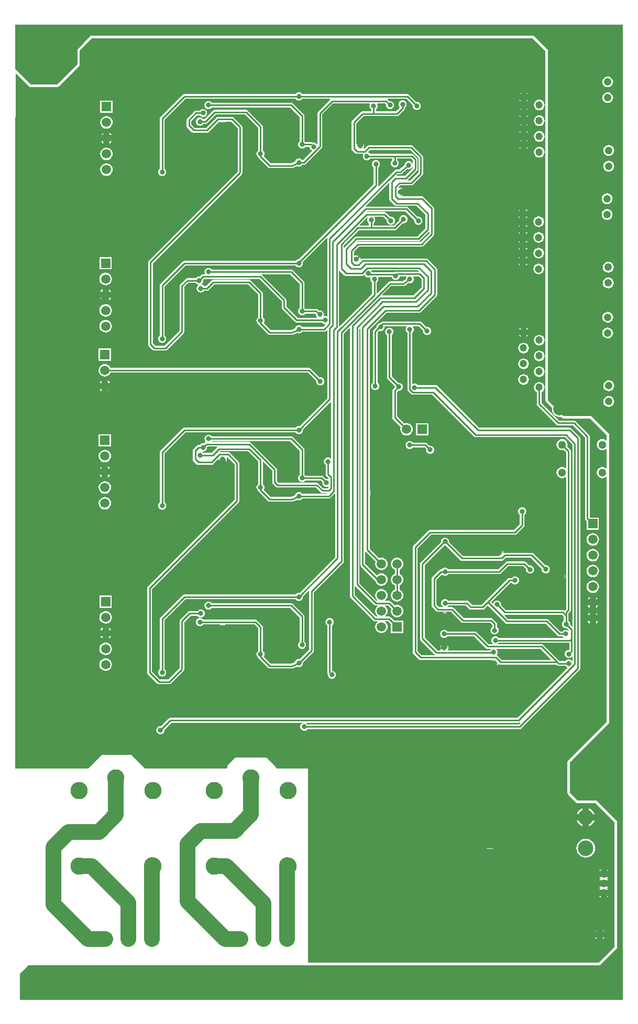
<source format=gbl>
G04 Layer_Physical_Order=2*
G04 Layer_Color=16711680*
%FSLAX25Y25*%
%MOIN*%
G70*
G01*
G75*
%ADD29C,0.01000*%
%ADD32C,0.09843*%
%ADD34C,0.11024*%
%ADD35C,0.09843*%
%ADD36R,0.09843X0.09843*%
%ADD37C,0.03150*%
%ADD38C,0.05118*%
%ADD39C,0.05906*%
%ADD40R,0.05906X0.05906*%
%ADD41C,0.13780*%
%ADD42R,0.05906X0.05906*%
%ADD43C,0.07874*%
%ADD44C,0.04724*%
%ADD45C,0.04843*%
%ADD46C,0.05000*%
%ADD47C,0.03600*%
G36*
X7295359Y4606335D02*
Y4385000D01*
Y4384500D01*
X7295481Y4383886D01*
X7295829Y4383364D01*
X7295829Y4383364D01*
X7299561Y4379633D01*
X7299445Y4378760D01*
X7299615Y4377475D01*
X7300111Y4376278D01*
X7300900Y4375250D01*
X7301928Y4374461D01*
X7303125Y4373965D01*
X7304410Y4373796D01*
X7305283Y4373911D01*
X7305829Y4373365D01*
X7306350Y4373017D01*
X7306965Y4372894D01*
X7306965Y4372894D01*
X7323800D01*
X7334359Y4362335D01*
Y4358992D01*
X7333965Y4358833D01*
X7333342Y4359312D01*
X7332480Y4359669D01*
X7331555Y4359790D01*
X7330630Y4359669D01*
X7329768Y4359312D01*
X7329028Y4358744D01*
X7328460Y4358004D01*
X7328103Y4357141D01*
X7327982Y4356216D01*
X7328103Y4355292D01*
X7328460Y4354430D01*
X7329028Y4353690D01*
X7329768Y4353122D01*
X7330630Y4352765D01*
X7331555Y4352643D01*
X7332480Y4352765D01*
X7333342Y4353122D01*
X7333965Y4353600D01*
X7334359Y4353441D01*
X7334359Y4341275D01*
X7333965Y4341117D01*
X7333342Y4341595D01*
X7332480Y4341952D01*
X7331555Y4342074D01*
X7330630Y4341952D01*
X7329768Y4341595D01*
X7329028Y4341027D01*
X7328460Y4340287D01*
X7328103Y4339425D01*
X7327982Y4338500D01*
X7328103Y4337575D01*
X7328460Y4336713D01*
X7329028Y4335973D01*
X7329768Y4335405D01*
X7330630Y4335048D01*
X7331555Y4334926D01*
X7332480Y4335048D01*
X7333342Y4335405D01*
X7333965Y4335883D01*
X7334359Y4335725D01*
X7334359Y4312500D01*
Y4181500D01*
Y4180165D01*
X7313329Y4159135D01*
X7313329Y4159135D01*
X7309829Y4155635D01*
X7309481Y4155114D01*
X7309359Y4154500D01*
X7309359Y4154500D01*
Y4146500D01*
Y4135000D01*
X7309481Y4134386D01*
X7309829Y4133865D01*
X7309829Y4133865D01*
X7312329Y4131364D01*
X7312329Y4131364D01*
X7314829Y4128865D01*
X7315350Y4128517D01*
X7315965Y4128394D01*
X7315965Y4128394D01*
X7327299D01*
X7331329Y4124364D01*
X7331329Y4124364D01*
X7339359Y4116335D01*
Y4083000D01*
Y4037165D01*
X7331329Y4029136D01*
X7331329Y4029135D01*
X7329299Y4027106D01*
X7144370D01*
Y4150394D01*
X7124488Y4150394D01*
X7123750Y4151132D01*
X7123727Y4151248D01*
X7123466Y4151639D01*
X7117993Y4157111D01*
X7117603Y4157372D01*
X7117142Y4157464D01*
X7117142Y4157464D01*
X7098559D01*
X7098098Y4157372D01*
X7097707Y4157111D01*
X7097643Y4157047D01*
X7097480D01*
X7096856Y4156260D01*
X7093259Y4152663D01*
X7092998Y4152272D01*
X7092906Y4151811D01*
X7092906Y4151811D01*
Y4151278D01*
X7092205Y4150394D01*
X7040649D01*
X7031969Y4159075D01*
X7013012D01*
X7004330Y4150394D01*
X6957937D01*
Y4536008D01*
X6958106Y4592074D01*
X6958470Y4592224D01*
X6965829Y4584864D01*
X6965829Y4584864D01*
X6966829Y4583865D01*
X6967350Y4583517D01*
X6967965Y4583394D01*
X6967965Y4583394D01*
X6984464D01*
X6984464Y4583394D01*
X6985079Y4583517D01*
X6985600Y4583865D01*
X6985600Y4583865D01*
X6995600Y4593864D01*
X6998600Y4596865D01*
X6998948Y4597385D01*
X6999070Y4598000D01*
X6999070Y4598000D01*
Y4606835D01*
X7002600Y4610365D01*
X7002600Y4610365D01*
X7006630Y4614394D01*
X7287300Y4614394D01*
X7295359Y4606335D01*
D02*
G37*
G36*
X7344740Y4003606D02*
X6960965D01*
Y4009000D01*
Y4011000D01*
Y4020000D01*
X6961964Y4021000D01*
X6966464Y4025500D01*
X7329964D01*
X7332465Y4028000D01*
X7340965Y4036500D01*
Y4083000D01*
Y4117000D01*
X7332465Y4125500D01*
X7327965Y4130000D01*
X7315965D01*
X7313464Y4132500D01*
X7310965Y4135000D01*
Y4146500D01*
Y4154500D01*
X7314465Y4158000D01*
X7335965Y4179500D01*
Y4181500D01*
Y4312500D01*
X7335964Y4363000D01*
X7324465Y4374500D01*
X7306965D01*
X7305965Y4375500D01*
X7296964Y4384500D01*
Y4385000D01*
Y4607000D01*
X7287965Y4616000D01*
X7005965Y4616000D01*
X7001465Y4611500D01*
X6997465Y4607500D01*
Y4607000D01*
Y4598000D01*
X6994465Y4595000D01*
X6984464Y4585000D01*
X6967965D01*
X6966965Y4586000D01*
X6957937Y4595028D01*
Y4623205D01*
X7344740D01*
Y4003606D01*
D02*
G37*
%LPC*%
G36*
X7243983Y4117031D02*
X7243933D01*
Y4116981D01*
X7243961Y4117003D01*
X7243983Y4117031D01*
D02*
G37*
G36*
X7252996D02*
X7252946D01*
X7252968Y4117003D01*
X7252996Y4116981D01*
Y4117031D01*
D02*
G37*
G36*
X7256983D02*
X7256933D01*
Y4116981D01*
X7256962Y4117003D01*
X7256983Y4117031D01*
D02*
G37*
G36*
X7239996D02*
X7239946D01*
X7239967Y4117003D01*
X7239996Y4116981D01*
Y4117031D01*
D02*
G37*
G36*
X7167983Y4114032D02*
X7167933D01*
Y4113981D01*
X7167961Y4114003D01*
X7167983Y4114032D01*
D02*
G37*
G36*
X7212996Y4115031D02*
X7212946D01*
X7212968Y4115003D01*
X7212996Y4114981D01*
Y4115031D01*
D02*
G37*
G36*
X7216983D02*
X7216933D01*
Y4114981D01*
X7216962Y4115003D01*
X7216983Y4115031D01*
D02*
G37*
G36*
X7266996Y4117031D02*
X7266946D01*
X7266968Y4117003D01*
X7266996Y4116981D01*
Y4117031D01*
D02*
G37*
G36*
X7167933Y4118019D02*
Y4117968D01*
X7167983D01*
X7167961Y4117997D01*
X7167933Y4118019D01*
D02*
G37*
G36*
X7212996Y4119019D02*
X7212968Y4118997D01*
X7212946Y4118969D01*
X7212996D01*
Y4119019D01*
D02*
G37*
G36*
X7216933D02*
Y4118969D01*
X7216983D01*
X7216962Y4118997D01*
X7216933Y4119019D01*
D02*
G37*
G36*
X7163996Y4118019D02*
X7163968Y4117997D01*
X7163946Y4117968D01*
X7163996D01*
Y4118019D01*
D02*
G37*
G36*
X7270983Y4117031D02*
X7270933D01*
Y4116981D01*
X7270962Y4117003D01*
X7270983Y4117031D01*
D02*
G37*
G36*
X7283996D02*
X7283945D01*
X7283968Y4117003D01*
X7283996Y4116981D01*
Y4117031D01*
D02*
G37*
G36*
X7287984D02*
X7287933D01*
Y4116981D01*
X7287962Y4117003D01*
X7287984Y4117031D01*
D02*
G37*
G36*
X7163996Y4114032D02*
X7163946D01*
X7163968Y4114003D01*
X7163996Y4113981D01*
Y4114032D01*
D02*
G37*
G36*
X7167983Y4101532D02*
X7167933D01*
Y4101481D01*
X7167961Y4101503D01*
X7167983Y4101532D01*
D02*
G37*
G36*
X7257896Y4103619D02*
X7257867Y4103597D01*
X7257846Y4103569D01*
X7257896D01*
Y4103619D01*
D02*
G37*
G36*
X7261833D02*
Y4103569D01*
X7261884D01*
X7261861Y4103597D01*
X7261833Y4103619D01*
D02*
G37*
G36*
X7163996Y4101532D02*
X7163946D01*
X7163968Y4101503D01*
X7163996Y4101481D01*
Y4101532D01*
D02*
G37*
G36*
X7153496Y4099519D02*
X7153468Y4099497D01*
X7153445Y4099469D01*
X7153496D01*
Y4099519D01*
D02*
G37*
G36*
X7157433D02*
Y4099469D01*
X7157484D01*
X7157462Y4099497D01*
X7157433Y4099519D01*
D02*
G37*
G36*
X7261884Y4099632D02*
X7257846D01*
X7257867Y4099603D01*
Y4099597D01*
X7257846Y4099569D01*
X7261884D01*
X7261861Y4099597D01*
Y4099603D01*
X7261884Y4099632D01*
D02*
G37*
G36*
X7163996Y4105519D02*
X7163968Y4105497D01*
X7163946Y4105468D01*
X7163996D01*
Y4105519D01*
D02*
G37*
G36*
X7157033Y4113419D02*
Y4113369D01*
X7157083D01*
X7157062Y4113397D01*
X7157033Y4113419D01*
D02*
G37*
G36*
X7326555Y4117531D02*
X7322933D01*
Y4113910D01*
X7323241Y4114003D01*
X7324270Y4114553D01*
X7325172Y4115293D01*
X7325912Y4116195D01*
X7326462Y4117223D01*
X7326555Y4117531D01*
D02*
G37*
G36*
X7318996D02*
X7315374D01*
X7315468Y4117223D01*
X7316017Y4116195D01*
X7316757Y4115293D01*
X7317659Y4114553D01*
X7318687Y4114003D01*
X7318996Y4113910D01*
Y4117531D01*
D02*
G37*
G36*
X7153096Y4113419D02*
X7153068Y4113397D01*
X7153046Y4113369D01*
X7153096D01*
Y4113419D01*
D02*
G37*
G36*
X7167933Y4105519D02*
Y4105468D01*
X7167983D01*
X7167961Y4105497D01*
X7167933Y4105519D01*
D02*
G37*
G36*
X7153096Y4109431D02*
X7153046D01*
X7153068Y4109403D01*
X7153096Y4109381D01*
Y4109431D01*
D02*
G37*
G36*
X7157083D02*
X7157033D01*
Y4109381D01*
X7157062Y4109403D01*
X7157083Y4109431D01*
D02*
G37*
G36*
X7202996Y4133019D02*
X7202968Y4132997D01*
X7202946Y4132969D01*
X7202996D01*
Y4133019D01*
D02*
G37*
G36*
X7206933D02*
Y4132969D01*
X7206983D01*
X7206962Y4132997D01*
X7206933Y4133019D01*
D02*
G37*
G36*
X7157964Y4246081D02*
X7157297Y4245993D01*
X7156674Y4245735D01*
X7156139Y4245325D01*
X7155729Y4244791D01*
X7155471Y4244168D01*
X7155383Y4243500D01*
X7155471Y4242832D01*
X7155729Y4242209D01*
X7156139Y4241675D01*
X7156451Y4241436D01*
Y4211505D01*
X7156451Y4211505D01*
X7156567Y4210926D01*
X7156895Y4210435D01*
X7156934Y4210394D01*
X7156883Y4210005D01*
X7156972Y4209337D01*
X7157229Y4208714D01*
X7157639Y4208179D01*
X7158174Y4207769D01*
X7158797Y4207512D01*
X7159464Y4207424D01*
X7160133Y4207512D01*
X7160755Y4207769D01*
X7161290Y4208179D01*
X7161700Y4208714D01*
X7161958Y4209337D01*
X7162046Y4210005D01*
X7161958Y4210673D01*
X7161700Y4211295D01*
X7161290Y4211830D01*
X7160755Y4212240D01*
X7160133Y4212498D01*
X7159478Y4212584D01*
Y4241436D01*
X7159790Y4241675D01*
X7160200Y4242209D01*
X7160458Y4242832D01*
X7160545Y4243500D01*
X7160458Y4244168D01*
X7160200Y4244791D01*
X7159790Y4245325D01*
X7159255Y4245735D01*
X7158633Y4245993D01*
X7157964Y4246081D01*
D02*
G37*
G36*
X7169933Y4131019D02*
Y4130968D01*
X7169984D01*
X7169962Y4130997D01*
X7169933Y4131019D01*
D02*
G37*
G36*
X7202996Y4129031D02*
X7202946D01*
X7202968Y4129003D01*
X7202996Y4128981D01*
Y4129031D01*
D02*
G37*
G36*
X7206983D02*
X7206933D01*
Y4128981D01*
X7206962Y4129003D01*
X7206983Y4129031D01*
D02*
G37*
G36*
X7165996Y4131019D02*
X7165968Y4130997D01*
X7165945Y4130968D01*
X7165996D01*
Y4131019D01*
D02*
G37*
G36*
X7015465Y4220471D02*
X7014437Y4220336D01*
X7013479Y4219939D01*
X7012656Y4219308D01*
X7012025Y4218486D01*
X7011629Y4217528D01*
X7011494Y4216500D01*
X7011629Y4215472D01*
X7012025Y4214515D01*
X7012656Y4213692D01*
X7013479Y4213061D01*
X7014437Y4212664D01*
X7015465Y4212529D01*
X7016492Y4212664D01*
X7017450Y4213061D01*
X7018272Y4213692D01*
X7018903Y4214515D01*
X7019300Y4215472D01*
X7019435Y4216500D01*
X7019300Y4217528D01*
X7018903Y4218486D01*
X7018272Y4219308D01*
X7017450Y4219939D01*
X7016492Y4220336D01*
X7015465Y4220471D01*
D02*
G37*
G36*
X7013496Y4239963D02*
X7013471Y4239953D01*
X7012646Y4239319D01*
X7012012Y4238493D01*
X7012002Y4238469D01*
X7013496D01*
Y4239963D01*
D02*
G37*
G36*
X7017433D02*
Y4238469D01*
X7018928D01*
X7018917Y4238493D01*
X7018284Y4239319D01*
X7017458Y4239953D01*
X7017433Y4239963D01*
D02*
G37*
G36*
X7015465Y4250471D02*
X7014437Y4250336D01*
X7013479Y4249939D01*
X7012656Y4249308D01*
X7012025Y4248486D01*
X7011629Y4247528D01*
X7011494Y4246500D01*
X7011629Y4245472D01*
X7012025Y4244514D01*
X7012656Y4243692D01*
X7013479Y4243061D01*
X7014437Y4242664D01*
X7015465Y4242529D01*
X7016492Y4242664D01*
X7017450Y4243061D01*
X7018272Y4243692D01*
X7018903Y4244514D01*
X7019300Y4245472D01*
X7019435Y4246500D01*
X7019300Y4247528D01*
X7018903Y4248486D01*
X7018272Y4249308D01*
X7017450Y4249939D01*
X7016492Y4250336D01*
X7015465Y4250471D01*
D02*
G37*
G36*
X7018928Y4234531D02*
X7017433D01*
Y4233037D01*
X7017458Y4233047D01*
X7018284Y4233681D01*
X7018917Y4234507D01*
X7018928Y4234531D01*
D02*
G37*
G36*
X7015465Y4230471D02*
X7014437Y4230336D01*
X7013479Y4229939D01*
X7012656Y4229308D01*
X7012025Y4228485D01*
X7011629Y4227528D01*
X7011494Y4226500D01*
X7011629Y4225472D01*
X7012025Y4224514D01*
X7012656Y4223692D01*
X7013479Y4223061D01*
X7014437Y4222664D01*
X7015465Y4222529D01*
X7016492Y4222664D01*
X7017450Y4223061D01*
X7018272Y4223692D01*
X7018903Y4224514D01*
X7019300Y4225472D01*
X7019435Y4226500D01*
X7019300Y4227528D01*
X7018903Y4228485D01*
X7018272Y4229308D01*
X7017450Y4229939D01*
X7016492Y4230336D01*
X7015465Y4230471D01*
D02*
G37*
G36*
X7080943Y4256608D02*
X7080274Y4256520D01*
X7079652Y4256262D01*
X7079118Y4255852D01*
X7078707Y4255317D01*
X7078449Y4254695D01*
X7078362Y4254027D01*
X7078449Y4253359D01*
X7078707Y4252736D01*
X7079118Y4252201D01*
X7079652Y4251791D01*
X7080274Y4251534D01*
X7080943Y4251446D01*
X7081611Y4251534D01*
X7082233Y4251791D01*
X7082767Y4252201D01*
X7083007Y4252514D01*
X7132816D01*
X7138966Y4246363D01*
Y4231054D01*
X7138654Y4230815D01*
X7138244Y4230280D01*
X7137987Y4229658D01*
X7137898Y4228990D01*
X7137987Y4228322D01*
X7138244Y4227699D01*
X7138654Y4227164D01*
X7139189Y4226754D01*
X7139812Y4226497D01*
X7140479Y4226409D01*
X7141148Y4226497D01*
X7141770Y4226754D01*
X7142305Y4227164D01*
X7142715Y4227699D01*
X7142973Y4228322D01*
X7143061Y4228990D01*
X7142973Y4229658D01*
X7142715Y4230280D01*
X7142305Y4230815D01*
X7141993Y4231054D01*
Y4246990D01*
X7141993Y4246990D01*
X7141878Y4247569D01*
X7141550Y4248060D01*
X7134512Y4255097D01*
X7134022Y4255425D01*
X7133443Y4255540D01*
X7133443Y4255540D01*
X7083007D01*
X7082767Y4255852D01*
X7082233Y4256262D01*
X7081611Y4256520D01*
X7080943Y4256608D01*
D02*
G37*
G36*
X7013496Y4234531D02*
X7012002D01*
X7012012Y4234507D01*
X7012646Y4233681D01*
X7013471Y4233047D01*
X7013496Y4233037D01*
Y4234531D01*
D02*
G37*
G36*
X7169984Y4127031D02*
X7169933D01*
Y4126981D01*
X7169962Y4127003D01*
X7169984Y4127031D01*
D02*
G37*
G36*
X7252996Y4121019D02*
X7252968Y4120997D01*
X7252946Y4120969D01*
X7252996D01*
Y4121019D01*
D02*
G37*
G36*
X7256933D02*
Y4120969D01*
X7256983D01*
X7256962Y4120997D01*
X7256933Y4121019D01*
D02*
G37*
G36*
X7266996D02*
X7266968Y4120997D01*
X7266946Y4120969D01*
X7266996D01*
Y4121019D01*
D02*
G37*
G36*
X7243933D02*
Y4120969D01*
X7243983D01*
X7243961Y4120997D01*
X7243933Y4121019D01*
D02*
G37*
G36*
X7202996Y4120031D02*
X7202946D01*
X7202968Y4120003D01*
X7202996Y4119981D01*
Y4120031D01*
D02*
G37*
G36*
X7206983D02*
X7206933D01*
Y4119981D01*
X7206962Y4120003D01*
X7206983Y4120031D01*
D02*
G37*
G36*
X7239996Y4121019D02*
X7239967Y4120997D01*
X7239946Y4120969D01*
X7239996D01*
Y4121019D01*
D02*
G37*
G36*
X7270933D02*
Y4120969D01*
X7270983D01*
X7270962Y4120997D01*
X7270933Y4121019D01*
D02*
G37*
G36*
X7202996Y4124019D02*
X7202968Y4123997D01*
X7202946Y4123969D01*
X7202996D01*
Y4124019D01*
D02*
G37*
G36*
X7206933D02*
Y4123969D01*
X7206983D01*
X7206962Y4123997D01*
X7206933Y4124019D01*
D02*
G37*
G36*
X7165996Y4127031D02*
X7165945D01*
X7165968Y4127003D01*
X7165996Y4126981D01*
Y4127031D01*
D02*
G37*
G36*
X7322933Y4125091D02*
Y4121468D01*
X7326555D01*
X7326462Y4121777D01*
X7325912Y4122806D01*
X7325172Y4123707D01*
X7324270Y4124447D01*
X7323241Y4124997D01*
X7322933Y4125091D01*
D02*
G37*
G36*
X7283996Y4121019D02*
X7283968Y4120997D01*
X7283945Y4120969D01*
X7283996D01*
Y4121019D01*
D02*
G37*
G36*
X7287933D02*
Y4120969D01*
X7287984D01*
X7287962Y4120997D01*
X7287933Y4121019D01*
D02*
G37*
G36*
X7318996Y4125090D02*
X7318687Y4124997D01*
X7317659Y4124447D01*
X7316757Y4123707D01*
X7316017Y4122806D01*
X7315468Y4121777D01*
X7315374Y4121468D01*
X7318996D01*
Y4125090D01*
D02*
G37*
G36*
X7261884Y4095631D02*
X7261833D01*
Y4095581D01*
X7261861Y4095603D01*
X7261884Y4095631D01*
D02*
G37*
G36*
X7218996Y4039302D02*
X7218967Y4039280D01*
X7218946Y4039252D01*
X7218996D01*
Y4039302D01*
D02*
G37*
G36*
X7222933D02*
Y4039252D01*
X7222984D01*
X7222961Y4039280D01*
X7222933Y4039302D01*
D02*
G37*
G36*
X7251996D02*
X7251968Y4039280D01*
X7251945Y4039252D01*
X7251996D01*
Y4039302D01*
D02*
G37*
G36*
X7210433D02*
Y4039252D01*
X7210484D01*
X7210461Y4039280D01*
X7210433Y4039302D01*
D02*
G37*
G36*
X7181339D02*
X7181310Y4039280D01*
X7181288Y4039252D01*
X7181339D01*
Y4039302D01*
D02*
G37*
G36*
X7185275D02*
Y4039252D01*
X7185326D01*
X7185304Y4039280D01*
X7185275Y4039302D01*
D02*
G37*
G36*
X7206496D02*
X7206467Y4039280D01*
X7206446Y4039252D01*
X7206496D01*
Y4039302D01*
D02*
G37*
G36*
X7255933D02*
Y4039252D01*
X7255984D01*
X7255962Y4039280D01*
X7255933Y4039302D01*
D02*
G37*
G36*
X7163496Y4040532D02*
X7163446D01*
X7163467Y4040503D01*
X7163496Y4040481D01*
Y4040532D01*
D02*
G37*
G36*
X7167484D02*
X7167433D01*
Y4040481D01*
X7167461Y4040503D01*
X7167484Y4040532D01*
D02*
G37*
G36*
X7327996Y4043031D02*
X7327064D01*
X7327468Y4042504D01*
X7327996Y4042099D01*
Y4043031D01*
D02*
G37*
G36*
X7287933Y4039302D02*
Y4039252D01*
X7287984D01*
X7287962Y4039280D01*
X7287933Y4039302D01*
D02*
G37*
G36*
X7270496D02*
X7270467Y4039280D01*
X7270446Y4039252D01*
X7270496D01*
Y4039302D01*
D02*
G37*
G36*
X7274433D02*
Y4039252D01*
X7274483D01*
X7274461Y4039280D01*
X7274433Y4039302D01*
D02*
G37*
G36*
X7283996D02*
X7283968Y4039280D01*
X7283945Y4039252D01*
X7283996D01*
Y4039302D01*
D02*
G37*
G36*
X7197835Y4038751D02*
Y4038701D01*
X7197885D01*
X7197863Y4038729D01*
X7197835Y4038751D01*
D02*
G37*
G36*
X7206496Y4035315D02*
X7206446D01*
X7206467Y4035286D01*
X7206496Y4035265D01*
Y4035315D01*
D02*
G37*
G36*
X7210484D02*
X7210433D01*
Y4035265D01*
X7210461Y4035286D01*
X7210484Y4035315D01*
D02*
G37*
G36*
X7218996D02*
X7218946D01*
X7218967Y4035286D01*
X7218996Y4035265D01*
Y4035315D01*
D02*
G37*
G36*
X7185326D02*
X7185275D01*
Y4035265D01*
X7185304Y4035286D01*
X7185326Y4035315D01*
D02*
G37*
G36*
X7193897Y4034764D02*
X7193848D01*
X7193869Y4034735D01*
X7193897Y4034713D01*
Y4034764D01*
D02*
G37*
G36*
X7197885D02*
X7197835D01*
Y4034713D01*
X7197863Y4034735D01*
X7197885Y4034764D01*
D02*
G37*
G36*
X7181339Y4035315D02*
X7181288D01*
X7181310Y4035286D01*
X7181339Y4035265D01*
Y4035315D01*
D02*
G37*
G36*
X7222984D02*
X7222933D01*
Y4035265D01*
X7222961Y4035286D01*
X7222984Y4035315D01*
D02*
G37*
G36*
X7283996D02*
X7283945D01*
X7283968Y4035286D01*
X7283996Y4035265D01*
Y4035315D01*
D02*
G37*
G36*
X7287984D02*
X7287933D01*
Y4035265D01*
X7287962Y4035286D01*
X7287984Y4035315D01*
D02*
G37*
G36*
X7193897Y4038751D02*
X7193869Y4038729D01*
X7193848Y4038701D01*
X7193897D01*
Y4038751D01*
D02*
G37*
G36*
X7274483Y4035315D02*
X7274433D01*
Y4035265D01*
X7274461Y4035286D01*
X7274483Y4035315D01*
D02*
G37*
G36*
X7251996D02*
X7251945D01*
X7251968Y4035286D01*
X7251996Y4035265D01*
Y4035315D01*
D02*
G37*
G36*
X7255984D02*
X7255933D01*
Y4035265D01*
X7255962Y4035286D01*
X7255984Y4035315D01*
D02*
G37*
G36*
X7270496D02*
X7270446D01*
X7270467Y4035286D01*
X7270496Y4035265D01*
Y4035315D01*
D02*
G37*
G36*
X7167933Y4080019D02*
Y4079969D01*
X7167983D01*
X7167961Y4079997D01*
X7167933Y4080019D01*
D02*
G37*
G36*
X7330496Y4086401D02*
X7329968Y4085996D01*
X7329563Y4085469D01*
X7330496D01*
Y4086401D01*
D02*
G37*
G36*
X7334433D02*
Y4085469D01*
X7335366D01*
X7334961Y4085996D01*
X7334433Y4086401D01*
D02*
G37*
G36*
X7163996Y4080019D02*
X7163968Y4079997D01*
X7163946Y4079969D01*
X7163996D01*
Y4080019D01*
D02*
G37*
G36*
Y4076031D02*
X7163946D01*
X7163968Y4076003D01*
X7163996Y4075981D01*
Y4076031D01*
D02*
G37*
G36*
X7167983D02*
X7167933D01*
Y4075981D01*
X7167961Y4076003D01*
X7167983Y4076031D01*
D02*
G37*
G36*
X7335366Y4081532D02*
X7329563D01*
X7329968Y4081004D01*
X7330368Y4080697D01*
Y4080303D01*
X7329968Y4079996D01*
X7329563Y4079469D01*
X7335366D01*
X7334961Y4079996D01*
X7334561Y4080303D01*
Y4080697D01*
X7334961Y4081004D01*
X7335366Y4081532D01*
D02*
G37*
G36*
X7163996Y4089032D02*
X7163946D01*
X7163968Y4089003D01*
X7163996Y4088981D01*
Y4089032D01*
D02*
G37*
G36*
X7153496Y4095531D02*
X7153445D01*
X7153468Y4095503D01*
X7153496Y4095481D01*
Y4095531D01*
D02*
G37*
G36*
X7157484D02*
X7157433D01*
Y4095481D01*
X7157462Y4095503D01*
X7157484Y4095531D01*
D02*
G37*
G36*
X7257896Y4095631D02*
X7257846D01*
X7257867Y4095603D01*
X7257896Y4095581D01*
Y4095631D01*
D02*
G37*
G36*
X7320965Y4105749D02*
X7319807Y4105635D01*
X7318694Y4105297D01*
X7317668Y4104749D01*
X7316769Y4104011D01*
X7316031Y4103112D01*
X7315482Y4102086D01*
X7315144Y4100973D01*
X7315031Y4099815D01*
X7315144Y4098657D01*
X7315482Y4097544D01*
X7316031Y4096518D01*
X7316769Y4095619D01*
X7317668Y4094881D01*
X7318694Y4094333D01*
X7319807Y4093995D01*
X7320965Y4093881D01*
X7322122Y4093995D01*
X7323235Y4094333D01*
X7324261Y4094881D01*
X7325161Y4095619D01*
X7325899Y4096518D01*
X7326447Y4097544D01*
X7326785Y4098657D01*
X7326899Y4099815D01*
X7326785Y4100973D01*
X7326447Y4102086D01*
X7325899Y4103112D01*
X7325161Y4104011D01*
X7324261Y4104749D01*
X7323235Y4105297D01*
X7322122Y4105635D01*
X7320965Y4105749D01*
D02*
G37*
G36*
X7167983Y4089032D02*
X7167933D01*
Y4088981D01*
X7167961Y4089003D01*
X7167983Y4089032D01*
D02*
G37*
G36*
X7163996Y4093019D02*
X7163968Y4092997D01*
X7163946Y4092968D01*
X7163996D01*
Y4093019D01*
D02*
G37*
G36*
X7167933D02*
Y4092968D01*
X7167983D01*
X7167961Y4092997D01*
X7167933Y4093019D01*
D02*
G37*
G36*
X7335366Y4075531D02*
X7329563D01*
X7329968Y4075004D01*
X7330368Y4074697D01*
Y4074303D01*
X7329968Y4073996D01*
X7329563Y4073468D01*
X7335366D01*
X7334961Y4073996D01*
X7334561Y4074303D01*
Y4074697D01*
X7334961Y4075004D01*
X7335366Y4075531D01*
D02*
G37*
G36*
X7331933Y4047901D02*
Y4046968D01*
X7332866D01*
X7332461Y4047496D01*
X7331933Y4047901D01*
D02*
G37*
G36*
X7163496Y4053032D02*
X7163446D01*
X7163467Y4053003D01*
X7163496Y4052981D01*
Y4053032D01*
D02*
G37*
G36*
X7167484D02*
X7167433D01*
Y4052981D01*
X7167461Y4053003D01*
X7167484Y4053032D01*
D02*
G37*
G36*
X7327996Y4047901D02*
X7327468Y4047496D01*
X7327064Y4046968D01*
X7327996D01*
Y4047901D01*
D02*
G37*
G36*
X7332866Y4043031D02*
X7331933D01*
Y4042099D01*
X7332461Y4042504D01*
X7332866Y4043031D01*
D02*
G37*
G36*
X7163496Y4044519D02*
X7163467Y4044497D01*
X7163446Y4044469D01*
X7163496D01*
Y4044519D01*
D02*
G37*
G36*
X7167433D02*
Y4044469D01*
X7167484D01*
X7167461Y4044497D01*
X7167433Y4044519D01*
D02*
G37*
G36*
X7163496Y4057019D02*
X7163467Y4056997D01*
X7163446Y4056969D01*
X7163496D01*
Y4057019D01*
D02*
G37*
G36*
X7335366Y4069532D02*
X7334433D01*
Y4068599D01*
X7334961Y4069004D01*
X7335366Y4069532D01*
D02*
G37*
G36*
X7163496Y4069519D02*
X7163467Y4069497D01*
X7163446Y4069469D01*
X7163496D01*
Y4069519D01*
D02*
G37*
G36*
X7167433D02*
Y4069469D01*
X7167484D01*
X7167461Y4069497D01*
X7167433Y4069519D01*
D02*
G37*
G36*
X7330496Y4069532D02*
X7329563D01*
X7329968Y4069004D01*
X7330496Y4068599D01*
Y4069532D01*
D02*
G37*
G36*
X7167433Y4057019D02*
Y4056969D01*
X7167484D01*
X7167461Y4056997D01*
X7167433Y4057019D01*
D02*
G37*
G36*
X7163496Y4065532D02*
X7163446D01*
X7163467Y4065503D01*
X7163496Y4065481D01*
Y4065532D01*
D02*
G37*
G36*
X7167484D02*
X7167433D01*
Y4065481D01*
X7167461Y4065503D01*
X7167484Y4065532D01*
D02*
G37*
G36*
X7323496Y4244032D02*
X7322002D01*
X7322012Y4244007D01*
X7322646Y4243181D01*
X7323471Y4242547D01*
X7323496Y4242537D01*
Y4244032D01*
D02*
G37*
G36*
X7291063Y4501305D02*
X7290189Y4501191D01*
X7289375Y4500853D01*
X7288676Y4500317D01*
X7288140Y4499618D01*
X7287803Y4498804D01*
X7287688Y4497930D01*
X7287803Y4497057D01*
X7288140Y4496243D01*
X7288676Y4495543D01*
X7289375Y4495007D01*
X7290189Y4494670D01*
X7291063Y4494555D01*
X7291936Y4494670D01*
X7292751Y4495007D01*
X7293449Y4495543D01*
X7293986Y4496243D01*
X7294323Y4497057D01*
X7294438Y4497930D01*
X7294323Y4498804D01*
X7293986Y4499618D01*
X7293449Y4500317D01*
X7292751Y4500853D01*
X7291936Y4501191D01*
X7291063Y4501305D01*
D02*
G37*
G36*
X7279095Y4495658D02*
X7278665Y4495328D01*
X7278336Y4494899D01*
X7279095D01*
Y4495658D01*
D02*
G37*
G36*
X7283031Y4495658D02*
Y4494899D01*
X7283791D01*
X7283461Y4495328D01*
X7283031Y4495658D01*
D02*
G37*
G36*
X7279095Y4490961D02*
X7278336D01*
X7278665Y4490532D01*
X7279095Y4490203D01*
Y4490961D01*
D02*
G37*
G36*
Y4485658D02*
X7278665Y4485328D01*
X7278336Y4484899D01*
X7279095D01*
Y4485658D01*
D02*
G37*
G36*
X7283031Y4485658D02*
Y4484899D01*
X7283791D01*
X7283461Y4485328D01*
X7283031Y4485658D01*
D02*
G37*
G36*
X7283791Y4490961D02*
X7283031D01*
Y4490203D01*
X7283461Y4490532D01*
X7283791Y4490961D01*
D02*
G37*
G36*
X7015965Y4534971D02*
X7014937Y4534836D01*
X7013979Y4534439D01*
X7013157Y4533808D01*
X7012526Y4532986D01*
X7012129Y4532028D01*
X7011993Y4531000D01*
X7012129Y4529972D01*
X7012526Y4529015D01*
X7013157Y4528192D01*
X7013979Y4527561D01*
X7014937Y4527164D01*
X7015965Y4527029D01*
X7016992Y4527164D01*
X7017950Y4527561D01*
X7018772Y4528192D01*
X7019404Y4529015D01*
X7019801Y4529972D01*
X7019936Y4531000D01*
X7019801Y4532028D01*
X7019404Y4532986D01*
X7018772Y4533808D01*
X7017950Y4534439D01*
X7016992Y4534836D01*
X7015965Y4534971D01*
D02*
G37*
G36*
X7283031Y4505658D02*
Y4504898D01*
X7283791D01*
X7283461Y4505328D01*
X7283031Y4505658D01*
D02*
G37*
G36*
X7283791Y4500962D02*
X7283031D01*
Y4500203D01*
X7283461Y4500532D01*
X7283791Y4500962D01*
D02*
G37*
G36*
X7279095D02*
X7278336D01*
X7278665Y4500532D01*
X7279095Y4500203D01*
Y4500962D01*
D02*
G37*
G36*
Y4505658D02*
X7278665Y4505328D01*
X7278336Y4504898D01*
X7279095D01*
Y4505658D01*
D02*
G37*
G36*
X7291063Y4471305D02*
X7290189Y4471191D01*
X7289375Y4470853D01*
X7288676Y4470317D01*
X7288140Y4469618D01*
X7287803Y4468804D01*
X7287688Y4467930D01*
X7287803Y4467057D01*
X7288140Y4466243D01*
X7288676Y4465543D01*
X7289375Y4465007D01*
X7290189Y4464670D01*
X7291063Y4464555D01*
X7291936Y4464670D01*
X7292751Y4465007D01*
X7293449Y4465543D01*
X7293986Y4466243D01*
X7294323Y4467057D01*
X7294438Y4467930D01*
X7294323Y4468804D01*
X7293986Y4469618D01*
X7293449Y4470317D01*
X7292751Y4470853D01*
X7291936Y4471191D01*
X7291063Y4471305D01*
D02*
G37*
G36*
X7019402Y4475512D02*
X7011527D01*
Y4467638D01*
X7019402D01*
Y4475512D01*
D02*
G37*
G36*
X7015465Y4465546D02*
X7014437Y4465411D01*
X7013479Y4465014D01*
X7012656Y4464383D01*
X7012025Y4463560D01*
X7011629Y4462603D01*
X7011494Y4461575D01*
X7011629Y4460547D01*
X7012025Y4459589D01*
X7012656Y4458767D01*
X7013479Y4458136D01*
X7014437Y4457739D01*
X7015465Y4457604D01*
X7016492Y4457739D01*
X7017450Y4458136D01*
X7018272Y4458767D01*
X7018903Y4459589D01*
X7019300Y4460547D01*
X7019435Y4461575D01*
X7019300Y4462603D01*
X7018903Y4463560D01*
X7018272Y4464383D01*
X7017450Y4465014D01*
X7016492Y4465411D01*
X7015465Y4465546D01*
D02*
G37*
G36*
X7013496Y4455038D02*
X7013471Y4455027D01*
X7012646Y4454394D01*
X7012012Y4453568D01*
X7012002Y4453543D01*
X7013496D01*
Y4455038D01*
D02*
G37*
G36*
X7017433Y4455038D02*
Y4453543D01*
X7018928D01*
X7018917Y4453568D01*
X7018284Y4454394D01*
X7017458Y4455027D01*
X7017433Y4455038D01*
D02*
G37*
G36*
X7283791Y4470962D02*
X7283031D01*
Y4470203D01*
X7283461Y4470532D01*
X7283791Y4470962D01*
D02*
G37*
G36*
Y4480962D02*
X7283031D01*
Y4480202D01*
X7283461Y4480532D01*
X7283791Y4480962D01*
D02*
G37*
G36*
X7279095D02*
X7278336D01*
X7278665Y4480532D01*
X7279095Y4480203D01*
Y4480962D01*
D02*
G37*
G36*
X7291063Y4491306D02*
X7290189Y4491190D01*
X7289375Y4490853D01*
X7288676Y4490317D01*
X7288140Y4489618D01*
X7287803Y4488804D01*
X7287688Y4487930D01*
X7287803Y4487057D01*
X7288140Y4486243D01*
X7288676Y4485543D01*
X7289375Y4485007D01*
X7290189Y4484670D01*
X7291063Y4484555D01*
X7291936Y4484670D01*
X7292751Y4485007D01*
X7293449Y4485543D01*
X7293986Y4486243D01*
X7294323Y4487057D01*
X7294438Y4487930D01*
X7294323Y4488804D01*
X7293986Y4489618D01*
X7293449Y4490317D01*
X7292751Y4490853D01*
X7291936Y4491190D01*
X7291063Y4491306D01*
D02*
G37*
G36*
X7283031Y4475658D02*
Y4474899D01*
X7283791D01*
X7283461Y4475328D01*
X7283031Y4475658D01*
D02*
G37*
G36*
X7279095Y4470962D02*
X7278336D01*
X7278665Y4470532D01*
X7279095Y4470203D01*
Y4470962D01*
D02*
G37*
G36*
X7291063Y4481305D02*
X7290189Y4481190D01*
X7289375Y4480853D01*
X7288676Y4480317D01*
X7288140Y4479618D01*
X7287803Y4478804D01*
X7287688Y4477930D01*
X7287803Y4477057D01*
X7288140Y4476242D01*
X7288676Y4475543D01*
X7289375Y4475007D01*
X7290189Y4474670D01*
X7291063Y4474555D01*
X7291936Y4474670D01*
X7292751Y4475007D01*
X7293449Y4475543D01*
X7293986Y4476242D01*
X7294323Y4477057D01*
X7294438Y4477930D01*
X7294323Y4478804D01*
X7293986Y4479618D01*
X7293449Y4480317D01*
X7292751Y4480853D01*
X7291936Y4481190D01*
X7291063Y4481305D01*
D02*
G37*
G36*
X7279095Y4475658D02*
X7278665Y4475328D01*
X7278336Y4474899D01*
X7279095D01*
Y4475658D01*
D02*
G37*
G36*
X7015965Y4544971D02*
X7014937Y4544836D01*
X7013979Y4544439D01*
X7013157Y4543808D01*
X7012526Y4542986D01*
X7012129Y4542028D01*
X7011993Y4541000D01*
X7012129Y4539972D01*
X7012526Y4539014D01*
X7013157Y4538192D01*
X7013979Y4537561D01*
X7014937Y4537164D01*
X7015965Y4537029D01*
X7016992Y4537164D01*
X7017950Y4537561D01*
X7018772Y4538192D01*
X7019404Y4539014D01*
X7019801Y4539972D01*
X7019936Y4541000D01*
X7019801Y4542028D01*
X7019404Y4542986D01*
X7018772Y4543808D01*
X7017950Y4544439D01*
X7016992Y4544836D01*
X7015965Y4544971D01*
D02*
G37*
G36*
X7019901Y4574937D02*
X7012028D01*
Y4567063D01*
X7019901D01*
Y4574937D01*
D02*
G37*
G36*
X7291417Y4575574D02*
X7290543Y4575459D01*
X7289729Y4575122D01*
X7289030Y4574586D01*
X7288494Y4573886D01*
X7288157Y4573072D01*
X7288042Y4572199D01*
X7288157Y4571325D01*
X7288494Y4570511D01*
X7289030Y4569812D01*
X7289729Y4569276D01*
X7290543Y4568938D01*
X7291417Y4568824D01*
X7292291Y4568938D01*
X7293105Y4569276D01*
X7293804Y4569812D01*
X7294341Y4570511D01*
X7294678Y4571325D01*
X7294793Y4572199D01*
X7294678Y4573072D01*
X7294341Y4573886D01*
X7293804Y4574586D01*
X7293105Y4575122D01*
X7292291Y4575459D01*
X7291417Y4575574D01*
D02*
G37*
G36*
X7279449Y4569926D02*
X7279019Y4569597D01*
X7278690Y4569167D01*
X7279449D01*
Y4569926D01*
D02*
G37*
G36*
Y4565231D02*
X7278690D01*
X7279019Y4564801D01*
X7279449Y4564471D01*
Y4565231D01*
D02*
G37*
G36*
Y4559926D02*
X7279019Y4559597D01*
X7278690Y4559167D01*
X7279449D01*
Y4559926D01*
D02*
G37*
G36*
X7283385Y4559926D02*
Y4559167D01*
X7284145D01*
X7283815Y4559597D01*
X7283385Y4559926D01*
D02*
G37*
G36*
X7284145Y4565231D02*
X7283385D01*
Y4564471D01*
X7283815Y4564801D01*
X7284145Y4565231D01*
D02*
G37*
G36*
X7283385Y4569926D02*
Y4569167D01*
X7284145D01*
X7283815Y4569597D01*
X7283385Y4569926D01*
D02*
G37*
G36*
X7279449Y4579926D02*
X7279019Y4579597D01*
X7278690Y4579168D01*
X7279449D01*
Y4579926D01*
D02*
G37*
G36*
X7283385Y4579926D02*
Y4579168D01*
X7284145D01*
X7283815Y4579597D01*
X7283385Y4579926D01*
D02*
G37*
G36*
X7138480Y4580071D02*
X7137811Y4579983D01*
X7137189Y4579725D01*
X7136655Y4579315D01*
X7136415Y4579003D01*
X7065479D01*
X7065479Y4579003D01*
X7064900Y4578888D01*
X7064410Y4578560D01*
X7050410Y4564560D01*
X7050082Y4564069D01*
X7049966Y4563490D01*
X7049966Y4563490D01*
Y4531554D01*
X7049654Y4531315D01*
X7049244Y4530780D01*
X7048986Y4530158D01*
X7048898Y4529490D01*
X7048986Y4528822D01*
X7049244Y4528199D01*
X7049654Y4527665D01*
X7050189Y4527254D01*
X7050812Y4526997D01*
X7051479Y4526908D01*
X7052148Y4526997D01*
X7052770Y4527254D01*
X7053305Y4527665D01*
X7053715Y4528199D01*
X7053973Y4528822D01*
X7054060Y4529490D01*
X7053973Y4530158D01*
X7053715Y4530780D01*
X7053305Y4531315D01*
X7052993Y4531554D01*
Y4562863D01*
X7066106Y4575977D01*
X7136415D01*
X7136655Y4575665D01*
X7137189Y4575254D01*
X7137811Y4574997D01*
X7138480Y4574908D01*
X7139148Y4574997D01*
X7139770Y4575254D01*
X7140305Y4575665D01*
X7140552Y4575987D01*
X7158309D01*
X7158429Y4575593D01*
X7158395Y4575570D01*
X7158395Y4575570D01*
X7150780Y4567956D01*
X7150452Y4567465D01*
X7150337Y4566886D01*
X7150337Y4566886D01*
Y4547243D01*
X7149944Y4547109D01*
X7149738Y4547376D01*
X7149204Y4547786D01*
X7148582Y4548045D01*
X7147913Y4548132D01*
X7147515Y4548080D01*
X7147054Y4548388D01*
X7146474Y4548503D01*
X7146474Y4548503D01*
X7142544D01*
X7142305Y4548815D01*
X7141993Y4549054D01*
Y4564990D01*
X7141993Y4564990D01*
X7141878Y4565569D01*
X7141550Y4566060D01*
X7134512Y4573097D01*
X7134022Y4573425D01*
X7133443Y4573540D01*
X7133443Y4573540D01*
X7083007D01*
X7082767Y4573852D01*
X7082233Y4574262D01*
X7081611Y4574520D01*
X7080943Y4574608D01*
X7080274Y4574520D01*
X7079652Y4574262D01*
X7079118Y4573852D01*
X7078707Y4573317D01*
X7078449Y4572695D01*
X7078362Y4572027D01*
X7078449Y4571359D01*
X7078707Y4570736D01*
X7079118Y4570201D01*
X7079652Y4569791D01*
X7080274Y4569534D01*
X7080943Y4569446D01*
X7081611Y4569534D01*
X7082233Y4569791D01*
X7082767Y4570201D01*
X7083007Y4570514D01*
X7132816D01*
X7138966Y4564363D01*
Y4549054D01*
X7138654Y4548815D01*
X7138244Y4548280D01*
X7137987Y4547658D01*
X7137898Y4546990D01*
X7137987Y4546322D01*
X7138244Y4545699D01*
X7138654Y4545164D01*
X7139189Y4544754D01*
X7139812Y4544497D01*
X7140479Y4544408D01*
X7141148Y4544497D01*
X7141770Y4544754D01*
X7142305Y4545164D01*
X7142544Y4545477D01*
X7145342D01*
X7145420Y4544883D01*
X7145678Y4544261D01*
X7146088Y4543726D01*
X7146622Y4543316D01*
X7146780Y4543251D01*
X7146856Y4542865D01*
X7140994Y4537003D01*
X7140544D01*
X7140305Y4537315D01*
X7139770Y4537725D01*
X7139148Y4537983D01*
X7138480Y4538071D01*
X7137811Y4537983D01*
X7137189Y4537725D01*
X7136655Y4537315D01*
X7136244Y4536780D01*
X7135986Y4536158D01*
X7135971Y4536042D01*
X7133685Y4535040D01*
X7120628D01*
X7116105Y4539564D01*
X7116237Y4539736D01*
X7116495Y4540359D01*
X7116582Y4541027D01*
X7116495Y4541695D01*
X7116237Y4542317D01*
X7115826Y4542852D01*
X7115515Y4543091D01*
Y4558468D01*
X7115515Y4558468D01*
X7115400Y4559047D01*
X7115072Y4559538D01*
X7115072Y4559538D01*
X7106039Y4568570D01*
X7105548Y4568898D01*
X7104969Y4569013D01*
X7104969Y4569013D01*
X7084965D01*
X7084386Y4568898D01*
X7083894Y4568570D01*
X7083894Y4568570D01*
X7078338Y4563013D01*
X7077529D01*
X7077290Y4563325D01*
X7076755Y4563735D01*
X7076133Y4563993D01*
X7075465Y4564081D01*
X7074796Y4563993D01*
X7074174Y4563735D01*
X7073640Y4563325D01*
X7073229Y4562791D01*
X7072971Y4562168D01*
X7072884Y4561500D01*
X7072971Y4560832D01*
X7073229Y4560209D01*
X7073640Y4559675D01*
X7074174Y4559265D01*
X7074796Y4559007D01*
X7075465Y4558919D01*
X7076133Y4559007D01*
X7076755Y4559265D01*
X7077290Y4559675D01*
X7077529Y4559987D01*
X7078964D01*
X7078964Y4559987D01*
X7079544Y4560102D01*
X7080035Y4560430D01*
X7085591Y4565987D01*
X7104343D01*
X7112489Y4557841D01*
Y4543091D01*
X7112177Y4542852D01*
X7111766Y4542317D01*
X7111508Y4541695D01*
X7111420Y4541027D01*
X7111508Y4540359D01*
X7111766Y4539736D01*
X7112177Y4539202D01*
X7112704Y4538797D01*
X7112932Y4538457D01*
X7118932Y4532457D01*
X7118932Y4532457D01*
X7119422Y4532129D01*
X7120001Y4532013D01*
X7134002D01*
X7134017Y4532016D01*
X7134032Y4532014D01*
X7134306Y4532074D01*
X7134581Y4532129D01*
X7134594Y4532137D01*
X7134609Y4532141D01*
X7137175Y4533265D01*
X7137189Y4533254D01*
X7137811Y4532997D01*
X7138480Y4532909D01*
X7139148Y4532997D01*
X7139770Y4533254D01*
X7140305Y4533665D01*
X7140544Y4533976D01*
X7141621D01*
X7141621Y4533976D01*
X7142200Y4534092D01*
X7142691Y4534420D01*
X7152921Y4544649D01*
X7152921Y4544649D01*
X7153249Y4545140D01*
X7153364Y4545719D01*
X7153364Y4545719D01*
Y4566259D01*
X7160091Y4572987D01*
X7183411D01*
X7183647Y4572593D01*
X7183472Y4572168D01*
X7183383Y4571500D01*
X7183472Y4570832D01*
X7183730Y4570210D01*
X7184139Y4569675D01*
X7184451Y4569436D01*
Y4568013D01*
X7178964D01*
X7178385Y4567898D01*
X7177895Y4567570D01*
X7177895Y4567570D01*
X7172395Y4562070D01*
X7172066Y4561579D01*
X7171951Y4561000D01*
X7171951Y4561000D01*
Y4544500D01*
X7171951Y4544500D01*
X7172066Y4543921D01*
X7172395Y4543430D01*
X7174394Y4541430D01*
X7174394Y4541430D01*
X7174886Y4541102D01*
X7175465Y4540987D01*
X7175465Y4540987D01*
X7179163D01*
X7179399Y4540593D01*
X7179224Y4540168D01*
X7179135Y4539500D01*
X7179224Y4538832D01*
X7179482Y4538210D01*
X7179891Y4537675D01*
X7180426Y4537265D01*
X7181049Y4537007D01*
X7181716Y4536919D01*
X7182384Y4537007D01*
X7183007Y4537265D01*
X7183542Y4537675D01*
X7183781Y4537987D01*
X7197952D01*
Y4537064D01*
X7197639Y4536825D01*
X7197229Y4536291D01*
X7196971Y4535668D01*
X7196883Y4535000D01*
X7196971Y4534332D01*
X7197229Y4533709D01*
X7197639Y4533175D01*
X7198174Y4532765D01*
X7198797Y4532507D01*
X7199464Y4532419D01*
X7200133Y4532507D01*
X7200755Y4532765D01*
X7201289Y4533175D01*
X7201700Y4533709D01*
X7201958Y4534332D01*
X7202045Y4535000D01*
X7201958Y4535668D01*
X7201700Y4536291D01*
X7201289Y4536825D01*
X7200978Y4537064D01*
Y4537987D01*
X7209837D01*
X7210951Y4536873D01*
Y4535056D01*
X7210558Y4534978D01*
X7210503Y4535109D01*
X7210093Y4535644D01*
X7209558Y4536054D01*
X7208936Y4536312D01*
X7208268Y4536400D01*
X7207600Y4536312D01*
X7206977Y4536054D01*
X7206442Y4535644D01*
X7206033Y4535109D01*
X7205775Y4534487D01*
X7205687Y4533819D01*
X7205704Y4533683D01*
X7202426Y4531013D01*
X7200465D01*
X7200465Y4531013D01*
X7199886Y4530898D01*
X7199394Y4530570D01*
X7199394Y4530570D01*
X7189268Y4520444D01*
X7188906Y4520638D01*
X7188978Y4521000D01*
X7188978Y4521000D01*
Y4532436D01*
X7189290Y4532675D01*
X7189700Y4533209D01*
X7189957Y4533832D01*
X7190046Y4534500D01*
X7189957Y4535168D01*
X7189700Y4535791D01*
X7189290Y4536325D01*
X7188755Y4536735D01*
X7188132Y4536993D01*
X7187465Y4537081D01*
X7186797Y4536993D01*
X7186174Y4536735D01*
X7185639Y4536325D01*
X7185229Y4535791D01*
X7184972Y4535168D01*
X7184883Y4534500D01*
X7184972Y4533832D01*
X7185229Y4533209D01*
X7185639Y4532675D01*
X7185951Y4532436D01*
Y4521627D01*
X7138383Y4474058D01*
X7137811Y4473983D01*
X7137189Y4473725D01*
X7136655Y4473315D01*
X7136415Y4473003D01*
X7065479D01*
X7065479Y4473003D01*
X7064900Y4472888D01*
X7064410Y4472560D01*
X7050410Y4458560D01*
X7050082Y4458069D01*
X7049966Y4457490D01*
X7049966Y4457490D01*
Y4425554D01*
X7049654Y4425315D01*
X7049244Y4424780D01*
X7048986Y4424158D01*
X7048898Y4423490D01*
X7048986Y4422822D01*
X7049244Y4422199D01*
X7049654Y4421664D01*
X7050189Y4421254D01*
X7050812Y4420996D01*
X7051479Y4420909D01*
X7052148Y4420996D01*
X7052770Y4421254D01*
X7053305Y4421664D01*
X7053715Y4422199D01*
X7053973Y4422822D01*
X7054060Y4423490D01*
X7053973Y4424158D01*
X7053715Y4424780D01*
X7053305Y4425315D01*
X7052993Y4425554D01*
Y4456863D01*
X7066106Y4469976D01*
X7136415D01*
X7136655Y4469665D01*
X7137189Y4469254D01*
X7137811Y4468996D01*
X7138480Y4468909D01*
X7139148Y4468996D01*
X7139770Y4469254D01*
X7140305Y4469665D01*
X7140715Y4470199D01*
X7140973Y4470822D01*
X7141061Y4471490D01*
X7140973Y4472158D01*
X7140911Y4472306D01*
X7156255Y4487650D01*
X7156618Y4487456D01*
X7156546Y4487094D01*
X7156546Y4487094D01*
Y4438080D01*
X7156219Y4437861D01*
X7156062Y4437926D01*
X7155394Y4438014D01*
X7154726Y4437926D01*
X7154588Y4437869D01*
X7154286Y4438171D01*
X7154343Y4438308D01*
X7154431Y4438976D01*
X7154343Y4439644D01*
X7154086Y4440267D01*
X7153676Y4440802D01*
X7153141Y4441212D01*
X7152518Y4441470D01*
X7151850Y4441557D01*
X7151183Y4441470D01*
X7151127Y4441447D01*
X7150513Y4442060D01*
X7150022Y4442388D01*
X7149443Y4442503D01*
X7149443Y4442503D01*
X7142544D01*
X7142305Y4442815D01*
X7141993Y4443054D01*
Y4458990D01*
X7141993Y4458990D01*
X7141878Y4459569D01*
X7141550Y4460060D01*
X7134512Y4467097D01*
X7134022Y4467425D01*
X7133443Y4467540D01*
X7133443Y4467540D01*
X7083007D01*
X7082767Y4467852D01*
X7082233Y4468262D01*
X7081611Y4468520D01*
X7080943Y4468608D01*
X7080274Y4468520D01*
X7079652Y4468262D01*
X7079118Y4467852D01*
X7078707Y4467317D01*
X7078449Y4466695D01*
X7078362Y4466027D01*
X7078449Y4465359D01*
X7078636Y4464907D01*
X7078416Y4464513D01*
X7077464D01*
X7076885Y4464398D01*
X7076395Y4464070D01*
X7076395Y4464070D01*
X7075354Y4463030D01*
X7074965Y4463081D01*
X7074297Y4462993D01*
X7073674Y4462735D01*
X7073139Y4462325D01*
X7072900Y4462013D01*
X7067464D01*
X7067464Y4462013D01*
X7066885Y4461898D01*
X7066395Y4461570D01*
X7066395Y4461570D01*
X7062894Y4458070D01*
X7062566Y4457579D01*
X7062451Y4457000D01*
X7062451Y4457000D01*
Y4428627D01*
X7052837Y4419013D01*
X7047092D01*
X7045478Y4420627D01*
Y4471373D01*
X7102035Y4527930D01*
X7102035Y4527930D01*
X7102363Y4528421D01*
X7102478Y4529000D01*
Y4558000D01*
X7102478Y4558000D01*
X7102363Y4558579D01*
X7102035Y4559070D01*
X7102035Y4559070D01*
X7097034Y4564070D01*
X7096544Y4564398D01*
X7095965Y4564513D01*
X7095965Y4564513D01*
X7086964D01*
X7086385Y4564398D01*
X7085895Y4564070D01*
X7085895Y4564070D01*
X7079338Y4557513D01*
X7072092D01*
X7069978Y4559627D01*
Y4561873D01*
X7073592Y4565487D01*
X7075401D01*
X7075639Y4565175D01*
X7076174Y4564765D01*
X7076797Y4564507D01*
X7077464Y4564419D01*
X7078133Y4564507D01*
X7078755Y4564765D01*
X7079290Y4565175D01*
X7079700Y4565709D01*
X7079958Y4566332D01*
X7080045Y4567000D01*
X7079958Y4567668D01*
X7079700Y4568291D01*
X7079290Y4568825D01*
X7078755Y4569235D01*
X7078133Y4569493D01*
X7077464Y4569581D01*
X7076797Y4569493D01*
X7076174Y4569235D01*
X7075639Y4568825D01*
X7075401Y4568513D01*
X7072964D01*
X7072964Y4568513D01*
X7072385Y4568398D01*
X7071895Y4568070D01*
X7067394Y4563570D01*
X7067066Y4563079D01*
X7066951Y4562500D01*
X7066951Y4562500D01*
Y4559000D01*
X7066951Y4559000D01*
X7067066Y4558421D01*
X7067394Y4557930D01*
X7070394Y4554930D01*
X7070885Y4554602D01*
X7071465Y4554487D01*
X7071465Y4554487D01*
X7079964D01*
X7079964Y4554487D01*
X7080544Y4554602D01*
X7081035Y4554930D01*
X7087592Y4561487D01*
X7088368D01*
X7088502Y4561093D01*
X7088374Y4560995D01*
X7091703D01*
X7091576Y4561093D01*
X7091709Y4561487D01*
X7095338D01*
X7099451Y4557373D01*
Y4529627D01*
X7042895Y4473070D01*
X7042567Y4472579D01*
X7042451Y4472000D01*
X7042451Y4472000D01*
Y4420000D01*
X7042451Y4420000D01*
X7042567Y4419421D01*
X7042895Y4418930D01*
X7045394Y4416430D01*
X7045394Y4416430D01*
X7045885Y4416102D01*
X7046465Y4415987D01*
X7053465D01*
X7053465Y4415987D01*
X7054044Y4416102D01*
X7054535Y4416430D01*
X7065034Y4426930D01*
X7065034Y4426930D01*
X7065363Y4427421D01*
X7065478Y4428000D01*
Y4456373D01*
X7068092Y4458987D01*
X7072900D01*
X7073139Y4458675D01*
X7073674Y4458265D01*
X7074297Y4458007D01*
X7074369Y4457997D01*
X7074479Y4457586D01*
X7074139Y4457325D01*
X7073729Y4456791D01*
X7073471Y4456168D01*
X7073383Y4455500D01*
X7073471Y4454832D01*
X7073729Y4454210D01*
X7074139Y4453675D01*
X7074674Y4453265D01*
X7075297Y4453007D01*
X7075964Y4452919D01*
X7076633Y4453007D01*
X7077255Y4453265D01*
X7077790Y4453675D01*
X7078029Y4453987D01*
X7079980D01*
X7079980Y4453987D01*
X7080559Y4454102D01*
X7081049Y4454430D01*
X7084606Y4457987D01*
X7106342D01*
X7112489Y4451841D01*
Y4437091D01*
X7112177Y4436852D01*
X7111766Y4436317D01*
X7111508Y4435695D01*
X7111420Y4435027D01*
X7111508Y4434359D01*
X7111766Y4433736D01*
X7112177Y4433202D01*
X7112704Y4432796D01*
X7112932Y4432457D01*
X7118932Y4426457D01*
X7118932Y4426457D01*
X7119422Y4426129D01*
X7120001Y4426014D01*
X7134002D01*
X7134017Y4426017D01*
X7134032Y4426014D01*
X7134306Y4426074D01*
X7134581Y4426129D01*
X7134594Y4426138D01*
X7134609Y4426141D01*
X7137175Y4427266D01*
X7137189Y4427254D01*
X7137811Y4426997D01*
X7138480Y4426908D01*
X7139148Y4426997D01*
X7139770Y4427254D01*
X7140305Y4427665D01*
X7140544Y4427976D01*
X7154568D01*
X7154568Y4427976D01*
X7155148Y4428091D01*
X7155639Y4428420D01*
X7156087Y4428868D01*
X7156451Y4428718D01*
Y4385601D01*
X7138869Y4368019D01*
X7138480Y4368071D01*
X7137811Y4367983D01*
X7137189Y4367725D01*
X7136655Y4367315D01*
X7136415Y4367003D01*
X7065479D01*
X7065479Y4367003D01*
X7064900Y4366888D01*
X7064410Y4366560D01*
X7050410Y4352560D01*
X7050082Y4352069D01*
X7049966Y4351490D01*
X7049966Y4351490D01*
Y4319554D01*
X7049654Y4319315D01*
X7049244Y4318780D01*
X7048986Y4318158D01*
X7048898Y4317490D01*
X7048986Y4316822D01*
X7049244Y4316199D01*
X7049654Y4315665D01*
X7050189Y4315254D01*
X7050812Y4314997D01*
X7051479Y4314909D01*
X7052148Y4314997D01*
X7052770Y4315254D01*
X7053305Y4315665D01*
X7053715Y4316199D01*
X7053973Y4316822D01*
X7054060Y4317490D01*
X7053973Y4318158D01*
X7053715Y4318780D01*
X7053305Y4319315D01*
X7052993Y4319554D01*
Y4350863D01*
X7066106Y4363976D01*
X7136415D01*
X7136655Y4363665D01*
X7137189Y4363255D01*
X7137811Y4362997D01*
X7138480Y4362909D01*
X7139148Y4362997D01*
X7139770Y4363255D01*
X7140305Y4363665D01*
X7140715Y4364199D01*
X7140973Y4364822D01*
X7141061Y4365490D01*
X7141010Y4365879D01*
X7158588Y4383458D01*
X7158952Y4383307D01*
Y4347697D01*
X7158557Y4347503D01*
X7158255Y4347735D01*
X7157632Y4347993D01*
X7156965Y4348081D01*
X7156297Y4347993D01*
X7155674Y4347735D01*
X7155139Y4347325D01*
X7154729Y4346791D01*
X7154472Y4346168D01*
X7154383Y4345500D01*
X7154472Y4344832D01*
X7154729Y4344209D01*
X7155139Y4343675D01*
X7155451Y4343436D01*
Y4337500D01*
X7155451Y4337500D01*
X7155566Y4336921D01*
X7155894Y4336430D01*
X7157340Y4334985D01*
X7157317Y4334588D01*
X7156967Y4334355D01*
X7156632Y4334493D01*
X7155965Y4334581D01*
X7155575Y4334530D01*
X7154045Y4336060D01*
X7153554Y4336388D01*
X7152975Y4336503D01*
X7152975Y4336503D01*
X7142544D01*
X7142305Y4336815D01*
X7141993Y4337054D01*
Y4352990D01*
X7141993Y4352990D01*
X7141878Y4353569D01*
X7141550Y4354060D01*
X7134512Y4361097D01*
X7134022Y4361425D01*
X7133443Y4361540D01*
X7133443Y4361540D01*
X7083007D01*
X7082767Y4361852D01*
X7082233Y4362262D01*
X7081611Y4362520D01*
X7080943Y4362608D01*
X7080274Y4362520D01*
X7079652Y4362262D01*
X7079118Y4361852D01*
X7078707Y4361317D01*
X7078449Y4360695D01*
X7078362Y4360027D01*
X7078449Y4359359D01*
X7078707Y4358736D01*
X7079021Y4358327D01*
X7078908Y4357903D01*
X7078886Y4357898D01*
X7078394Y4357570D01*
X7078394Y4357570D01*
X7077854Y4357030D01*
X7077464Y4357081D01*
X7076797Y4356993D01*
X7076174Y4356735D01*
X7075639Y4356325D01*
X7075401Y4356013D01*
X7074464D01*
X7074464Y4356013D01*
X7073885Y4355898D01*
X7073395Y4355570D01*
X7073395Y4355570D01*
X7071394Y4353570D01*
X7071066Y4353079D01*
X7070951Y4352500D01*
X7070951Y4352500D01*
Y4347000D01*
X7070951Y4347000D01*
X7071066Y4346421D01*
X7071394Y4345930D01*
X7073395Y4343930D01*
X7073395Y4343930D01*
X7073885Y4343602D01*
X7074464Y4343487D01*
X7074464Y4343487D01*
X7082964D01*
X7082964Y4343487D01*
X7083543Y4343602D01*
X7084035Y4343930D01*
X7087054Y4346950D01*
X7087470Y4346809D01*
X7087530Y4346355D01*
X7087789Y4345728D01*
X7088070Y4345362D01*
Y4347027D01*
X7092007D01*
Y4345362D01*
X7092287Y4345728D01*
X7092547Y4346355D01*
X7092635Y4347027D01*
X7092547Y4347699D01*
X7092445Y4347944D01*
X7092676Y4348315D01*
X7092983Y4348341D01*
X7097451Y4343873D01*
Y4321127D01*
X7042394Y4266070D01*
X7042066Y4265579D01*
X7041951Y4265000D01*
X7041951Y4265000D01*
Y4211500D01*
X7041951Y4211500D01*
X7042066Y4210921D01*
X7042394Y4210430D01*
X7048395Y4204430D01*
X7048395Y4204430D01*
X7048885Y4204102D01*
X7049464Y4203987D01*
X7055965D01*
X7055965Y4203987D01*
X7056544Y4204102D01*
X7057035Y4204430D01*
X7065034Y4212430D01*
X7065034Y4212430D01*
X7065363Y4212921D01*
X7065478Y4213500D01*
X7065478Y4213500D01*
Y4243373D01*
X7069592Y4247487D01*
X7073900D01*
X7074139Y4247175D01*
X7074674Y4246765D01*
X7075297Y4246507D01*
X7075964Y4246419D01*
X7076633Y4246507D01*
X7077255Y4246765D01*
X7077790Y4247175D01*
X7078200Y4247709D01*
X7078458Y4248332D01*
X7078545Y4249000D01*
X7078458Y4249668D01*
X7078200Y4250291D01*
X7077790Y4250825D01*
X7077255Y4251235D01*
X7076633Y4251493D01*
X7075964Y4251581D01*
X7075297Y4251493D01*
X7074674Y4251235D01*
X7074139Y4250825D01*
X7073900Y4250513D01*
X7068964D01*
X7068964Y4250513D01*
X7068385Y4250398D01*
X7067895Y4250070D01*
X7067895Y4250070D01*
X7062894Y4245070D01*
X7062566Y4244579D01*
X7062451Y4244000D01*
X7062451Y4244000D01*
Y4214127D01*
X7055338Y4207013D01*
X7050092D01*
X7044978Y4212127D01*
Y4264373D01*
X7100034Y4319430D01*
X7100034Y4319430D01*
X7100362Y4319921D01*
X7100478Y4320500D01*
Y4344500D01*
X7100362Y4345079D01*
X7100034Y4345570D01*
X7100034Y4345570D01*
X7094535Y4351070D01*
X7094044Y4351398D01*
X7093465Y4351513D01*
X7093465Y4351513D01*
X7088562D01*
X7088351Y4351907D01*
X7088405Y4351987D01*
X7106342D01*
X7112489Y4345841D01*
Y4331091D01*
X7112177Y4330852D01*
X7111766Y4330317D01*
X7111508Y4329695D01*
X7111420Y4329027D01*
X7111508Y4328359D01*
X7111766Y4327736D01*
X7112177Y4327201D01*
X7112704Y4326796D01*
X7112932Y4326457D01*
X7118932Y4320457D01*
X7118932Y4320457D01*
X7119422Y4320129D01*
X7120001Y4320013D01*
X7134002D01*
X7134017Y4320016D01*
X7134032Y4320014D01*
X7134306Y4320074D01*
X7134581Y4320129D01*
X7134594Y4320137D01*
X7134609Y4320141D01*
X7137175Y4321265D01*
X7137189Y4321254D01*
X7137811Y4320996D01*
X7138480Y4320909D01*
X7139148Y4320996D01*
X7139770Y4321254D01*
X7140305Y4321664D01*
X7140544Y4321976D01*
X7157455D01*
X7157455Y4321976D01*
X7158034Y4322092D01*
X7158524Y4322420D01*
X7161088Y4324983D01*
X7161451Y4324832D01*
Y4284602D01*
X7138869Y4262020D01*
X7138480Y4262071D01*
X7137811Y4261983D01*
X7137189Y4261725D01*
X7136655Y4261315D01*
X7136415Y4261003D01*
X7065479D01*
X7065479Y4261003D01*
X7064900Y4260888D01*
X7064410Y4260560D01*
X7050410Y4246560D01*
X7050082Y4246069D01*
X7049966Y4245490D01*
X7049966Y4245490D01*
Y4213554D01*
X7049654Y4213315D01*
X7049244Y4212780D01*
X7048986Y4212158D01*
X7048898Y4211490D01*
X7048986Y4210822D01*
X7049244Y4210199D01*
X7049654Y4209665D01*
X7050189Y4209254D01*
X7050812Y4208997D01*
X7051479Y4208908D01*
X7052148Y4208997D01*
X7052770Y4209254D01*
X7053305Y4209665D01*
X7053715Y4210199D01*
X7053973Y4210822D01*
X7054060Y4211490D01*
X7053973Y4212158D01*
X7053715Y4212780D01*
X7053305Y4213315D01*
X7052993Y4213554D01*
Y4244863D01*
X7066106Y4257977D01*
X7136415D01*
X7136655Y4257664D01*
X7137189Y4257254D01*
X7137811Y4256997D01*
X7138480Y4256908D01*
X7139148Y4256997D01*
X7139770Y4257254D01*
X7140305Y4257664D01*
X7140715Y4258199D01*
X7140973Y4258822D01*
X7141061Y4259490D01*
X7141010Y4259879D01*
X7144654Y4263524D01*
X7145017Y4263330D01*
X7144951Y4263000D01*
X7144951Y4263000D01*
Y4226102D01*
X7138869Y4220020D01*
X7138480Y4220071D01*
X7137811Y4219983D01*
X7137189Y4219725D01*
X7136655Y4219315D01*
X7136244Y4218780D01*
X7135986Y4218158D01*
X7135971Y4218042D01*
X7133685Y4217040D01*
X7120628D01*
X7116105Y4221564D01*
X7116237Y4221736D01*
X7116495Y4222359D01*
X7116582Y4223027D01*
X7116495Y4223695D01*
X7116237Y4224317D01*
X7115826Y4224852D01*
X7115515Y4225091D01*
Y4240468D01*
X7115515Y4240468D01*
X7115400Y4241047D01*
X7115072Y4241538D01*
X7115072Y4241538D01*
X7112039Y4244570D01*
X7111549Y4244898D01*
X7110970Y4245013D01*
X7110970Y4245013D01*
X7077529D01*
X7077290Y4245325D01*
X7076755Y4245735D01*
X7076133Y4245993D01*
X7075465Y4246081D01*
X7074796Y4245993D01*
X7074174Y4245735D01*
X7073640Y4245325D01*
X7073229Y4244791D01*
X7072971Y4244168D01*
X7072884Y4243500D01*
X7072971Y4242832D01*
X7073229Y4242209D01*
X7073640Y4241675D01*
X7074174Y4241265D01*
X7074796Y4241007D01*
X7075465Y4240919D01*
X7076133Y4241007D01*
X7076755Y4241265D01*
X7077290Y4241675D01*
X7077529Y4241987D01*
X7088430D01*
X7088490Y4241911D01*
X7088426Y4241378D01*
X7088375Y4241339D01*
X7091704D01*
X7091653Y4241378D01*
X7091589Y4241911D01*
X7091649Y4241987D01*
X7110342D01*
X7112489Y4239841D01*
Y4225091D01*
X7112177Y4224852D01*
X7111766Y4224317D01*
X7111508Y4223695D01*
X7111420Y4223027D01*
X7111508Y4222359D01*
X7111766Y4221736D01*
X7112177Y4221202D01*
X7112704Y4220797D01*
X7112932Y4220457D01*
X7118932Y4214457D01*
X7118932Y4214457D01*
X7119422Y4214129D01*
X7120001Y4214014D01*
X7134002D01*
X7134017Y4214016D01*
X7134032Y4214014D01*
X7134306Y4214074D01*
X7134581Y4214129D01*
X7134594Y4214137D01*
X7134609Y4214141D01*
X7137175Y4215265D01*
X7137189Y4215254D01*
X7137811Y4214997D01*
X7138480Y4214909D01*
X7139148Y4214997D01*
X7139770Y4215254D01*
X7140305Y4215665D01*
X7140715Y4216199D01*
X7140973Y4216822D01*
X7141061Y4217490D01*
X7141010Y4217879D01*
X7147535Y4224405D01*
X7147535Y4224405D01*
X7147863Y4224896D01*
X7147978Y4225475D01*
Y4262373D01*
X7166534Y4280930D01*
X7166534Y4280930D01*
X7166862Y4281421D01*
X7166978Y4282000D01*
X7166978Y4282000D01*
Y4426873D01*
X7170587Y4430483D01*
X7170951Y4430332D01*
Y4260000D01*
X7170951Y4260000D01*
X7171066Y4259421D01*
X7171394Y4258930D01*
X7185895Y4244430D01*
X7185895Y4244430D01*
X7186385Y4244102D01*
X7186964Y4243987D01*
X7186964Y4243987D01*
X7188394D01*
X7188528Y4243593D01*
X7188157Y4243308D01*
X7187526Y4242485D01*
X7187129Y4241528D01*
X7186993Y4240500D01*
X7187129Y4239472D01*
X7187526Y4238514D01*
X7188157Y4237692D01*
X7188979Y4237061D01*
X7189937Y4236664D01*
X7190965Y4236529D01*
X7191992Y4236664D01*
X7192950Y4237061D01*
X7193772Y4237692D01*
X7194404Y4238514D01*
X7194801Y4239472D01*
X7194936Y4240500D01*
X7194801Y4241528D01*
X7194404Y4242485D01*
X7193772Y4243308D01*
X7193401Y4243593D01*
X7193535Y4243987D01*
X7195338D01*
X7197028Y4242297D01*
Y4236563D01*
X7204902D01*
Y4244437D01*
X7199168D01*
X7197034Y4246570D01*
X7196544Y4246898D01*
X7195965Y4247013D01*
X7195965Y4247013D01*
X7193535D01*
X7193401Y4247407D01*
X7193772Y4247692D01*
X7194404Y4248515D01*
X7194801Y4249472D01*
X7194936Y4250500D01*
X7194801Y4251528D01*
X7194404Y4252486D01*
X7193772Y4253308D01*
X7193401Y4253593D01*
X7193535Y4253987D01*
X7195338D01*
X7197324Y4252000D01*
X7197129Y4251528D01*
X7196993Y4250500D01*
X7197129Y4249472D01*
X7197526Y4248515D01*
X7198157Y4247692D01*
X7198979Y4247061D01*
X7199937Y4246664D01*
X7200964Y4246529D01*
X7201992Y4246664D01*
X7202950Y4247061D01*
X7203773Y4247692D01*
X7204404Y4248515D01*
X7204800Y4249472D01*
X7204935Y4250500D01*
X7204800Y4251528D01*
X7204404Y4252486D01*
X7203773Y4253308D01*
X7202950Y4253939D01*
X7201992Y4254336D01*
X7200964Y4254471D01*
X7199937Y4254336D01*
X7199464Y4254140D01*
X7197034Y4256570D01*
X7196544Y4256898D01*
X7195965Y4257013D01*
X7195965Y4257013D01*
X7193535D01*
X7193401Y4257407D01*
X7193772Y4257692D01*
X7194404Y4258514D01*
X7194801Y4259472D01*
X7194936Y4260500D01*
X7194801Y4261528D01*
X7194404Y4262486D01*
X7193772Y4263308D01*
X7192950Y4263939D01*
X7191992Y4264336D01*
X7190965Y4264471D01*
X7189937Y4264336D01*
X7188979Y4263939D01*
X7188157Y4263308D01*
X7187526Y4262486D01*
X7187129Y4261528D01*
X7186993Y4260500D01*
X7187129Y4259472D01*
X7187526Y4258514D01*
X7188157Y4257692D01*
X7188377Y4257523D01*
X7188267Y4257111D01*
X7188026Y4257079D01*
X7176978Y4268127D01*
Y4429803D01*
X7177058Y4429856D01*
X7177451Y4429646D01*
Y4280000D01*
X7177451Y4280000D01*
X7177567Y4279421D01*
X7177895Y4278930D01*
X7187095Y4269729D01*
X7187129Y4269472D01*
X7187526Y4268515D01*
X7188157Y4267692D01*
X7188979Y4267061D01*
X7189937Y4266664D01*
X7190965Y4266529D01*
X7191992Y4266664D01*
X7192950Y4267061D01*
X7193772Y4267692D01*
X7194404Y4268515D01*
X7194801Y4269472D01*
X7194936Y4270500D01*
X7194801Y4271528D01*
X7194404Y4272485D01*
X7193772Y4273308D01*
X7192950Y4273939D01*
X7191992Y4274336D01*
X7190965Y4274471D01*
X7189937Y4274336D01*
X7188979Y4273939D01*
X7188157Y4273308D01*
X7187819Y4273286D01*
X7180478Y4280627D01*
Y4288345D01*
X7180872Y4288464D01*
X7180894Y4288430D01*
X7187325Y4282000D01*
X7187129Y4281528D01*
X7186993Y4280500D01*
X7187129Y4279472D01*
X7187526Y4278514D01*
X7188157Y4277692D01*
X7188979Y4277061D01*
X7189937Y4276664D01*
X7190965Y4276529D01*
X7191992Y4276664D01*
X7192950Y4277061D01*
X7193772Y4277692D01*
X7194404Y4278514D01*
X7194801Y4279472D01*
X7194936Y4280500D01*
X7194801Y4281528D01*
X7194404Y4282486D01*
X7193772Y4283308D01*
X7192950Y4283939D01*
X7191992Y4284336D01*
X7190965Y4284471D01*
X7189937Y4284336D01*
X7189465Y4284140D01*
X7183478Y4290127D01*
Y4323864D01*
X7183871Y4323998D01*
X7183996Y4323836D01*
Y4325500D01*
Y4327164D01*
X7183871Y4327002D01*
X7183478Y4327135D01*
Y4429094D01*
X7194371Y4439987D01*
X7214964D01*
X7214964Y4439987D01*
X7215543Y4440102D01*
X7216035Y4440430D01*
X7226035Y4450430D01*
X7226035Y4450430D01*
X7226363Y4450921D01*
X7226478Y4451500D01*
X7226478Y4451500D01*
Y4467500D01*
X7226363Y4468079D01*
X7226035Y4468570D01*
X7226035Y4468570D01*
X7220535Y4474070D01*
X7220044Y4474398D01*
X7219465Y4474513D01*
X7219465Y4474513D01*
X7178964D01*
X7178385Y4474398D01*
X7177945Y4474104D01*
X7177750Y4474145D01*
X7177528Y4474260D01*
X7177473Y4474672D01*
X7177214Y4475298D01*
X7176801Y4475837D01*
X7176263Y4476249D01*
X7175637Y4476508D01*
X7174965Y4476597D01*
X7174293Y4476508D01*
X7173872Y4476334D01*
X7173478Y4476575D01*
Y4478873D01*
X7176591Y4481987D01*
X7216464D01*
X7216464Y4481987D01*
X7217044Y4482102D01*
X7217535Y4482430D01*
X7224035Y4488930D01*
X7224035Y4488930D01*
X7224363Y4489421D01*
X7224478Y4490000D01*
X7224478Y4490000D01*
Y4506500D01*
X7224363Y4507079D01*
X7224035Y4507570D01*
X7224035Y4507570D01*
X7218034Y4513570D01*
X7217544Y4513898D01*
X7216965Y4514013D01*
X7216965Y4514013D01*
X7204022D01*
X7203944Y4514407D01*
X7204263Y4514539D01*
X7204629Y4514820D01*
X7202965D01*
Y4518757D01*
X7204629D01*
X7204263Y4519038D01*
X7203637Y4519297D01*
X7202965Y4519386D01*
X7202293Y4519297D01*
X7202202Y4519259D01*
X7201775Y4519509D01*
X7201759Y4519654D01*
X7203091Y4520987D01*
X7209965D01*
X7209965Y4520987D01*
X7210544Y4521102D01*
X7211034Y4521430D01*
X7217035Y4527430D01*
X7217035Y4527430D01*
X7217363Y4527921D01*
X7217478Y4528500D01*
Y4539000D01*
X7217363Y4539579D01*
X7217035Y4540070D01*
X7217035Y4540070D01*
X7211034Y4546070D01*
X7210544Y4546398D01*
X7209965Y4546513D01*
X7209965Y4546513D01*
X7182964D01*
X7182385Y4546398D01*
X7181895Y4546070D01*
X7181895Y4546070D01*
X7180027Y4544203D01*
X7179848Y4544230D01*
X7179678Y4544654D01*
X7179713Y4544701D01*
X7179973Y4545328D01*
X7180061Y4546000D01*
X7179973Y4546672D01*
X7179713Y4547298D01*
X7179433Y4547664D01*
Y4546000D01*
X7175496D01*
Y4547664D01*
X7175372Y4547502D01*
X7174978Y4547636D01*
Y4560373D01*
X7179591Y4564987D01*
X7200964D01*
X7200964Y4564987D01*
X7201543Y4565102D01*
X7202035Y4565430D01*
X7205534Y4568930D01*
X7205534Y4568930D01*
X7205862Y4569421D01*
X7205978Y4570000D01*
X7205978Y4570000D01*
Y4570436D01*
X7206290Y4570675D01*
X7206700Y4571209D01*
X7206958Y4571832D01*
X7207046Y4572500D01*
X7206958Y4573168D01*
X7206700Y4573791D01*
X7206290Y4574325D01*
X7205755Y4574735D01*
X7205132Y4574993D01*
X7204465Y4575081D01*
X7203796Y4574993D01*
X7203174Y4574735D01*
X7202640Y4574325D01*
X7202229Y4573791D01*
X7201971Y4573168D01*
X7201884Y4572500D01*
X7201971Y4571832D01*
X7202229Y4571209D01*
X7202640Y4570675D01*
X7202662Y4570337D01*
X7200338Y4568013D01*
X7187478D01*
Y4569436D01*
X7187790Y4569675D01*
X7188200Y4570210D01*
X7188457Y4570832D01*
X7188546Y4571500D01*
X7188457Y4572168D01*
X7188282Y4572593D01*
X7188519Y4572987D01*
X7193338D01*
X7193935Y4572390D01*
X7193884Y4572000D01*
X7193971Y4571332D01*
X7194229Y4570709D01*
X7194640Y4570175D01*
X7195174Y4569765D01*
X7195796Y4569507D01*
X7196465Y4569419D01*
X7197133Y4569507D01*
X7197755Y4569765D01*
X7198289Y4570175D01*
X7198700Y4570709D01*
X7198958Y4571332D01*
X7199046Y4572000D01*
X7198958Y4572668D01*
X7198700Y4573291D01*
X7198289Y4573825D01*
X7197755Y4574235D01*
X7197133Y4574493D01*
X7196465Y4574581D01*
X7196075Y4574530D01*
X7195035Y4575570D01*
X7195000Y4575593D01*
X7195119Y4575987D01*
X7206837D01*
X7210934Y4571890D01*
X7210883Y4571500D01*
X7210971Y4570832D01*
X7211229Y4570210D01*
X7211639Y4569675D01*
X7212174Y4569265D01*
X7212797Y4569007D01*
X7213464Y4568919D01*
X7214133Y4569007D01*
X7214755Y4569265D01*
X7215290Y4569675D01*
X7215700Y4570210D01*
X7215958Y4570832D01*
X7216045Y4571500D01*
X7215958Y4572168D01*
X7215700Y4572791D01*
X7215290Y4573325D01*
X7214755Y4573735D01*
X7214133Y4573993D01*
X7213464Y4574081D01*
X7213075Y4574030D01*
X7208535Y4578570D01*
X7208044Y4578898D01*
X7207465Y4579013D01*
X7207465Y4579013D01*
X7140536D01*
X7140305Y4579315D01*
X7139770Y4579725D01*
X7139148Y4579983D01*
X7138480Y4580071D01*
D02*
G37*
G36*
X7284145Y4575230D02*
X7283385D01*
Y4574471D01*
X7283815Y4574801D01*
X7284145Y4575230D01*
D02*
G37*
G36*
X7279449D02*
X7278690D01*
X7279019Y4574801D01*
X7279449Y4574472D01*
Y4575230D01*
D02*
G37*
G36*
X7013996Y4549032D02*
X7012502D01*
X7012511Y4549007D01*
X7013145Y4548181D01*
X7013971Y4547547D01*
X7013996Y4547537D01*
Y4549032D01*
D02*
G37*
G36*
X7019427D02*
X7017933D01*
Y4547537D01*
X7017958Y4547547D01*
X7018784Y4548181D01*
X7019418Y4549007D01*
X7019427Y4549032D01*
D02*
G37*
G36*
X7291417Y4555574D02*
X7290543Y4555459D01*
X7289729Y4555122D01*
X7289030Y4554586D01*
X7288494Y4553886D01*
X7288157Y4553072D01*
X7288042Y4552199D01*
X7288157Y4551325D01*
X7288494Y4550511D01*
X7289030Y4549812D01*
X7289729Y4549276D01*
X7290543Y4548939D01*
X7291417Y4548824D01*
X7292291Y4548939D01*
X7293105Y4549276D01*
X7293804Y4549812D01*
X7294341Y4550511D01*
X7294678Y4551325D01*
X7294793Y4552199D01*
X7294678Y4553072D01*
X7294341Y4553886D01*
X7293804Y4554586D01*
X7293105Y4555122D01*
X7292291Y4555459D01*
X7291417Y4555574D01*
D02*
G37*
G36*
X7279449Y4545230D02*
X7278690D01*
X7279019Y4544801D01*
X7279449Y4544471D01*
Y4545230D01*
D02*
G37*
G36*
X7291417Y4545574D02*
X7290543Y4545459D01*
X7289729Y4545122D01*
X7289030Y4544585D01*
X7288494Y4543887D01*
X7288157Y4543073D01*
X7288042Y4542199D01*
X7288157Y4541325D01*
X7288494Y4540511D01*
X7289030Y4539812D01*
X7289729Y4539276D01*
X7290543Y4538939D01*
X7291417Y4538824D01*
X7292291Y4538939D01*
X7293105Y4539276D01*
X7293804Y4539812D01*
X7294341Y4540511D01*
X7294678Y4541325D01*
X7294793Y4542199D01*
X7294678Y4543073D01*
X7294341Y4543887D01*
X7293804Y4544585D01*
X7293105Y4545122D01*
X7292291Y4545459D01*
X7291417Y4545574D01*
D02*
G37*
G36*
X7284145Y4545230D02*
X7283385D01*
Y4544471D01*
X7283815Y4544801D01*
X7284145Y4545230D01*
D02*
G37*
G36*
X7279449Y4549926D02*
X7279019Y4549597D01*
X7278690Y4549168D01*
X7279449D01*
Y4549926D01*
D02*
G37*
G36*
Y4555230D02*
X7278690D01*
X7279019Y4554801D01*
X7279449Y4554472D01*
Y4555230D01*
D02*
G37*
G36*
X7015965Y4564971D02*
X7014937Y4564836D01*
X7013979Y4564439D01*
X7013157Y4563808D01*
X7012526Y4562986D01*
X7012129Y4562028D01*
X7011993Y4561000D01*
X7012129Y4559972D01*
X7012526Y4559015D01*
X7013157Y4558192D01*
X7013979Y4557561D01*
X7014937Y4557164D01*
X7015965Y4557029D01*
X7016992Y4557164D01*
X7017950Y4557561D01*
X7018772Y4558192D01*
X7019404Y4559015D01*
X7019801Y4559972D01*
X7019936Y4561000D01*
X7019801Y4562028D01*
X7019404Y4562986D01*
X7018772Y4563808D01*
X7017950Y4564439D01*
X7016992Y4564836D01*
X7015965Y4564971D01*
D02*
G37*
G36*
X7291417Y4565574D02*
X7290543Y4565459D01*
X7289729Y4565122D01*
X7289030Y4564585D01*
X7288494Y4563887D01*
X7288157Y4563073D01*
X7288042Y4562199D01*
X7288157Y4561325D01*
X7288494Y4560511D01*
X7289030Y4559812D01*
X7289729Y4559276D01*
X7290543Y4558939D01*
X7291417Y4558824D01*
X7292291Y4558939D01*
X7293105Y4559276D01*
X7293804Y4559812D01*
X7294341Y4560511D01*
X7294678Y4561325D01*
X7294793Y4562199D01*
X7294678Y4563073D01*
X7294341Y4563887D01*
X7293804Y4564585D01*
X7293105Y4565122D01*
X7292291Y4565459D01*
X7291417Y4565574D01*
D02*
G37*
G36*
X7284145Y4555230D02*
X7283385D01*
Y4554471D01*
X7283815Y4554801D01*
X7284145Y4555230D01*
D02*
G37*
G36*
X7283385Y4549926D02*
Y4549168D01*
X7284145D01*
X7283815Y4549597D01*
X7283385Y4549926D01*
D02*
G37*
G36*
X7013996Y4554463D02*
X7013971Y4554453D01*
X7013145Y4553819D01*
X7012511Y4552993D01*
X7012502Y4552969D01*
X7013996D01*
Y4554463D01*
D02*
G37*
G36*
X7017933Y4554463D02*
Y4552969D01*
X7019427D01*
X7019418Y4552993D01*
X7018784Y4553819D01*
X7017958Y4554453D01*
X7017933Y4554463D01*
D02*
G37*
G36*
X7018427Y4391531D02*
X7016933D01*
Y4390037D01*
X7016958Y4390047D01*
X7017783Y4390681D01*
X7018417Y4391507D01*
X7018427Y4391531D01*
D02*
G37*
G36*
X7012996D02*
X7011501D01*
X7011512Y4391507D01*
X7012145Y4390681D01*
X7012971Y4390047D01*
X7012996Y4390037D01*
Y4391531D01*
D02*
G37*
G36*
X7220901Y4369937D02*
X7213028D01*
Y4362063D01*
X7220901D01*
Y4369937D01*
D02*
G37*
G36*
X7325465Y4299971D02*
X7324437Y4299836D01*
X7323479Y4299439D01*
X7322657Y4298808D01*
X7322025Y4297985D01*
X7321629Y4297028D01*
X7321494Y4296000D01*
X7321629Y4294972D01*
X7322025Y4294014D01*
X7322657Y4293192D01*
X7323479Y4292561D01*
X7324437Y4292164D01*
X7325465Y4292029D01*
X7326492Y4292164D01*
X7327450Y4292561D01*
X7328272Y4293192D01*
X7328903Y4294014D01*
X7329300Y4294972D01*
X7329436Y4296000D01*
X7329300Y4297028D01*
X7328903Y4297985D01*
X7328272Y4298808D01*
X7327450Y4299439D01*
X7326492Y4299836D01*
X7325465Y4299971D01*
D02*
G37*
G36*
Y4289971D02*
X7324437Y4289836D01*
X7323479Y4289439D01*
X7322657Y4288808D01*
X7322025Y4287986D01*
X7321629Y4287028D01*
X7321494Y4286000D01*
X7321629Y4284972D01*
X7322025Y4284015D01*
X7322657Y4283192D01*
X7323479Y4282561D01*
X7324437Y4282164D01*
X7325465Y4282029D01*
X7326492Y4282164D01*
X7327450Y4282561D01*
X7328272Y4283192D01*
X7328903Y4284015D01*
X7329300Y4284972D01*
X7329436Y4286000D01*
X7329300Y4287028D01*
X7328903Y4287986D01*
X7328272Y4288808D01*
X7327450Y4289439D01*
X7326492Y4289836D01*
X7325465Y4289971D01*
D02*
G37*
G36*
X7019402Y4260437D02*
X7011527D01*
Y4252563D01*
X7019402D01*
Y4260437D01*
D02*
G37*
G36*
X7012996Y4396963D02*
X7012971Y4396953D01*
X7012145Y4396319D01*
X7011512Y4395493D01*
X7011501Y4395468D01*
X7012996D01*
Y4396963D01*
D02*
G37*
G36*
X7195965Y4430581D02*
X7195296Y4430493D01*
X7194674Y4430235D01*
X7194139Y4429825D01*
X7193729Y4429291D01*
X7193472Y4428668D01*
X7193383Y4428000D01*
X7193472Y4427332D01*
X7193729Y4426709D01*
X7194139Y4426175D01*
X7194451Y4425936D01*
Y4399000D01*
X7194451Y4399000D01*
X7194566Y4398421D01*
X7194894Y4397930D01*
X7199435Y4393390D01*
X7199384Y4393000D01*
X7199435Y4392610D01*
X7198395Y4391570D01*
X7198067Y4391079D01*
X7197952Y4390500D01*
X7197952Y4390500D01*
Y4373500D01*
X7197952Y4373500D01*
X7198067Y4372921D01*
X7198395Y4372430D01*
X7203324Y4367500D01*
X7203129Y4367028D01*
X7202994Y4366000D01*
X7203129Y4364972D01*
X7203526Y4364014D01*
X7204156Y4363192D01*
X7204979Y4362561D01*
X7205936Y4362164D01*
X7206965Y4362029D01*
X7207993Y4362164D01*
X7208950Y4362561D01*
X7209772Y4363192D01*
X7210403Y4364014D01*
X7210800Y4364972D01*
X7210935Y4366000D01*
X7210800Y4367028D01*
X7210403Y4367986D01*
X7209772Y4368808D01*
X7208950Y4369439D01*
X7207993Y4369836D01*
X7206965Y4369971D01*
X7205936Y4369836D01*
X7205465Y4369640D01*
X7200978Y4374127D01*
Y4389873D01*
X7201575Y4390470D01*
X7201965Y4390419D01*
X7202633Y4390507D01*
X7203255Y4390765D01*
X7203790Y4391175D01*
X7204200Y4391710D01*
X7204458Y4392332D01*
X7204546Y4393000D01*
X7204458Y4393668D01*
X7204200Y4394291D01*
X7203790Y4394825D01*
X7203255Y4395235D01*
X7202633Y4395493D01*
X7201965Y4395581D01*
X7201575Y4395530D01*
X7197478Y4399627D01*
Y4425936D01*
X7197790Y4426175D01*
X7198200Y4426709D01*
X7198457Y4427332D01*
X7198546Y4428000D01*
X7198457Y4428668D01*
X7198200Y4429291D01*
X7197790Y4429825D01*
X7197255Y4430235D01*
X7196632Y4430493D01*
X7195965Y4430581D01*
D02*
G37*
G36*
X7014964Y4407471D02*
X7013937Y4407336D01*
X7012979Y4406939D01*
X7012157Y4406308D01*
X7011526Y4405486D01*
X7011129Y4404528D01*
X7010994Y4403500D01*
X7011129Y4402472D01*
X7011526Y4401514D01*
X7012157Y4400692D01*
X7012979Y4400061D01*
X7013937Y4399664D01*
X7014964Y4399529D01*
X7015992Y4399664D01*
X7016950Y4400061D01*
X7017773Y4400692D01*
X7018404Y4401514D01*
X7018599Y4401987D01*
X7144337D01*
X7149435Y4396890D01*
X7149384Y4396500D01*
X7149471Y4395832D01*
X7149729Y4395210D01*
X7150140Y4394675D01*
X7150674Y4394265D01*
X7151296Y4394007D01*
X7151965Y4393919D01*
X7152633Y4394007D01*
X7153255Y4394265D01*
X7153790Y4394675D01*
X7154200Y4395210D01*
X7154458Y4395832D01*
X7154546Y4396500D01*
X7154458Y4397168D01*
X7154200Y4397791D01*
X7153790Y4398325D01*
X7153255Y4398735D01*
X7152633Y4398993D01*
X7151965Y4399081D01*
X7151575Y4399030D01*
X7146035Y4404570D01*
X7145544Y4404898D01*
X7144965Y4405013D01*
X7144965Y4405013D01*
X7018599D01*
X7018404Y4405486D01*
X7017773Y4406308D01*
X7016950Y4406939D01*
X7015992Y4407336D01*
X7014964Y4407471D01*
D02*
G37*
G36*
X7281417Y4400993D02*
X7280544Y4400879D01*
X7279729Y4400541D01*
X7279031Y4400005D01*
X7278494Y4399306D01*
X7278157Y4398492D01*
X7278042Y4397618D01*
X7278157Y4396745D01*
X7278494Y4395930D01*
X7279031Y4395231D01*
X7279729Y4394695D01*
X7280544Y4394358D01*
X7281417Y4394243D01*
X7282291Y4394358D01*
X7283105Y4394695D01*
X7283804Y4395231D01*
X7284341Y4395930D01*
X7284678Y4396745D01*
X7284792Y4397618D01*
X7284678Y4398492D01*
X7284341Y4399306D01*
X7283804Y4400005D01*
X7283105Y4400541D01*
X7282291Y4400879D01*
X7281417Y4400993D01*
D02*
G37*
G36*
X7200964Y4284471D02*
X7199937Y4284336D01*
X7198979Y4283939D01*
X7198157Y4283308D01*
X7197526Y4282486D01*
X7197129Y4281528D01*
X7196993Y4280500D01*
X7197129Y4279472D01*
X7197526Y4278514D01*
X7198157Y4277692D01*
X7198979Y4277061D01*
X7199451Y4276865D01*
Y4274134D01*
X7198979Y4273939D01*
X7198157Y4273308D01*
X7197526Y4272485D01*
X7197129Y4271528D01*
X7196993Y4270500D01*
X7197129Y4269472D01*
X7197526Y4268515D01*
X7198157Y4267692D01*
X7198979Y4267061D01*
X7199451Y4266866D01*
Y4264135D01*
X7198979Y4263939D01*
X7198157Y4263308D01*
X7197526Y4262486D01*
X7197129Y4261528D01*
X7196993Y4260500D01*
X7197129Y4259472D01*
X7197526Y4258514D01*
X7198157Y4257692D01*
X7198979Y4257061D01*
X7199937Y4256664D01*
X7200964Y4256529D01*
X7201992Y4256664D01*
X7202950Y4257061D01*
X7203773Y4257692D01*
X7204404Y4258514D01*
X7204800Y4259472D01*
X7204935Y4260500D01*
X7204800Y4261528D01*
X7204404Y4262486D01*
X7203773Y4263308D01*
X7202950Y4263939D01*
X7202478Y4264135D01*
Y4266866D01*
X7202950Y4267061D01*
X7203773Y4267692D01*
X7204404Y4268515D01*
X7204800Y4269472D01*
X7204935Y4270500D01*
X7204800Y4271528D01*
X7204404Y4272485D01*
X7203773Y4273308D01*
X7202950Y4273939D01*
X7202478Y4274134D01*
Y4276865D01*
X7202950Y4277061D01*
X7203773Y4277692D01*
X7204404Y4278514D01*
X7204800Y4279472D01*
X7204935Y4280500D01*
X7204800Y4281528D01*
X7204404Y4282486D01*
X7203773Y4283308D01*
X7202950Y4283939D01*
X7201992Y4284336D01*
X7200964Y4284471D01*
D02*
G37*
G36*
X7291417Y4395993D02*
X7290543Y4395879D01*
X7289729Y4395541D01*
X7289030Y4395005D01*
X7288494Y4394306D01*
X7288157Y4393492D01*
X7288042Y4392618D01*
X7288157Y4391745D01*
X7288494Y4390931D01*
X7289030Y4390231D01*
X7289729Y4389695D01*
X7289904Y4389623D01*
Y4382032D01*
X7289904Y4382032D01*
X7290019Y4381453D01*
X7290347Y4380961D01*
X7302379Y4368930D01*
X7302869Y4368602D01*
X7303448Y4368487D01*
X7303449Y4368487D01*
X7312838D01*
X7320451Y4360873D01*
Y4309500D01*
X7320451Y4309500D01*
X7320567Y4308921D01*
X7320895Y4308430D01*
X7321528Y4307797D01*
Y4302063D01*
X7329401D01*
Y4309937D01*
X7323668D01*
X7323478Y4310127D01*
Y4361500D01*
X7323478Y4361500D01*
X7323363Y4362079D01*
X7323035Y4362570D01*
X7323035Y4362570D01*
X7314535Y4371070D01*
X7314043Y4371398D01*
X7313464Y4371513D01*
X7313464Y4371513D01*
X7304076D01*
X7292931Y4382658D01*
Y4389623D01*
X7293105Y4389695D01*
X7293804Y4390231D01*
X7294341Y4390931D01*
X7294678Y4391745D01*
X7294793Y4392618D01*
X7294678Y4393492D01*
X7294341Y4394306D01*
X7293804Y4395005D01*
X7293105Y4395541D01*
X7292291Y4395879D01*
X7291417Y4395993D01*
D02*
G37*
G36*
X7018427Y4337031D02*
X7016933D01*
Y4335537D01*
X7016958Y4335547D01*
X7017783Y4336181D01*
X7018417Y4337007D01*
X7018427Y4337031D01*
D02*
G37*
G36*
X7012996D02*
X7011501D01*
X7011512Y4337007D01*
X7012145Y4336181D01*
X7012971Y4335547D01*
X7012996Y4335537D01*
Y4337031D01*
D02*
G37*
G36*
X7014964Y4322971D02*
X7013937Y4322836D01*
X7012979Y4322439D01*
X7012157Y4321808D01*
X7011526Y4320985D01*
X7011129Y4320028D01*
X7010994Y4319000D01*
X7011129Y4317972D01*
X7011526Y4317014D01*
X7012157Y4316192D01*
X7012979Y4315561D01*
X7013937Y4315164D01*
X7014964Y4315029D01*
X7015992Y4315164D01*
X7016950Y4315561D01*
X7017773Y4316192D01*
X7018404Y4317014D01*
X7018800Y4317972D01*
X7018935Y4319000D01*
X7018800Y4320028D01*
X7018404Y4320985D01*
X7017773Y4321808D01*
X7016950Y4322439D01*
X7015992Y4322836D01*
X7014964Y4322971D01*
D02*
G37*
G36*
X7327433Y4259463D02*
Y4257969D01*
X7328928D01*
X7328917Y4257993D01*
X7328284Y4258819D01*
X7327458Y4259453D01*
X7327433Y4259463D01*
D02*
G37*
G36*
X7014964Y4332971D02*
X7013937Y4332836D01*
X7012979Y4332439D01*
X7012157Y4331808D01*
X7011526Y4330986D01*
X7011129Y4330028D01*
X7010994Y4329000D01*
X7011129Y4327972D01*
X7011526Y4327015D01*
X7012157Y4326192D01*
X7012979Y4325561D01*
X7013937Y4325164D01*
X7014964Y4325029D01*
X7015992Y4325164D01*
X7016950Y4325561D01*
X7017773Y4326192D01*
X7018404Y4327015D01*
X7018800Y4327972D01*
X7018935Y4329000D01*
X7018800Y4330028D01*
X7018404Y4330986D01*
X7017773Y4331808D01*
X7016950Y4332439D01*
X7015992Y4332836D01*
X7014964Y4332971D01*
D02*
G37*
G36*
X7208965Y4358581D02*
X7208296Y4358493D01*
X7207674Y4358235D01*
X7207140Y4357825D01*
X7206729Y4357291D01*
X7206471Y4356668D01*
X7206384Y4356000D01*
X7206471Y4355332D01*
X7206729Y4354709D01*
X7207140Y4354175D01*
X7207674Y4353765D01*
X7208296Y4353507D01*
X7208965Y4353419D01*
X7209633Y4353507D01*
X7210255Y4353765D01*
X7210789Y4354175D01*
X7211029Y4354487D01*
X7218338D01*
X7219434Y4353390D01*
X7219383Y4353000D01*
X7219472Y4352332D01*
X7219729Y4351709D01*
X7220139Y4351175D01*
X7220674Y4350765D01*
X7221297Y4350507D01*
X7221964Y4350419D01*
X7222633Y4350507D01*
X7223255Y4350765D01*
X7223790Y4351175D01*
X7224200Y4351709D01*
X7224458Y4352332D01*
X7224546Y4353000D01*
X7224458Y4353668D01*
X7224200Y4354291D01*
X7223790Y4354825D01*
X7223255Y4355235D01*
X7222633Y4355493D01*
X7221964Y4355581D01*
X7221575Y4355530D01*
X7220035Y4357070D01*
X7219543Y4357398D01*
X7218964Y4357513D01*
X7218964Y4357513D01*
X7211029D01*
X7210789Y4357825D01*
X7210255Y4358235D01*
X7209633Y4358493D01*
X7208965Y4358581D01*
D02*
G37*
G36*
X7323496Y4259463D02*
X7323471Y4259453D01*
X7322646Y4258819D01*
X7322012Y4257993D01*
X7322002Y4257969D01*
X7323496D01*
Y4259463D01*
D02*
G37*
G36*
X7018902Y4362937D02*
X7011028D01*
Y4355063D01*
X7018902D01*
Y4362937D01*
D02*
G37*
G36*
X7012996Y4342463D02*
X7012971Y4342453D01*
X7012145Y4341819D01*
X7011512Y4340993D01*
X7011501Y4340968D01*
X7012996D01*
Y4342463D01*
D02*
G37*
G36*
X7016933Y4342463D02*
Y4340968D01*
X7018428D01*
X7018417Y4340993D01*
X7017783Y4341819D01*
X7016958Y4342453D01*
X7016933Y4342463D01*
D02*
G37*
G36*
X7014964Y4352971D02*
X7013937Y4352836D01*
X7012979Y4352439D01*
X7012157Y4351808D01*
X7011526Y4350985D01*
X7011129Y4350028D01*
X7010994Y4349000D01*
X7011129Y4347972D01*
X7011526Y4347015D01*
X7012157Y4346192D01*
X7012979Y4345561D01*
X7013937Y4345164D01*
X7014964Y4345029D01*
X7015992Y4345164D01*
X7016950Y4345561D01*
X7017773Y4346192D01*
X7018404Y4347015D01*
X7018800Y4347972D01*
X7018935Y4349000D01*
X7018800Y4350028D01*
X7018404Y4350985D01*
X7017773Y4351808D01*
X7016950Y4352439D01*
X7015992Y4352836D01*
X7014964Y4352971D01*
D02*
G37*
G36*
X7325465Y4279971D02*
X7324437Y4279836D01*
X7323479Y4279439D01*
X7322657Y4278808D01*
X7322025Y4277985D01*
X7321629Y4277028D01*
X7321494Y4276000D01*
X7321629Y4274972D01*
X7322025Y4274015D01*
X7322657Y4273192D01*
X7323479Y4272561D01*
X7324437Y4272164D01*
X7325465Y4272029D01*
X7326492Y4272164D01*
X7327450Y4272561D01*
X7328272Y4273192D01*
X7328903Y4274015D01*
X7329300Y4274972D01*
X7329436Y4276000D01*
X7329300Y4277028D01*
X7328903Y4277985D01*
X7328272Y4278808D01*
X7327450Y4279439D01*
X7326492Y4279836D01*
X7325465Y4279971D01*
D02*
G37*
G36*
X7215394Y4434584D02*
X7215394Y4434584D01*
X7192008D01*
X7192008Y4434584D01*
X7191429Y4434469D01*
X7190938Y4434141D01*
X7190938Y4434141D01*
X7190475Y4433678D01*
X7190433Y4433683D01*
X7189765Y4433596D01*
X7189143Y4433338D01*
X7188608Y4432927D01*
X7188197Y4432393D01*
X7187940Y4431770D01*
X7187852Y4431102D01*
X7187857Y4431060D01*
X7185895Y4429098D01*
X7185567Y4428607D01*
X7185452Y4428028D01*
X7185452Y4428027D01*
Y4395564D01*
X7185139Y4395325D01*
X7184729Y4394791D01*
X7184471Y4394168D01*
X7184383Y4393500D01*
X7184471Y4392832D01*
X7184729Y4392209D01*
X7185139Y4391675D01*
X7185674Y4391265D01*
X7186297Y4391007D01*
X7186964Y4390919D01*
X7187633Y4391007D01*
X7188255Y4391265D01*
X7188789Y4391675D01*
X7189200Y4392209D01*
X7189458Y4392832D01*
X7189545Y4393500D01*
X7189458Y4394168D01*
X7189200Y4394791D01*
X7188789Y4395325D01*
X7188478Y4395564D01*
Y4427401D01*
X7189709Y4428632D01*
X7189765Y4428609D01*
X7190433Y4428521D01*
X7191101Y4428609D01*
X7191724Y4428867D01*
X7192258Y4429277D01*
X7192668Y4429812D01*
X7192926Y4430434D01*
X7193015Y4431102D01*
X7192993Y4431261D01*
X7193253Y4431557D01*
X7206821D01*
X7207016Y4431164D01*
X7206729Y4430791D01*
X7206471Y4430168D01*
X7206384Y4429500D01*
X7206471Y4428832D01*
X7206729Y4428209D01*
X7207140Y4427675D01*
X7207451Y4427436D01*
Y4391500D01*
X7207451Y4391500D01*
X7207566Y4390921D01*
X7207894Y4390430D01*
X7209895Y4388430D01*
X7209895Y4388430D01*
X7210385Y4388102D01*
X7210965Y4387987D01*
X7210965Y4387987D01*
X7223338D01*
X7249895Y4361430D01*
X7249895Y4361430D01*
X7250385Y4361102D01*
X7250964Y4360987D01*
X7250964Y4360987D01*
X7307838D01*
X7312581Y4356243D01*
Y4240782D01*
X7312218Y4240631D01*
X7311112Y4241736D01*
X7311164Y4242126D01*
X7311076Y4242794D01*
X7310818Y4243417D01*
X7310408Y4243951D01*
X7310096Y4244190D01*
Y4247500D01*
X7310096Y4247500D01*
X7310096Y4247500D01*
Y4248991D01*
X7311034Y4249930D01*
X7311034Y4249930D01*
X7311362Y4250421D01*
X7311478Y4251000D01*
X7311478Y4251000D01*
Y4352217D01*
X7311362Y4352796D01*
X7311034Y4353287D01*
X7311034Y4353287D01*
X7309303Y4355018D01*
X7309417Y4355292D01*
X7309538Y4356216D01*
X7309417Y4357141D01*
X7309060Y4358004D01*
X7308492Y4358744D01*
X7307751Y4359312D01*
X7306889Y4359669D01*
X7305965Y4359790D01*
X7305040Y4359669D01*
X7304178Y4359312D01*
X7303438Y4358744D01*
X7302869Y4358004D01*
X7302512Y4357141D01*
X7302391Y4356216D01*
X7302512Y4355292D01*
X7302869Y4354430D01*
X7303438Y4353690D01*
X7304178Y4353122D01*
X7305040Y4352765D01*
X7305965Y4352643D01*
X7306889Y4352765D01*
X7307163Y4352878D01*
X7308451Y4351590D01*
Y4341503D01*
X7308098Y4341329D01*
X7307751Y4341595D01*
X7306889Y4341952D01*
X7305965Y4342074D01*
X7305040Y4341952D01*
X7304178Y4341595D01*
X7303438Y4341027D01*
X7302869Y4340287D01*
X7302512Y4339425D01*
X7302391Y4338500D01*
X7302512Y4337575D01*
X7302869Y4336713D01*
X7303438Y4335973D01*
X7304178Y4335405D01*
X7305040Y4335048D01*
X7305965Y4334926D01*
X7306889Y4335048D01*
X7307751Y4335405D01*
X7308098Y4335671D01*
X7308451Y4335497D01*
Y4272557D01*
X7308057Y4272531D01*
X7307973Y4273172D01*
X7307714Y4273798D01*
X7307433Y4274164D01*
Y4272500D01*
Y4270836D01*
X7307714Y4271201D01*
X7307973Y4271828D01*
X7308057Y4272469D01*
X7308451Y4272443D01*
Y4251627D01*
X7307521Y4250697D01*
X7307043Y4251016D01*
X7306464Y4251131D01*
X7306464Y4251131D01*
X7270261D01*
X7267097Y4254295D01*
X7267148Y4254685D01*
X7267060Y4255353D01*
X7266802Y4255976D01*
X7266392Y4256510D01*
X7265858Y4256920D01*
X7265235Y4257178D01*
X7264567Y4257266D01*
X7263899Y4257178D01*
X7263277Y4256920D01*
X7262742Y4256510D01*
X7262331Y4255976D01*
X7262142Y4255519D01*
X7261710Y4255395D01*
X7260843Y4256262D01*
X7273067Y4268487D01*
X7273900D01*
X7274139Y4268175D01*
X7274674Y4267765D01*
X7275297Y4267507D01*
X7275964Y4267419D01*
X7276633Y4267507D01*
X7277255Y4267765D01*
X7277790Y4268175D01*
X7278200Y4268710D01*
X7278458Y4269332D01*
X7278545Y4270000D01*
X7278458Y4270668D01*
X7278200Y4271291D01*
X7277790Y4271825D01*
X7277255Y4272235D01*
X7276633Y4272493D01*
X7275964Y4272581D01*
X7275297Y4272493D01*
X7274674Y4272235D01*
X7274139Y4271825D01*
X7273900Y4271513D01*
X7272441D01*
X7272441Y4271513D01*
X7271862Y4271398D01*
X7271371Y4271070D01*
X7254814Y4254513D01*
X7248592D01*
X7246447Y4256658D01*
X7245956Y4256986D01*
X7245377Y4257101D01*
X7245377Y4257101D01*
X7233529D01*
X7233289Y4257413D01*
X7232755Y4257823D01*
X7232133Y4258081D01*
X7231464Y4258169D01*
X7230797Y4258081D01*
X7230174Y4257823D01*
X7229639Y4257413D01*
X7229229Y4256878D01*
X7228971Y4256256D01*
X7228883Y4255588D01*
X7228971Y4254919D01*
X7229229Y4254297D01*
X7229639Y4253762D01*
X7230103Y4253407D01*
X7230051Y4253116D01*
X7229999Y4253013D01*
X7227592D01*
X7225978Y4254627D01*
Y4270373D01*
X7229301Y4273697D01*
X7229639Y4273675D01*
X7230174Y4273265D01*
X7230797Y4273007D01*
X7231464Y4272919D01*
X7232133Y4273007D01*
X7232755Y4273265D01*
X7233289Y4273675D01*
X7233529Y4273987D01*
X7265965D01*
X7265965Y4273987D01*
X7266544Y4274102D01*
X7267035Y4274430D01*
X7271591Y4278987D01*
X7281338D01*
X7283023Y4277301D01*
X7282972Y4276912D01*
X7283060Y4276244D01*
X7283318Y4275621D01*
X7283728Y4275087D01*
X7284262Y4274676D01*
X7284885Y4274418D01*
X7285553Y4274331D01*
X7286221Y4274418D01*
X7286844Y4274676D01*
X7287378Y4275087D01*
X7287788Y4275621D01*
X7288046Y4276244D01*
X7288134Y4276912D01*
X7288046Y4277580D01*
X7287788Y4278202D01*
X7287378Y4278737D01*
X7286844Y4279147D01*
X7286221Y4279405D01*
X7285553Y4279493D01*
X7285163Y4279441D01*
X7283035Y4281570D01*
X7282544Y4281898D01*
X7281965Y4282013D01*
X7281965Y4282013D01*
X7270965D01*
X7270965Y4282013D01*
X7270386Y4281898D01*
X7269894Y4281570D01*
X7269894Y4281570D01*
X7265337Y4277013D01*
X7233529D01*
X7233289Y4277325D01*
X7232755Y4277735D01*
X7232133Y4277993D01*
X7231464Y4278081D01*
X7230797Y4277993D01*
X7230174Y4277735D01*
X7229639Y4277325D01*
X7229400Y4277013D01*
X7228964D01*
X7228964Y4277013D01*
X7228385Y4276898D01*
X7227895Y4276570D01*
X7223395Y4272070D01*
X7223067Y4271579D01*
X7222952Y4271000D01*
X7222952Y4271000D01*
Y4254000D01*
X7222952Y4254000D01*
X7223067Y4253421D01*
X7223395Y4252930D01*
X7225894Y4250430D01*
X7225894Y4250430D01*
X7226385Y4250102D01*
X7226965Y4249987D01*
X7230927D01*
X7230953Y4249593D01*
X7230593Y4249546D01*
X7229967Y4249286D01*
X7229601Y4249006D01*
X7232929D01*
X7232564Y4249286D01*
X7231937Y4249546D01*
X7231577Y4249593D01*
X7231603Y4249987D01*
X7235338D01*
X7241895Y4243430D01*
X7241895Y4243430D01*
X7242385Y4243102D01*
X7242965Y4242987D01*
X7260338D01*
X7261478Y4241846D01*
Y4240332D01*
X7261167Y4240093D01*
X7260757Y4239558D01*
X7260499Y4238936D01*
X7260411Y4238268D01*
X7260499Y4237600D01*
X7260757Y4236977D01*
X7261167Y4236443D01*
X7261702Y4236032D01*
X7262324Y4235775D01*
X7262992Y4235686D01*
X7263660Y4235775D01*
X7264283Y4236032D01*
X7264817Y4236443D01*
X7265228Y4236977D01*
X7265485Y4237600D01*
X7265573Y4238268D01*
X7265485Y4238936D01*
X7265228Y4239558D01*
X7264817Y4240093D01*
X7264506Y4240332D01*
Y4242472D01*
X7264391Y4243052D01*
X7264062Y4243542D01*
X7264062Y4243542D01*
X7262035Y4245570D01*
X7261544Y4245898D01*
X7260965Y4246013D01*
X7260964Y4246013D01*
X7243591D01*
X7237035Y4252570D01*
X7236544Y4252898D01*
X7235965Y4253013D01*
X7235964Y4253013D01*
X7232931D01*
X7232877Y4253116D01*
X7232826Y4253407D01*
X7233289Y4253762D01*
X7233529Y4254074D01*
X7244750D01*
X7246895Y4251930D01*
X7246895Y4251930D01*
X7247385Y4251602D01*
X7247964Y4251487D01*
X7255441D01*
X7255441Y4251487D01*
X7256020Y4251602D01*
X7256511Y4251930D01*
X7258703Y4254122D01*
X7269894Y4242930D01*
X7270386Y4242602D01*
X7270965Y4242487D01*
X7270965Y4242487D01*
X7295643D01*
X7303220Y4234910D01*
X7303220Y4234910D01*
X7303710Y4234582D01*
X7304289Y4234467D01*
X7304289Y4234467D01*
X7306197D01*
X7306436Y4234155D01*
X7306852Y4233836D01*
X7306718Y4233443D01*
X7265569D01*
X7265329Y4233754D01*
X7264794Y4234164D01*
X7264172Y4234422D01*
X7263504Y4234510D01*
X7262836Y4234422D01*
X7262213Y4234164D01*
X7261679Y4233754D01*
X7261269Y4233220D01*
X7261011Y4232597D01*
X7260923Y4231929D01*
X7261011Y4231261D01*
X7261269Y4230639D01*
X7261679Y4230104D01*
X7261935Y4229907D01*
X7261802Y4229513D01*
X7259091D01*
X7251535Y4237070D01*
X7251044Y4237398D01*
X7250465Y4237513D01*
X7250465Y4237513D01*
X7233029D01*
X7232790Y4237825D01*
X7232255Y4238235D01*
X7231632Y4238493D01*
X7230965Y4238581D01*
X7230296Y4238493D01*
X7229674Y4238235D01*
X7229140Y4237825D01*
X7228729Y4237291D01*
X7228471Y4236668D01*
X7228384Y4236000D01*
X7228471Y4235332D01*
X7228729Y4234710D01*
X7229140Y4234175D01*
X7229674Y4233765D01*
X7230296Y4233507D01*
X7230965Y4233419D01*
X7231632Y4233507D01*
X7232255Y4233765D01*
X7232790Y4234175D01*
X7233029Y4234487D01*
X7249837D01*
X7257394Y4226930D01*
X7257394Y4226930D01*
X7257886Y4226602D01*
X7258465Y4226487D01*
X7258465Y4226487D01*
X7260314D01*
X7260458Y4226093D01*
X7260127Y4225661D01*
X7260066Y4225513D01*
X7233503D01*
X7233283Y4225907D01*
X7233473Y4226365D01*
X7233562Y4227037D01*
X7233473Y4227709D01*
X7233214Y4228336D01*
X7232933Y4228701D01*
Y4227037D01*
X7228996D01*
Y4228701D01*
X7228716Y4228336D01*
X7228456Y4227709D01*
X7228368Y4227037D01*
X7228456Y4226365D01*
X7228645Y4225907D01*
X7228426Y4225513D01*
X7226591D01*
X7218478Y4233627D01*
Y4279873D01*
X7230800Y4292195D01*
X7231464Y4292108D01*
X7231854Y4292159D01*
X7241084Y4282930D01*
X7241084Y4282930D01*
X7241574Y4282602D01*
X7242153Y4282487D01*
X7242153Y4282487D01*
X7267464D01*
X7267464Y4282487D01*
X7268044Y4282602D01*
X7268535Y4282930D01*
X7270091Y4284487D01*
X7286015D01*
X7293023Y4277478D01*
X7292972Y4277089D01*
X7293060Y4276420D01*
X7293317Y4275798D01*
X7293728Y4275263D01*
X7294263Y4274853D01*
X7294885Y4274595D01*
X7295553Y4274507D01*
X7296221Y4274595D01*
X7296844Y4274853D01*
X7297378Y4275263D01*
X7297788Y4275798D01*
X7298046Y4276420D01*
X7298134Y4277089D01*
X7298046Y4277757D01*
X7297788Y4278379D01*
X7297378Y4278913D01*
X7296844Y4279324D01*
X7296221Y4279581D01*
X7295553Y4279670D01*
X7295163Y4279618D01*
X7287711Y4287070D01*
X7287221Y4287398D01*
X7286641Y4287513D01*
X7286641Y4287513D01*
X7269465D01*
X7269465Y4287513D01*
X7268886Y4287398D01*
X7268771Y4287442D01*
X7268513Y4287623D01*
X7268436Y4288209D01*
X7268176Y4288836D01*
X7267896Y4289201D01*
Y4287537D01*
X7265928D01*
Y4285569D01*
X7263766D01*
X7263739Y4285513D01*
X7242780D01*
X7233994Y4294299D01*
X7234045Y4294689D01*
X7233958Y4295357D01*
X7233700Y4295979D01*
X7233289Y4296514D01*
X7232755Y4296924D01*
X7232133Y4297182D01*
X7231464Y4297270D01*
X7230797Y4297182D01*
X7230174Y4296924D01*
X7229639Y4296514D01*
X7229229Y4295979D01*
X7228971Y4295357D01*
X7228883Y4294689D01*
X7228899Y4294574D01*
X7215894Y4281570D01*
X7215566Y4281079D01*
X7215451Y4280500D01*
X7215451Y4280500D01*
Y4233000D01*
X7215451Y4233000D01*
X7215566Y4232421D01*
X7215894Y4231930D01*
X7224895Y4222930D01*
X7224895Y4222930D01*
X7224929Y4222907D01*
X7224809Y4222513D01*
X7216592D01*
X7213978Y4225127D01*
Y4290373D01*
X7222591Y4298987D01*
X7275964D01*
X7275964Y4298987D01*
X7276543Y4299102D01*
X7277035Y4299430D01*
X7281623Y4304018D01*
X7281623Y4304018D01*
X7281951Y4304509D01*
X7282066Y4305088D01*
Y4311847D01*
X7282378Y4312086D01*
X7282788Y4312621D01*
X7283046Y4313243D01*
X7283134Y4313911D01*
X7283046Y4314580D01*
X7282788Y4315202D01*
X7282378Y4315737D01*
X7281844Y4316147D01*
X7281221Y4316405D01*
X7280553Y4316493D01*
X7279885Y4316405D01*
X7279263Y4316147D01*
X7278728Y4315737D01*
X7278317Y4315202D01*
X7278060Y4314580D01*
X7277972Y4313911D01*
X7278060Y4313243D01*
X7278317Y4312621D01*
X7278728Y4312086D01*
X7279040Y4311847D01*
Y4305715D01*
X7275338Y4302013D01*
X7221964D01*
X7221964Y4302013D01*
X7221385Y4301898D01*
X7220895Y4301570D01*
X7211395Y4292070D01*
X7211066Y4291579D01*
X7210951Y4291000D01*
X7210951Y4291000D01*
Y4224500D01*
X7210951Y4224500D01*
X7211066Y4223921D01*
X7211395Y4223430D01*
X7214895Y4219930D01*
X7214895Y4219930D01*
X7215385Y4219602D01*
X7215965Y4219487D01*
X7215965Y4219487D01*
X7260803D01*
X7260854Y4219274D01*
X7262770D01*
Y4217305D01*
X7264738D01*
Y4215641D01*
X7265019Y4216007D01*
X7265279Y4216633D01*
X7265320Y4216948D01*
X7265736Y4217089D01*
X7265894Y4216930D01*
X7266386Y4216602D01*
X7266965Y4216487D01*
X7266965Y4216487D01*
X7302338D01*
X7302689Y4216135D01*
X7302690Y4216135D01*
X7303181Y4215807D01*
X7303760Y4215691D01*
X7303760Y4215691D01*
X7308172D01*
X7308411Y4215380D01*
X7308945Y4214969D01*
X7309329Y4214811D01*
X7309423Y4214348D01*
X7277691Y4182616D01*
X7056575D01*
X7056575Y4182616D01*
X7055996Y4182500D01*
X7055505Y4182172D01*
X7055505Y4182172D01*
X7050665Y4177333D01*
X7050275Y4177384D01*
X7049608Y4177296D01*
X7048985Y4177039D01*
X7048450Y4176628D01*
X7048040Y4176094D01*
X7047782Y4175471D01*
X7047694Y4174803D01*
X7047782Y4174135D01*
X7048040Y4173513D01*
X7048450Y4172978D01*
X7048985Y4172568D01*
X7049608Y4172310D01*
X7050275Y4172222D01*
X7050944Y4172310D01*
X7051566Y4172568D01*
X7052100Y4172978D01*
X7052511Y4173513D01*
X7052769Y4174135D01*
X7052856Y4174803D01*
X7052805Y4175193D01*
X7057201Y4179589D01*
X7140392D01*
X7140484Y4179385D01*
X7140500Y4179195D01*
X7140018Y4178825D01*
X7139607Y4178291D01*
X7139349Y4177668D01*
X7139262Y4177000D01*
X7139349Y4176332D01*
X7139607Y4175710D01*
X7140018Y4175175D01*
X7140552Y4174765D01*
X7141174Y4174507D01*
X7141843Y4174419D01*
X7142510Y4174507D01*
X7143133Y4174765D01*
X7143668Y4175175D01*
X7143907Y4175487D01*
X7278964D01*
X7278964Y4175487D01*
X7279544Y4175602D01*
X7280035Y4175930D01*
X7317094Y4212989D01*
X7317094Y4212989D01*
X7317422Y4213480D01*
X7317537Y4214059D01*
X7317537Y4214059D01*
Y4360441D01*
X7317422Y4361020D01*
X7317094Y4361511D01*
X7312035Y4366570D01*
X7311544Y4366898D01*
X7310965Y4367014D01*
X7310964Y4367013D01*
X7253091D01*
X7226476Y4393629D01*
X7225985Y4393957D01*
X7225405Y4394072D01*
X7225405Y4394072D01*
X7214072D01*
X7213833Y4394384D01*
X7213299Y4394794D01*
X7212676Y4395052D01*
X7212008Y4395140D01*
X7211340Y4395052D01*
X7210872Y4394858D01*
X7210478Y4395070D01*
Y4427436D01*
X7210789Y4427675D01*
X7211200Y4428209D01*
X7211458Y4428832D01*
X7211546Y4429500D01*
X7211458Y4430168D01*
X7211200Y4430791D01*
X7210914Y4431164D01*
X7211108Y4431557D01*
X7214767D01*
X7217435Y4428890D01*
X7217384Y4428500D01*
X7217471Y4427832D01*
X7217729Y4427209D01*
X7218140Y4426675D01*
X7218674Y4426265D01*
X7219296Y4426007D01*
X7219965Y4425919D01*
X7220633Y4426007D01*
X7221255Y4426265D01*
X7221790Y4426675D01*
X7222200Y4427209D01*
X7222458Y4427832D01*
X7222546Y4428500D01*
X7222458Y4429168D01*
X7222200Y4429790D01*
X7221790Y4430325D01*
X7221255Y4430735D01*
X7220633Y4430993D01*
X7219965Y4431081D01*
X7219575Y4431030D01*
X7216463Y4434141D01*
X7215973Y4434469D01*
X7215877Y4434488D01*
X7215394Y4434584D01*
D02*
G37*
G36*
X7283385Y4430346D02*
Y4429587D01*
X7284145D01*
X7283815Y4430016D01*
X7283385Y4430346D01*
D02*
G37*
G36*
X7323496Y4254031D02*
X7322002D01*
X7322012Y4254007D01*
X7322646Y4253181D01*
X7323471Y4252547D01*
X7323496Y4252537D01*
Y4254031D01*
D02*
G37*
G36*
X7327433Y4249463D02*
Y4247969D01*
X7328928D01*
X7328917Y4247993D01*
X7328284Y4248819D01*
X7327458Y4249453D01*
X7327433Y4249463D01*
D02*
G37*
G36*
X7015465Y4445546D02*
X7014437Y4445411D01*
X7013479Y4445014D01*
X7012656Y4444383D01*
X7012025Y4443560D01*
X7011629Y4442603D01*
X7011494Y4441575D01*
X7011629Y4440547D01*
X7012025Y4439589D01*
X7012656Y4438767D01*
X7013479Y4438136D01*
X7014437Y4437739D01*
X7015465Y4437604D01*
X7016492Y4437739D01*
X7017450Y4438136D01*
X7018272Y4438767D01*
X7018903Y4439589D01*
X7019300Y4440547D01*
X7019435Y4441575D01*
X7019300Y4442603D01*
X7018903Y4443560D01*
X7018272Y4444383D01*
X7017450Y4445014D01*
X7016492Y4445411D01*
X7015465Y4445546D01*
D02*
G37*
G36*
X7013496Y4449606D02*
X7012002D01*
X7012012Y4449582D01*
X7012646Y4448756D01*
X7013471Y4448122D01*
X7013496Y4448112D01*
Y4449606D01*
D02*
G37*
G36*
X7018928D02*
X7017433D01*
Y4448112D01*
X7017458Y4448122D01*
X7018284Y4448756D01*
X7018917Y4449582D01*
X7018928Y4449606D01*
D02*
G37*
G36*
X7323496Y4249463D02*
X7323471Y4249453D01*
X7322646Y4248819D01*
X7322012Y4247993D01*
X7322002Y4247969D01*
X7323496D01*
Y4249463D01*
D02*
G37*
G36*
X7325465Y4269971D02*
X7324437Y4269836D01*
X7323479Y4269439D01*
X7322657Y4268808D01*
X7322025Y4267986D01*
X7321629Y4267028D01*
X7321494Y4266000D01*
X7321629Y4264972D01*
X7322025Y4264014D01*
X7322657Y4263192D01*
X7323479Y4262561D01*
X7324437Y4262164D01*
X7325465Y4262029D01*
X7326492Y4262164D01*
X7327450Y4262561D01*
X7328272Y4263192D01*
X7328903Y4264014D01*
X7329300Y4264972D01*
X7329436Y4266000D01*
X7329300Y4267028D01*
X7328903Y4267986D01*
X7328272Y4268808D01*
X7327450Y4269439D01*
X7326492Y4269836D01*
X7325465Y4269971D01*
D02*
G37*
G36*
X7328928Y4244032D02*
X7327433D01*
Y4242537D01*
X7327458Y4242547D01*
X7328284Y4243181D01*
X7328917Y4244007D01*
X7328928Y4244032D01*
D02*
G37*
G36*
X7279449Y4430346D02*
X7279019Y4430016D01*
X7278690Y4429587D01*
X7279449D01*
Y4430346D01*
D02*
G37*
G36*
X7291417Y4415993D02*
X7290543Y4415879D01*
X7289729Y4415541D01*
X7289030Y4415005D01*
X7288494Y4414306D01*
X7288157Y4413492D01*
X7288042Y4412618D01*
X7288157Y4411745D01*
X7288494Y4410931D01*
X7289030Y4410231D01*
X7289729Y4409695D01*
X7290543Y4409358D01*
X7291417Y4409243D01*
X7292291Y4409358D01*
X7293105Y4409695D01*
X7293804Y4410231D01*
X7294341Y4410931D01*
X7294678Y4411745D01*
X7294793Y4412618D01*
X7294678Y4413492D01*
X7294341Y4414306D01*
X7293804Y4415005D01*
X7293105Y4415541D01*
X7292291Y4415879D01*
X7291417Y4415993D01*
D02*
G37*
G36*
X7328928Y4254031D02*
X7327433D01*
Y4252537D01*
X7327458Y4252547D01*
X7328284Y4253181D01*
X7328917Y4254007D01*
X7328928Y4254031D01*
D02*
G37*
G36*
X7018902Y4417437D02*
X7011028D01*
Y4413884D01*
X7010951Y4413500D01*
X7011028Y4413116D01*
Y4409563D01*
X7018902D01*
Y4417437D01*
D02*
G37*
G36*
X7016933Y4396963D02*
Y4395468D01*
X7018428D01*
X7018417Y4395493D01*
X7017783Y4396319D01*
X7016958Y4396953D01*
X7016933Y4396963D01*
D02*
G37*
G36*
X7291417Y4405994D02*
X7290543Y4405878D01*
X7289729Y4405541D01*
X7289030Y4405005D01*
X7288494Y4404306D01*
X7288157Y4403492D01*
X7288042Y4402618D01*
X7288157Y4401744D01*
X7288494Y4400930D01*
X7289030Y4400232D01*
X7289729Y4399695D01*
X7290543Y4399358D01*
X7291417Y4399243D01*
X7292291Y4399358D01*
X7293105Y4399695D01*
X7293804Y4400232D01*
X7294341Y4400930D01*
X7294678Y4401744D01*
X7294793Y4402618D01*
X7294678Y4403492D01*
X7294341Y4404306D01*
X7293804Y4405005D01*
X7293105Y4405541D01*
X7292291Y4405878D01*
X7291417Y4405994D01*
D02*
G37*
G36*
X7281417Y4410994D02*
X7280544Y4410878D01*
X7279729Y4410541D01*
X7279031Y4410005D01*
X7278494Y4409306D01*
X7278157Y4408492D01*
X7278042Y4407618D01*
X7278157Y4406744D01*
X7278494Y4405930D01*
X7279031Y4405231D01*
X7279729Y4404695D01*
X7280544Y4404358D01*
X7281417Y4404243D01*
X7282291Y4404358D01*
X7283105Y4404695D01*
X7283804Y4405231D01*
X7284341Y4405930D01*
X7284678Y4406744D01*
X7284792Y4407618D01*
X7284678Y4408492D01*
X7284341Y4409306D01*
X7283804Y4410005D01*
X7283105Y4410541D01*
X7282291Y4410878D01*
X7281417Y4410994D01*
D02*
G37*
G36*
X7284145Y4425650D02*
X7283385D01*
Y4424891D01*
X7283815Y4425220D01*
X7284145Y4425650D01*
D02*
G37*
G36*
X7279449D02*
X7278690D01*
X7279019Y4425220D01*
X7279449Y4424891D01*
Y4425650D01*
D02*
G37*
G36*
X7015465Y4435546D02*
X7014437Y4435411D01*
X7013479Y4435014D01*
X7012656Y4434383D01*
X7012025Y4433560D01*
X7011629Y4432603D01*
X7011494Y4431575D01*
X7011629Y4430547D01*
X7012025Y4429589D01*
X7012656Y4428767D01*
X7013479Y4428136D01*
X7014437Y4427739D01*
X7015465Y4427604D01*
X7016492Y4427739D01*
X7017450Y4428136D01*
X7018272Y4428767D01*
X7018903Y4429589D01*
X7019300Y4430547D01*
X7019435Y4431575D01*
X7019300Y4432603D01*
X7018903Y4433560D01*
X7018272Y4434383D01*
X7017450Y4435014D01*
X7016492Y4435411D01*
X7015465Y4435546D01*
D02*
G37*
G36*
X7281417Y4420993D02*
X7280544Y4420879D01*
X7279729Y4420541D01*
X7279031Y4420005D01*
X7278494Y4419306D01*
X7278157Y4418492D01*
X7278042Y4417618D01*
X7278157Y4416745D01*
X7278494Y4415931D01*
X7279031Y4415231D01*
X7279729Y4414695D01*
X7280544Y4414358D01*
X7281417Y4414243D01*
X7282291Y4414358D01*
X7283105Y4414695D01*
X7283804Y4415231D01*
X7284341Y4415931D01*
X7284678Y4416745D01*
X7284792Y4417618D01*
X7284678Y4418492D01*
X7284341Y4419306D01*
X7283804Y4420005D01*
X7283105Y4420541D01*
X7282291Y4420879D01*
X7281417Y4420993D01*
D02*
G37*
G36*
X7291417Y4425993D02*
X7290543Y4425879D01*
X7289729Y4425541D01*
X7289030Y4425005D01*
X7288494Y4424306D01*
X7288157Y4423492D01*
X7288042Y4422618D01*
X7288157Y4421745D01*
X7288494Y4420930D01*
X7289030Y4420231D01*
X7289729Y4419695D01*
X7290543Y4419358D01*
X7291417Y4419243D01*
X7292291Y4419358D01*
X7293105Y4419695D01*
X7293804Y4420231D01*
X7294341Y4420930D01*
X7294678Y4421745D01*
X7294793Y4422618D01*
X7294678Y4423492D01*
X7294341Y4424306D01*
X7293804Y4425005D01*
X7293105Y4425541D01*
X7292291Y4425879D01*
X7291417Y4425993D01*
D02*
G37*
%LPD*%
G36*
X7174394Y4266430D02*
X7186395Y4254430D01*
X7186395Y4254430D01*
X7186885Y4254102D01*
X7187465Y4253987D01*
X7188394D01*
X7188528Y4253593D01*
X7188157Y4253308D01*
X7187526Y4252486D01*
X7187129Y4251528D01*
X7186993Y4250500D01*
X7187129Y4249472D01*
X7187526Y4248515D01*
X7188157Y4247692D01*
X7188528Y4247407D01*
X7188394Y4247013D01*
X7187592D01*
X7173978Y4260627D01*
Y4266345D01*
X7174371Y4266464D01*
X7174394Y4266430D01*
D02*
G37*
G36*
X7164394Y4466930D02*
X7167394Y4463930D01*
X7167886Y4463602D01*
X7168465Y4463487D01*
X7168465Y4463487D01*
X7178465D01*
X7178465Y4463487D01*
X7179044Y4463602D01*
X7179535Y4463930D01*
X7179660Y4464055D01*
X7180125Y4463963D01*
X7180229Y4463709D01*
X7180640Y4463175D01*
X7181174Y4462765D01*
X7181796Y4462507D01*
X7182465Y4462419D01*
X7183133Y4462507D01*
X7183755Y4462765D01*
X7183871Y4462745D01*
X7184077Y4462424D01*
X7183971Y4462168D01*
X7183884Y4461500D01*
X7183971Y4460832D01*
X7184229Y4460209D01*
X7184447Y4459926D01*
X7184588Y4459705D01*
X7184737Y4459600D01*
X7184951Y4459436D01*
Y4452127D01*
X7164342Y4431517D01*
X7163978Y4431668D01*
Y4466845D01*
X7164371Y4466964D01*
X7164394Y4466930D01*
D02*
G37*
G36*
X7127451Y4447373D02*
Y4443500D01*
X7127451Y4443500D01*
X7127567Y4442921D01*
X7127895Y4442430D01*
X7135961Y4434363D01*
X7135961Y4434363D01*
X7136452Y4434035D01*
X7137032Y4433920D01*
X7153329D01*
X7153568Y4433608D01*
X7154103Y4433198D01*
X7154726Y4432940D01*
X7155252Y4432870D01*
X7155421Y4432483D01*
X7153941Y4431003D01*
X7140544D01*
X7140305Y4431315D01*
X7139770Y4431725D01*
X7139148Y4431983D01*
X7138480Y4432071D01*
X7137811Y4431983D01*
X7137189Y4431725D01*
X7136655Y4431315D01*
X7136244Y4430780D01*
X7135986Y4430158D01*
X7135971Y4430043D01*
X7133685Y4429040D01*
X7120628D01*
X7116105Y4433564D01*
X7116237Y4433736D01*
X7116495Y4434359D01*
X7116582Y4435027D01*
X7116495Y4435695D01*
X7116237Y4436317D01*
X7115826Y4436852D01*
X7115515Y4437091D01*
Y4452468D01*
X7115515Y4452468D01*
X7115400Y4453047D01*
X7115072Y4453538D01*
X7108039Y4460570D01*
X7107549Y4460898D01*
X7106969Y4461013D01*
X7106969Y4461013D01*
X7083980D01*
X7083401Y4460898D01*
X7082909Y4460570D01*
X7082909Y4460570D01*
X7079353Y4457013D01*
X7078029D01*
X7077790Y4457325D01*
X7077255Y4457735D01*
X7076633Y4457993D01*
X7076560Y4458003D01*
X7076450Y4458414D01*
X7076790Y4458675D01*
X7077200Y4459209D01*
X7077457Y4459832D01*
X7077546Y4460500D01*
X7077494Y4460890D01*
X7078091Y4461487D01*
X7113338D01*
X7127451Y4447373D01*
D02*
G37*
G36*
X7221452Y4491332D02*
Y4490627D01*
X7215838Y4485013D01*
X7175964D01*
X7175893Y4484999D01*
X7175663Y4485355D01*
X7175758Y4485487D01*
X7214465D01*
X7214465Y4485487D01*
X7215044Y4485602D01*
X7215535Y4485930D01*
X7221088Y4491483D01*
X7221452Y4491332D01*
D02*
G37*
G36*
X7214684Y4466641D02*
X7214533Y4466277D01*
X7201228D01*
X7200649Y4466162D01*
X7200436Y4466019D01*
X7199965Y4466081D01*
X7199297Y4465993D01*
X7198936Y4465844D01*
X7184885D01*
X7184700Y4466291D01*
X7184468Y4466593D01*
X7184662Y4466987D01*
X7214338D01*
X7214684Y4466641D01*
D02*
G37*
G36*
X7138966Y4458363D02*
Y4443054D01*
X7138654Y4442815D01*
X7138244Y4442280D01*
X7137987Y4441658D01*
X7137898Y4440990D01*
X7137987Y4440322D01*
X7138244Y4439699D01*
X7138654Y4439165D01*
X7139189Y4438754D01*
X7139812Y4438497D01*
X7140479Y4438409D01*
X7141148Y4438497D01*
X7141770Y4438754D01*
X7142305Y4439165D01*
X7142544Y4439476D01*
X7148817D01*
X7149274Y4439018D01*
X7149269Y4438976D01*
X7149357Y4438308D01*
X7149615Y4437686D01*
X7149880Y4437340D01*
X7149686Y4436946D01*
X7137658D01*
X7130478Y4444127D01*
Y4448000D01*
X7130363Y4448579D01*
X7130035Y4449070D01*
X7130035Y4449070D01*
X7115034Y4464070D01*
X7114960Y4464120D01*
X7115079Y4464513D01*
X7132816D01*
X7138966Y4458363D01*
D02*
G37*
G36*
X7216451Y4461373D02*
Y4456127D01*
X7211338Y4451013D01*
X7191633D01*
X7191482Y4451377D01*
X7197092Y4456987D01*
X7204964D01*
X7205128Y4457019D01*
X7205296Y4457023D01*
X7205415Y4457076D01*
X7205544Y4457102D01*
X7205682Y4457195D01*
X7205836Y4457262D01*
X7208233Y4458949D01*
X7208387Y4458885D01*
X7209055Y4458797D01*
X7209723Y4458885D01*
X7210345Y4459143D01*
X7210880Y4459553D01*
X7211291Y4460088D01*
X7211549Y4460710D01*
X7211636Y4461378D01*
X7211549Y4462046D01*
X7211291Y4462669D01*
X7211146Y4462857D01*
X7211340Y4463250D01*
X7214574D01*
X7216451Y4461373D01*
D02*
G37*
G36*
X7206964Y4462857D02*
X7206820Y4462669D01*
X7206562Y4462046D01*
X7206479Y4461416D01*
X7204485Y4460013D01*
X7196465D01*
X7196465Y4460014D01*
X7195885Y4459898D01*
X7195394Y4459570D01*
X7188342Y4452517D01*
X7187978Y4452668D01*
Y4459436D01*
X7188290Y4459675D01*
X7188700Y4460209D01*
X7188958Y4460832D01*
X7189046Y4461500D01*
X7188958Y4462168D01*
X7188852Y4462424D01*
X7189115Y4462817D01*
X7197478D01*
X7197729Y4462209D01*
X7198139Y4461675D01*
X7198674Y4461265D01*
X7199297Y4461007D01*
X7199965Y4460919D01*
X7200632Y4461007D01*
X7201255Y4461265D01*
X7201790Y4461675D01*
X7202200Y4462209D01*
X7202457Y4462832D01*
X7202513Y4463250D01*
X7206770D01*
X7206964Y4462857D01*
D02*
G37*
G36*
X7086429Y4354593D02*
X7086395Y4354570D01*
X7086395Y4354570D01*
X7082838Y4351013D01*
X7077529D01*
X7077290Y4351325D01*
X7076944Y4351590D01*
X7077100Y4351967D01*
X7077464Y4351919D01*
X7078133Y4352007D01*
X7078755Y4352265D01*
X7079290Y4352675D01*
X7079700Y4353209D01*
X7079958Y4353832D01*
X7080045Y4354500D01*
X7080030Y4354618D01*
X7080358Y4354987D01*
X7086309D01*
X7086429Y4354593D01*
D02*
G37*
G36*
X7138966Y4352363D02*
Y4337054D01*
X7138654Y4336815D01*
X7138244Y4336280D01*
X7137987Y4335658D01*
X7137898Y4334990D01*
X7137987Y4334322D01*
X7138244Y4333699D01*
X7138654Y4333165D01*
X7139189Y4332755D01*
X7139812Y4332497D01*
X7140479Y4332409D01*
X7141148Y4332497D01*
X7141770Y4332755D01*
X7142305Y4333165D01*
X7142544Y4333476D01*
X7152348D01*
X7153435Y4332390D01*
X7153384Y4332000D01*
X7153471Y4331332D01*
X7153729Y4330709D01*
X7154140Y4330175D01*
X7154674Y4329765D01*
X7155296Y4329507D01*
X7155965Y4329419D01*
X7156632Y4329507D01*
X7156967Y4329645D01*
X7157317Y4329412D01*
X7157340Y4329015D01*
X7156837Y4328513D01*
X7154092D01*
X7151035Y4331570D01*
X7150544Y4331898D01*
X7149965Y4332013D01*
X7149964Y4332013D01*
X7125591D01*
X7124478Y4333127D01*
Y4340500D01*
X7124478Y4340500D01*
X7124363Y4341079D01*
X7124035Y4341570D01*
X7124035Y4341570D01*
X7108035Y4357570D01*
X7107544Y4357898D01*
X7106965Y4358014D01*
X7106965Y4358013D01*
X7083464D01*
X7083246Y4358407D01*
X7083311Y4358514D01*
X7132816D01*
X7138966Y4352363D01*
D02*
G37*
G36*
X7121452Y4339873D02*
Y4332500D01*
X7121452Y4332500D01*
X7121567Y4331921D01*
X7121895Y4331430D01*
X7123895Y4329430D01*
X7123895Y4329430D01*
X7124386Y4329102D01*
X7124965Y4328987D01*
X7124965Y4328987D01*
X7149338D01*
X7152395Y4325930D01*
X7152395Y4325930D01*
X7152885Y4325602D01*
X7153465Y4325487D01*
X7153465Y4325487D01*
X7156422D01*
X7156631Y4325093D01*
X7156570Y4325003D01*
X7140544D01*
X7140305Y4325315D01*
X7139770Y4325725D01*
X7139148Y4325983D01*
X7138480Y4326071D01*
X7137811Y4325983D01*
X7137189Y4325725D01*
X7136655Y4325315D01*
X7136244Y4324780D01*
X7135986Y4324158D01*
X7135971Y4324043D01*
X7133685Y4323040D01*
X7120628D01*
X7116105Y4327564D01*
X7116237Y4327736D01*
X7116495Y4328359D01*
X7116582Y4329027D01*
X7116495Y4329695D01*
X7116237Y4330317D01*
X7115826Y4330852D01*
X7115515Y4331091D01*
Y4345295D01*
X7115879Y4345446D01*
X7121452Y4339873D01*
D02*
G37*
G36*
X7210951Y4532582D02*
Y4532127D01*
X7205838Y4527013D01*
X7200632D01*
X7200482Y4527377D01*
X7201092Y4527987D01*
X7202965D01*
X7203180Y4528030D01*
X7203398Y4528050D01*
X7203468Y4528087D01*
X7203544Y4528102D01*
X7203726Y4528224D01*
X7203920Y4528326D01*
X7207603Y4531326D01*
X7208268Y4531238D01*
X7208936Y4531326D01*
X7209558Y4531584D01*
X7210093Y4531994D01*
X7210503Y4532528D01*
X7210558Y4532660D01*
X7210951Y4532582D01*
D02*
G37*
G36*
X7182111Y4500784D02*
X7182285Y4500363D01*
X7182229Y4500291D01*
X7181972Y4499668D01*
X7181883Y4499000D01*
X7181972Y4498332D01*
X7182229Y4497709D01*
X7182639Y4497175D01*
X7182951Y4496936D01*
Y4495513D01*
X7177132D01*
X7176982Y4495877D01*
X7181915Y4500810D01*
X7182111Y4500784D01*
D02*
G37*
G36*
X7195951Y4522332D02*
Y4512500D01*
X7195951Y4512500D01*
X7196066Y4511921D01*
X7196394Y4511430D01*
X7199394Y4508430D01*
X7199394Y4508430D01*
X7199886Y4508102D01*
X7200465Y4507987D01*
X7200465Y4507987D01*
X7213338D01*
X7218951Y4502373D01*
Y4493627D01*
X7213837Y4488513D01*
X7174965D01*
X7174965Y4488514D01*
X7174386Y4488398D01*
X7173895Y4488070D01*
X7173895Y4488070D01*
X7167394Y4481570D01*
X7167371Y4481536D01*
X7166978Y4481655D01*
Y4482873D01*
X7176591Y4492487D01*
X7199464D01*
X7199464Y4492487D01*
X7200043Y4492602D01*
X7200535Y4492930D01*
X7204575Y4496970D01*
X7204964Y4496919D01*
X7205633Y4497007D01*
X7206255Y4497265D01*
X7206789Y4497675D01*
X7207200Y4498209D01*
X7207458Y4498832D01*
X7207545Y4499500D01*
X7207458Y4500168D01*
X7207200Y4500791D01*
X7206789Y4501325D01*
X7206255Y4501735D01*
X7205633Y4501993D01*
X7204964Y4502081D01*
X7204297Y4501993D01*
X7203674Y4501735D01*
X7203139Y4501325D01*
X7202729Y4500791D01*
X7202471Y4500168D01*
X7202383Y4499500D01*
X7202435Y4499110D01*
X7198838Y4495513D01*
X7185978D01*
Y4496936D01*
X7186290Y4497175D01*
X7186700Y4497709D01*
X7186958Y4498332D01*
X7187046Y4499000D01*
X7186958Y4499668D01*
X7186700Y4500291D01*
X7186468Y4500593D01*
X7186662Y4500987D01*
X7192338D01*
X7194434Y4498890D01*
X7194383Y4498500D01*
X7194472Y4497832D01*
X7194729Y4497210D01*
X7195139Y4496675D01*
X7195674Y4496265D01*
X7196297Y4496007D01*
X7196964Y4495919D01*
X7197633Y4496007D01*
X7198255Y4496265D01*
X7198790Y4496675D01*
X7199200Y4497210D01*
X7199458Y4497832D01*
X7199546Y4498500D01*
X7199458Y4499168D01*
X7199200Y4499791D01*
X7198790Y4500325D01*
X7198255Y4500735D01*
X7197633Y4500993D01*
X7196964Y4501081D01*
X7196575Y4501030D01*
X7194035Y4503570D01*
X7193544Y4503898D01*
X7192965Y4504013D01*
X7192964Y4504013D01*
X7182063D01*
X7181852Y4504407D01*
X7181905Y4504487D01*
X7206338D01*
X7211935Y4498890D01*
X7211884Y4498500D01*
X7211971Y4497832D01*
X7212229Y4497210D01*
X7212640Y4496675D01*
X7213174Y4496265D01*
X7213796Y4496007D01*
X7214465Y4495919D01*
X7215133Y4496007D01*
X7215755Y4496265D01*
X7216290Y4496675D01*
X7216700Y4497210D01*
X7216958Y4497832D01*
X7217046Y4498500D01*
X7216958Y4499168D01*
X7216700Y4499791D01*
X7216290Y4500325D01*
X7215755Y4500735D01*
X7215133Y4500993D01*
X7214465Y4501081D01*
X7214075Y4501030D01*
X7208035Y4507070D01*
X7207544Y4507398D01*
X7206965Y4507513D01*
X7206965Y4507513D01*
X7181175D01*
X7181012Y4507907D01*
X7195587Y4522483D01*
X7195951Y4522332D01*
D02*
G37*
G36*
X7214451Y4538373D02*
Y4529127D01*
X7209338Y4524013D01*
X7207619D01*
X7207500Y4524407D01*
X7207535Y4524430D01*
X7213535Y4530430D01*
X7213535Y4530430D01*
X7213863Y4530921D01*
X7213978Y4531500D01*
Y4537500D01*
X7213978Y4537500D01*
X7213863Y4538079D01*
X7213535Y4538570D01*
X7213535Y4538570D01*
X7211535Y4540570D01*
X7211044Y4540898D01*
X7210464Y4541013D01*
X7210464Y4541013D01*
X7183781D01*
X7183542Y4541325D01*
X7183007Y4541735D01*
X7182575Y4541914D01*
X7182462Y4542357D01*
X7183591Y4543487D01*
X7209338D01*
X7214451Y4538373D01*
D02*
G37*
G36*
X7269634Y4248105D02*
X7305838D01*
X7307069Y4246873D01*
Y4244190D01*
X7306757Y4243951D01*
X7306348Y4243417D01*
X7306090Y4242794D01*
X7306001Y4242126D01*
X7306090Y4241458D01*
X7306348Y4240836D01*
X7306757Y4240301D01*
X7307292Y4239891D01*
X7307915Y4239633D01*
X7308583Y4239545D01*
X7308972Y4239596D01*
X7310281Y4238287D01*
X7310267Y4238163D01*
X7309920Y4238000D01*
X7309824Y4238007D01*
X7309552Y4238216D01*
X7308929Y4238474D01*
X7308261Y4238562D01*
X7307593Y4238474D01*
X7306971Y4238216D01*
X7306436Y4237806D01*
X7306197Y4237494D01*
X7304916D01*
X7297340Y4245070D01*
X7296849Y4245398D01*
X7296270Y4245514D01*
X7296270Y4245513D01*
X7271591D01*
X7269344Y4247761D01*
X7269537Y4248124D01*
X7269634Y4248105D01*
D02*
G37*
G36*
X7298947Y4219877D02*
X7298797Y4219513D01*
X7267591D01*
X7265034Y4222070D01*
X7264561Y4222386D01*
X7264540Y4222406D01*
X7264423Y4222643D01*
X7264404Y4222828D01*
X7264597Y4223080D01*
X7264855Y4223702D01*
X7264943Y4224370D01*
X7264855Y4225038D01*
X7264597Y4225661D01*
X7264265Y4226093D01*
X7264410Y4226487D01*
X7292338D01*
X7298947Y4219877D01*
D02*
G37*
G36*
X7279374Y4179550D02*
X7278338Y4178513D01*
X7143907D01*
X7143668Y4178825D01*
X7143185Y4179195D01*
X7143201Y4179385D01*
X7143294Y4179589D01*
X7278317D01*
X7278317Y4179589D01*
X7278896Y4179704D01*
X7279123Y4179856D01*
X7279374Y4179550D01*
D02*
G37*
G36*
X7310455Y4226041D02*
X7310236Y4225849D01*
X7309568Y4225761D01*
X7308945Y4225503D01*
X7308411Y4225093D01*
X7308001Y4224558D01*
X7307743Y4223936D01*
X7307655Y4223268D01*
X7307743Y4222600D01*
X7308001Y4221977D01*
X7308411Y4221442D01*
X7308945Y4221032D01*
X7309568Y4220774D01*
X7310236Y4220687D01*
X7310904Y4220774D01*
X7311526Y4221032D01*
X7312061Y4221442D01*
X7312187Y4221607D01*
X7312581Y4221473D01*
Y4218999D01*
X7312187Y4218866D01*
X7312061Y4219030D01*
X7311526Y4219440D01*
X7310904Y4219698D01*
X7310236Y4219786D01*
X7309568Y4219698D01*
X7308945Y4219440D01*
X7308411Y4219030D01*
X7308172Y4218718D01*
X7304387D01*
X7304034Y4219070D01*
X7304034Y4219070D01*
X7294035Y4229070D01*
X7293544Y4229398D01*
X7292965Y4229514D01*
X7292964Y4229513D01*
X7265206D01*
X7265073Y4229907D01*
X7265329Y4230104D01*
X7265569Y4230416D01*
X7310455D01*
Y4226041D01*
D02*
G37*
%LPC*%
G36*
X7334646Y4506011D02*
X7333757Y4505894D01*
X7332928Y4505550D01*
X7332217Y4505005D01*
X7331671Y4504293D01*
X7331328Y4503465D01*
X7331211Y4502576D01*
X7331328Y4501687D01*
X7331671Y4500858D01*
X7332217Y4500147D01*
X7332928Y4499601D01*
X7333757Y4499258D01*
X7334646Y4499141D01*
X7335535Y4499258D01*
X7336363Y4499601D01*
X7337074Y4500147D01*
X7337621Y4500858D01*
X7337964Y4501687D01*
X7338081Y4502576D01*
X7337964Y4503465D01*
X7337621Y4504293D01*
X7337074Y4505005D01*
X7336363Y4505550D01*
X7335535Y4505894D01*
X7334646Y4506011D01*
D02*
G37*
G36*
Y4516011D02*
X7333757Y4515894D01*
X7332928Y4515551D01*
X7332217Y4515005D01*
X7331671Y4514293D01*
X7331328Y4513465D01*
X7331211Y4512576D01*
X7331328Y4511687D01*
X7331671Y4510859D01*
X7332217Y4510147D01*
X7332928Y4509601D01*
X7333757Y4509258D01*
X7334646Y4509141D01*
X7335535Y4509258D01*
X7336363Y4509601D01*
X7337074Y4510147D01*
X7337621Y4510859D01*
X7337964Y4511687D01*
X7338081Y4512576D01*
X7337964Y4513465D01*
X7337621Y4514293D01*
X7337074Y4515005D01*
X7336363Y4515551D01*
X7335535Y4515894D01*
X7334646Y4516011D01*
D02*
G37*
G36*
X7335709Y4536677D02*
X7334820Y4536560D01*
X7333991Y4536217D01*
X7333279Y4535671D01*
X7332734Y4534959D01*
X7332391Y4534131D01*
X7332274Y4533242D01*
X7332391Y4532353D01*
X7332734Y4531525D01*
X7333279Y4530813D01*
X7333991Y4530267D01*
X7334820Y4529924D01*
X7335709Y4529807D01*
X7336597Y4529924D01*
X7337426Y4530267D01*
X7338138Y4530813D01*
X7338683Y4531525D01*
X7339027Y4532353D01*
X7339143Y4533242D01*
X7339027Y4534131D01*
X7338683Y4534959D01*
X7338138Y4535671D01*
X7337426Y4536217D01*
X7336597Y4536560D01*
X7335709Y4536677D01*
D02*
G37*
G36*
X7335355Y4472408D02*
X7334465Y4472291D01*
X7333637Y4471948D01*
X7332925Y4471402D01*
X7332380Y4470691D01*
X7332037Y4469862D01*
X7331919Y4468974D01*
X7332037Y4468084D01*
X7332380Y4467256D01*
X7332925Y4466545D01*
X7333637Y4465999D01*
X7334465Y4465656D01*
X7335355Y4465538D01*
X7336243Y4465656D01*
X7337072Y4465999D01*
X7337783Y4466545D01*
X7338329Y4467256D01*
X7338672Y4468084D01*
X7338789Y4468974D01*
X7338672Y4469862D01*
X7338329Y4470691D01*
X7337783Y4471402D01*
X7337072Y4471948D01*
X7336243Y4472291D01*
X7335355Y4472408D01*
D02*
G37*
G36*
Y4462408D02*
X7334465Y4462291D01*
X7333637Y4461948D01*
X7332925Y4461402D01*
X7332380Y4460691D01*
X7332037Y4459863D01*
X7331919Y4458973D01*
X7332037Y4458084D01*
X7332380Y4457256D01*
X7332925Y4456544D01*
X7333637Y4455999D01*
X7334465Y4455656D01*
X7335355Y4455539D01*
X7336243Y4455656D01*
X7337072Y4455999D01*
X7337783Y4456544D01*
X7338329Y4457256D01*
X7338672Y4458084D01*
X7338789Y4458973D01*
X7338672Y4459863D01*
X7338329Y4460691D01*
X7337783Y4461402D01*
X7337072Y4461948D01*
X7336243Y4462291D01*
X7335355Y4462408D01*
D02*
G37*
G36*
X7335000Y4590279D02*
X7334111Y4590162D01*
X7333282Y4589819D01*
X7332571Y4589273D01*
X7332025Y4588562D01*
X7331682Y4587733D01*
X7331565Y4586845D01*
X7331682Y4585955D01*
X7332025Y4585127D01*
X7332571Y4584416D01*
X7333282Y4583870D01*
X7334111Y4583527D01*
X7335000Y4583410D01*
X7335889Y4583527D01*
X7336717Y4583870D01*
X7337429Y4584416D01*
X7337975Y4585127D01*
X7338318Y4585955D01*
X7338435Y4586845D01*
X7338318Y4587733D01*
X7337975Y4588562D01*
X7337429Y4589273D01*
X7336717Y4589819D01*
X7335889Y4590162D01*
X7335000Y4590279D01*
D02*
G37*
G36*
Y4580280D02*
X7334111Y4580162D01*
X7333282Y4579819D01*
X7332571Y4579273D01*
X7332025Y4578562D01*
X7331682Y4577734D01*
X7331565Y4576844D01*
X7331682Y4575956D01*
X7332025Y4575127D01*
X7332571Y4574416D01*
X7333282Y4573870D01*
X7334111Y4573527D01*
X7335000Y4573410D01*
X7335889Y4573527D01*
X7336717Y4573870D01*
X7337429Y4574416D01*
X7337975Y4575127D01*
X7338318Y4575956D01*
X7338435Y4576844D01*
X7338318Y4577734D01*
X7337975Y4578562D01*
X7337429Y4579273D01*
X7336717Y4579819D01*
X7335889Y4580162D01*
X7335000Y4580280D01*
D02*
G37*
G36*
X7335709Y4546677D02*
X7334820Y4546560D01*
X7333991Y4546217D01*
X7333279Y4545671D01*
X7332734Y4544960D01*
X7332391Y4544131D01*
X7332274Y4543242D01*
X7332391Y4542353D01*
X7332734Y4541525D01*
X7333279Y4540813D01*
X7333991Y4540268D01*
X7334820Y4539924D01*
X7335709Y4539807D01*
X7336597Y4539924D01*
X7337426Y4540268D01*
X7338138Y4540813D01*
X7338683Y4541525D01*
X7339027Y4542353D01*
X7339143Y4543242D01*
X7339027Y4544131D01*
X7338683Y4544960D01*
X7338138Y4545671D01*
X7337426Y4546217D01*
X7336597Y4546560D01*
X7335709Y4546677D01*
D02*
G37*
G36*
Y4397096D02*
X7334820Y4396979D01*
X7333991Y4396636D01*
X7333279Y4396090D01*
X7332734Y4395379D01*
X7332391Y4394550D01*
X7332274Y4393661D01*
X7332391Y4392772D01*
X7332734Y4391944D01*
X7333279Y4391233D01*
X7333991Y4390687D01*
X7334820Y4390343D01*
X7335709Y4390226D01*
X7336597Y4390343D01*
X7337426Y4390687D01*
X7338138Y4391233D01*
X7338683Y4391944D01*
X7339027Y4392772D01*
X7339143Y4393661D01*
X7339027Y4394550D01*
X7338683Y4395379D01*
X7338138Y4396090D01*
X7337426Y4396636D01*
X7336597Y4396979D01*
X7335709Y4397096D01*
D02*
G37*
G36*
Y4387096D02*
X7334820Y4386979D01*
X7333991Y4386636D01*
X7333279Y4386090D01*
X7332734Y4385379D01*
X7332391Y4384550D01*
X7332274Y4383661D01*
X7332391Y4382772D01*
X7332734Y4381944D01*
X7333279Y4381232D01*
X7333991Y4380687D01*
X7334820Y4380344D01*
X7335709Y4380227D01*
X7336597Y4380344D01*
X7337426Y4380687D01*
X7338138Y4381232D01*
X7338683Y4381944D01*
X7339027Y4382772D01*
X7339143Y4383661D01*
X7339027Y4384550D01*
X7338683Y4385379D01*
X7338138Y4386090D01*
X7337426Y4386636D01*
X7336597Y4386979D01*
X7335709Y4387096D01*
D02*
G37*
G36*
X7335000Y4440699D02*
X7334111Y4440582D01*
X7333282Y4440239D01*
X7332571Y4439693D01*
X7332025Y4438981D01*
X7331682Y4438153D01*
X7331565Y4437264D01*
X7331682Y4436375D01*
X7332025Y4435546D01*
X7332571Y4434835D01*
X7333282Y4434289D01*
X7334111Y4433946D01*
X7335000Y4433829D01*
X7335889Y4433946D01*
X7336717Y4434289D01*
X7337429Y4434835D01*
X7337975Y4435546D01*
X7338318Y4436375D01*
X7338435Y4437264D01*
X7338318Y4438153D01*
X7337975Y4438981D01*
X7337429Y4439693D01*
X7336717Y4440239D01*
X7335889Y4440582D01*
X7335000Y4440699D01*
D02*
G37*
G36*
Y4430699D02*
X7334111Y4430582D01*
X7333282Y4430238D01*
X7332571Y4429692D01*
X7332025Y4428981D01*
X7331682Y4428153D01*
X7331565Y4427264D01*
X7331682Y4426375D01*
X7332025Y4425546D01*
X7332571Y4424835D01*
X7333282Y4424289D01*
X7334111Y4423946D01*
X7335000Y4423829D01*
X7335889Y4423946D01*
X7336717Y4424289D01*
X7337429Y4424835D01*
X7337975Y4425546D01*
X7338318Y4426375D01*
X7338435Y4427264D01*
X7338318Y4428153D01*
X7337975Y4428981D01*
X7337429Y4429692D01*
X7336717Y4430238D01*
X7335889Y4430582D01*
X7335000Y4430699D01*
D02*
G37*
%LPD*%
D29*
X7186964Y4428028D02*
X7192008Y4433071D01*
X7138217Y4471753D02*
X7187465Y4521000D01*
X7149443Y4440990D02*
X7151850Y4438583D01*
X7138480Y4577500D02*
X7207465D01*
X7199134Y4464331D02*
X7199965Y4463500D01*
X7183134Y4464331D02*
X7199134D01*
X7182465Y4465000D02*
X7183134Y4464331D01*
X7215201Y4464764D02*
X7217965Y4462000D01*
X7201228Y4464764D02*
X7215201D01*
X7199965Y4463500D02*
X7201228Y4464764D01*
X7225405Y4392559D02*
X7252464Y4365500D01*
X7212008Y4392559D02*
X7225405D01*
X7310236Y4223268D02*
X7311968Y4225000D01*
Y4238740D01*
X7310787Y4231929D02*
X7311851Y4232992D01*
X7263504Y4231929D02*
X7310787D01*
X7304289Y4235980D02*
X7308261D01*
X7296270Y4244000D02*
X7304289Y4235980D01*
X7308583Y4242126D02*
X7311968Y4238740D01*
X7269634Y4249618D02*
X7306464D01*
X7264567Y4254685D02*
X7269634Y4249618D01*
X7310236Y4222441D02*
Y4223268D01*
X7310965Y4365500D02*
X7316023Y4360441D01*
Y4214059D02*
Y4360441D01*
X7278964Y4177000D02*
X7316023Y4214059D01*
X7314095Y4216879D02*
Y4356870D01*
X7278317Y4181102D02*
X7314095Y4216879D01*
X7303760Y4217205D02*
X7310236D01*
X7308465Y4362500D02*
X7314095Y4356870D01*
X7302965Y4218000D02*
X7303760Y4217205D01*
X7261992Y4224000D02*
X7262362Y4224370D01*
X7225964Y4224000D02*
X7261992D01*
X7263965Y4221000D02*
X7266965Y4218000D01*
X7215965Y4221000D02*
X7263965D01*
X7212465Y4224500D02*
X7215965Y4221000D01*
X7308583Y4247500D02*
Y4249618D01*
Y4242126D02*
Y4247500D01*
X7306464Y4249618D02*
X7308583Y4247500D01*
Y4249618D02*
X7309965Y4251000D01*
X7272441Y4270000D02*
X7275964D01*
X7255441Y4253000D02*
X7272441Y4270000D01*
X7247964Y4253000D02*
X7255441D01*
X7262992Y4238268D02*
Y4242472D01*
X7260965Y4244500D02*
X7262992Y4242472D01*
X7258900Y4256065D02*
X7270965Y4244000D01*
X7296270D01*
X7186964Y4393500D02*
Y4428028D01*
X7193744Y4441500D02*
X7214964D01*
X7181965Y4429721D02*
X7193744Y4441500D01*
X7181965Y4289500D02*
Y4429721D01*
X7192307Y4444000D02*
X7213965D01*
X7178964Y4430658D02*
X7192307Y4444000D01*
X7178964Y4280000D02*
Y4430658D01*
X7191764Y4447000D02*
X7212965D01*
X7175465Y4430701D02*
X7191764Y4447000D01*
X7175465Y4267500D02*
Y4430701D01*
X7190327Y4449500D02*
X7211964D01*
X7172465Y4431638D02*
X7190327Y4449500D01*
X7172465Y4260000D02*
Y4431638D01*
X7128964Y4443500D02*
X7137032Y4435433D01*
X7159965Y4432000D02*
Y4485000D01*
X7157964Y4430000D02*
X7159965Y4432000D01*
X7151850Y4438583D02*
Y4438976D01*
X7140479Y4440990D02*
X7149443D01*
X7138480Y4429490D02*
X7154568D01*
X7050275Y4174803D02*
X7056575Y4181102D01*
X7278317D01*
X7204964Y4458500D02*
X7209055Y4461378D01*
X7207465Y4577500D02*
X7213464Y4571500D01*
X7193964Y4574500D02*
X7196465Y4572000D01*
X7206965Y4506000D02*
X7214465Y4498500D01*
X7192965Y4502500D02*
X7196964Y4498500D01*
X7015965Y4551000D02*
X7022490D01*
X7200964Y4566500D02*
X7204465Y4570000D01*
Y4572500D01*
X7185681Y4460751D02*
X7186465Y4461500D01*
X7015465Y4339500D02*
X7022990D01*
X7022490Y4551000D02*
X7031979Y4560490D01*
X7029065Y4451575D02*
X7031979Y4454490D01*
X7015465Y4451575D02*
X7029065D01*
X7022990Y4339500D02*
X7031979Y4348490D01*
X7015465Y4236500D02*
X7025990D01*
X7114001Y4221527D02*
Y4223027D01*
Y4221527D02*
X7120001Y4215527D01*
X7134002D01*
X7138480Y4217490D01*
X7080943Y4254027D02*
X7133443D01*
X7140479Y4246990D01*
Y4228990D02*
Y4246990D01*
X7114001Y4223027D02*
Y4240468D01*
X7031979Y4211490D02*
Y4242490D01*
Y4211490D02*
X7044479Y4198990D01*
X7074480D01*
X7090038Y4214549D01*
X7090039Y4239370D01*
X7051479Y4211490D02*
Y4245490D01*
X7065479Y4259490D01*
X7138480D01*
X7140479Y4334990D02*
Y4352990D01*
X7031979Y4317490D02*
X7044479Y4304990D01*
X7074480D01*
X7090038Y4320549D01*
Y4347027D01*
X7031979Y4317490D02*
Y4348490D01*
X7051479Y4317490D02*
Y4351490D01*
X7065479Y4365490D01*
X7138480D01*
X7114001Y4327527D02*
X7120001Y4321527D01*
X7114001Y4327527D02*
Y4329027D01*
Y4346468D01*
X7120001Y4321527D02*
X7134002D01*
X7138480Y4323490D01*
X7080943Y4572027D02*
X7133443D01*
X7044479Y4516990D02*
X7074480D01*
X7031979Y4529490D02*
X7044479Y4516990D01*
X7074480D02*
X7090038Y4532549D01*
Y4559027D01*
X7031979Y4529490D02*
Y4560490D01*
X7051479Y4563490D02*
X7065479Y4577490D01*
X7051479Y4529490D02*
Y4563490D01*
X7065479Y4577490D02*
X7138480D01*
X7114001Y4539527D02*
X7120001Y4533527D01*
X7134002D01*
X7138480Y4535490D01*
X7140479Y4440990D02*
Y4458990D01*
X7133443Y4466027D02*
X7140479Y4458990D01*
X7031979Y4423490D02*
X7044479Y4410990D01*
X7074480D01*
X7031979Y4423490D02*
Y4454490D01*
X7074480Y4410990D02*
X7090038Y4426549D01*
Y4453027D01*
X7134002Y4427527D02*
X7138480Y4429490D01*
X7051479Y4423490D02*
Y4457490D01*
X7120001Y4427527D02*
X7134002D01*
X7051479Y4457490D02*
X7065479Y4471490D01*
X7114001Y4433527D02*
X7120001Y4427527D01*
X7065479Y4471490D02*
X7138480D01*
X7080943Y4466027D02*
X7133443D01*
X7114001Y4433527D02*
Y4435027D01*
Y4452468D01*
Y4539527D02*
Y4541027D01*
Y4558468D01*
X7217965Y4455500D02*
Y4462000D01*
X7211964Y4449500D02*
X7217965Y4455500D01*
X7220464Y4454500D02*
Y4463000D01*
X7212965Y4447000D02*
X7220464Y4454500D01*
X7185965Y4566500D02*
Y4571500D01*
Y4566500D02*
X7200964D01*
X7178964D02*
X7185965D01*
X7175465Y4542500D02*
X7180465D01*
X7182964Y4545000D01*
X7173465Y4544500D02*
X7175465Y4542500D01*
X7173465Y4544500D02*
Y4561000D01*
X7178964Y4566500D01*
X7202965Y4529500D02*
X7208268Y4533819D01*
X7181716Y4539500D02*
X7199464D01*
Y4535000D02*
Y4539500D01*
X7210464D01*
X7212465Y4537500D01*
X7213965Y4509500D02*
X7220464Y4503000D01*
Y4493000D02*
Y4503000D01*
X7214465Y4487000D02*
X7220464Y4493000D01*
X7174965Y4487000D02*
X7214465D01*
X7212465Y4531500D02*
Y4537500D01*
X7206464Y4525500D02*
X7212465Y4531500D01*
X7182964Y4545000D02*
X7209965D01*
X7215965Y4528500D02*
Y4539000D01*
X7209965Y4545000D02*
X7215965Y4539000D01*
X7197465Y4512500D02*
X7200465Y4509500D01*
X7213965D01*
X7197465Y4512500D02*
Y4523000D01*
X7199965Y4525500D01*
X7206464D01*
X7209965Y4522500D02*
X7215965Y4528500D01*
X7202464Y4522500D02*
X7209965D01*
X7199965Y4520000D02*
X7202464Y4522500D01*
X7199965Y4514000D02*
Y4520000D01*
Y4514000D02*
X7201465Y4512500D01*
X7216965D01*
X7222964Y4506500D01*
Y4490000D02*
Y4506500D01*
X7216464Y4483500D02*
X7222964Y4490000D01*
X7175964Y4483500D02*
X7216464D01*
X7184464Y4494000D02*
X7199464D01*
X7204964Y4499500D01*
X7175964Y4494000D02*
X7184464D01*
X7165465Y4483500D02*
X7175964Y4494000D01*
X7171964Y4479500D02*
X7175964Y4483500D01*
X7171964Y4472000D02*
Y4479500D01*
X7168465Y4480500D02*
X7174965Y4487000D01*
X7168465Y4471000D02*
Y4480500D01*
X7165465Y4468000D02*
Y4483500D01*
Y4468000D02*
X7168465Y4465000D01*
X7214964Y4468500D02*
X7220464Y4463000D01*
X7168465Y4465000D02*
X7178465D01*
X7181965Y4468500D01*
X7214964D01*
X7168465Y4471000D02*
X7171465Y4468000D01*
X7217965Y4471000D02*
X7222465Y4466500D01*
Y4452500D02*
Y4466500D01*
X7213965Y4444000D02*
X7222465Y4452500D01*
X7171465Y4468000D02*
X7177965D01*
X7180965Y4471000D01*
X7217965D01*
X7171964Y4472000D02*
X7173465Y4470500D01*
X7176465D01*
X7178964Y4473000D01*
X7219465D01*
X7224965Y4467500D01*
Y4451500D02*
Y4467500D01*
X7214964Y4441500D02*
X7224965Y4451500D01*
X7184464Y4494000D02*
Y4499000D01*
X7162465Y4483500D02*
X7181464Y4502500D01*
X7192965D01*
X7180965Y4506000D02*
X7206965D01*
X7159965Y4485000D02*
X7180965Y4506000D01*
X7165465Y4427500D02*
X7196465Y4458500D01*
X7204964D01*
X7162965Y4283975D02*
Y4428000D01*
X7186465Y4451500D01*
Y4461500D01*
X7162465Y4431000D02*
Y4483500D01*
X7200465Y4529500D02*
X7202965D01*
X7187465Y4521000D02*
Y4534500D01*
X7080943Y4360027D02*
X7133443D01*
X7140479Y4352990D01*
X7157964Y4384975D02*
Y4430000D01*
X7075465Y4243500D02*
X7110970D01*
X7114001Y4240468D01*
X7075465Y4561500D02*
X7078964D01*
X7106969Y4459500D02*
X7114001Y4452468D01*
X7075964Y4455500D02*
X7079980D01*
X7083980Y4459500D01*
X7106969D01*
X7068964Y4249000D02*
X7075964D01*
X7063965Y4244000D02*
X7068964Y4249000D01*
X7063965Y4213500D02*
Y4244000D01*
X7055965Y4205500D02*
X7063965Y4213500D01*
X7049464Y4205500D02*
X7055965D01*
X7043465Y4211500D02*
X7049464Y4205500D01*
X7043465Y4211500D02*
Y4265000D01*
X7098965Y4320500D01*
X7075465Y4349500D02*
X7083465D01*
X7072465Y4347000D02*
X7074464Y4345000D01*
X7083465Y4349500D02*
X7087465Y4353500D01*
X7106969D01*
X7114001Y4346468D01*
X7074464Y4345000D02*
X7082964D01*
X7098965Y4320500D02*
Y4344500D01*
X7082964Y4345000D02*
X7087965Y4350000D01*
X7093465D01*
X7098965Y4344500D01*
X7067464Y4460500D02*
X7074965D01*
X7063965Y4457000D02*
X7067464Y4460500D01*
X7063965Y4428000D02*
Y4457000D01*
X7053465Y4417500D02*
X7063965Y4428000D01*
X7046465Y4417500D02*
X7053465D01*
X7043964Y4420000D02*
X7046465Y4417500D01*
X7043964Y4420000D02*
Y4472000D01*
X7100964Y4529000D01*
Y4558000D01*
X7078964Y4561500D02*
X7084965Y4567500D01*
X7104969D01*
X7114001Y4558468D01*
X7095965Y4563000D02*
X7100964Y4558000D01*
X7086964Y4563000D02*
X7095965D01*
X7079964Y4556000D02*
X7086964Y4563000D01*
X7071465Y4556000D02*
X7079964D01*
X7068465Y4559000D02*
X7071465Y4556000D01*
X7068465Y4559000D02*
Y4562500D01*
X7072964Y4567000D01*
X7077464D01*
X7072465Y4347000D02*
Y4352500D01*
X7074464Y4354500D01*
X7077464D01*
X7195965Y4399000D02*
Y4428000D01*
Y4399000D02*
X7201965Y4393000D01*
X7208965Y4391500D02*
Y4429500D01*
Y4391500D02*
X7210965Y4389500D01*
X7141843Y4177000D02*
X7278964D01*
X7228964Y4275500D02*
X7231464D01*
X7231153Y4294689D02*
X7231464D01*
X7230965Y4236000D02*
X7250465D01*
X7172465Y4260000D02*
X7186964Y4245500D01*
X7195965D01*
X7200964Y4240500D01*
X7175465Y4267500D02*
X7187465Y4255500D01*
X7195965D01*
X7200964Y4250500D01*
X7178964Y4280000D02*
X7188464Y4270500D01*
X7190965D01*
X7181965Y4289500D02*
X7190965Y4280500D01*
X7199464Y4390500D02*
X7201965Y4393000D01*
X7199464Y4373500D02*
Y4390500D01*
Y4373500D02*
X7206965Y4366000D01*
X7210965Y4389500D02*
X7223965D01*
X7242965Y4244500D02*
X7260965D01*
X7280553Y4305088D02*
Y4313911D01*
X7275964Y4300500D02*
X7280553Y4305088D01*
X7221964Y4300500D02*
X7275964D01*
X7212465Y4291000D02*
X7221964Y4300500D01*
X7212465Y4224500D02*
Y4291000D01*
X7231464Y4294689D02*
X7242153Y4284000D01*
X7281965Y4280500D02*
X7285553Y4276912D01*
X7224464Y4271000D02*
X7228964Y4275500D01*
X7224464Y4254000D02*
Y4271000D01*
Y4254000D02*
X7226965Y4251500D01*
X7235965D01*
X7242965Y4244500D01*
X7286641Y4286000D02*
X7295553Y4277089D01*
X7242153Y4284000D02*
X7267464D01*
X7269465Y4286000D01*
X7286641D01*
X7231464Y4275500D02*
X7265965D01*
X7270965Y4280500D01*
X7281965D01*
X7231464Y4286138D02*
X7238103Y4279500D01*
X7266965D01*
X7270464Y4283000D01*
X7283965D01*
X7289465Y4277500D01*
Y4273500D02*
Y4277500D01*
X7231314Y4266740D02*
X7262704D01*
X7269965Y4274000D01*
X7281965D01*
X7285965Y4270000D01*
X7277502Y4261537D02*
X7285965Y4270000D01*
X7289465Y4273500D01*
X7216965Y4233000D02*
Y4280500D01*
X7231153Y4294689D01*
X7219827Y4274500D02*
X7231464Y4286138D01*
X7219827Y4234138D02*
X7226928Y4227037D01*
X7221289Y4247037D02*
X7231265D01*
X7219827Y4248500D02*
X7221289Y4247037D01*
X7219827Y4234138D02*
Y4248500D01*
Y4274500D01*
X7265928Y4287537D02*
X7271391Y4293000D01*
X7288464D01*
X7299965Y4281500D01*
X7289465Y4273500D02*
X7299965D01*
Y4281500D01*
Y4273500D02*
X7304465D01*
X7305465Y4272500D01*
X7250465Y4236000D02*
X7258465Y4228000D01*
X7292965D01*
X7216965Y4233000D02*
X7225964Y4224000D01*
X7292965Y4228000D02*
X7302965Y4218000D01*
X7266965D02*
X7302965D01*
X7074965Y4460500D02*
X7077464Y4463000D01*
X7113965D01*
X7128964Y4448000D01*
Y4443500D02*
Y4448000D01*
X7077464Y4354500D02*
X7079465Y4356500D01*
X7106965D01*
X7122964Y4340500D01*
Y4332500D02*
Y4340500D01*
Y4332500D02*
X7124965Y4330500D01*
X7149965D01*
X7200964Y4260500D02*
Y4270500D01*
Y4280500D01*
X7252464Y4365500D02*
X7310965D01*
X7223965Y4389500D02*
X7250964Y4362500D01*
X7308465D01*
X7309965Y4251000D02*
Y4352217D01*
X7305965Y4356216D02*
X7309965Y4352217D01*
X7185965Y4325500D02*
Y4373000D01*
X7187965Y4375000D01*
X7185965Y4325500D02*
X7196964Y4314500D01*
X7226465D01*
X7260464D01*
X7275964Y4330000D01*
X7177464Y4546000D02*
Y4548500D01*
X7182819Y4553854D01*
X7270094D01*
Y4516000D02*
Y4553854D01*
Y4573854D01*
Y4443000D02*
Y4480854D01*
Y4516000D01*
X7174965Y4474000D02*
X7179964Y4479000D01*
X7268240D01*
X7270094Y4480854D01*
X7258438Y4416698D02*
X7270094Y4428354D01*
X7275964Y4330000D02*
X7305465Y4300500D01*
Y4272500D02*
Y4300500D01*
X7202965Y4516788D02*
X7269306D01*
X7270094Y4516000D01*
X7226965Y4443000D02*
X7270094D01*
X7321964Y4309500D02*
X7325465Y4306000D01*
X7321964Y4309500D02*
Y4361500D01*
X7303448Y4370000D02*
X7313464D01*
X7321964Y4361500D01*
X7014964Y4403500D02*
X7144965D01*
X7012465Y4413500D02*
X7014964D01*
X7160464Y4429000D02*
X7162465Y4431000D01*
X7226928Y4227037D02*
X7230965D01*
X7138480Y4259490D02*
X7162965Y4283975D01*
X7138480Y4217490D02*
X7146465Y4225475D01*
Y4263000D01*
X7165465Y4282000D01*
Y4427500D01*
X7138480Y4365490D02*
X7157964Y4384975D01*
X7140479Y4546990D02*
Y4564990D01*
X7133443Y4572027D02*
X7140479Y4564990D01*
X7159464Y4574500D02*
X7193964D01*
X7140479Y4546990D02*
X7146474D01*
X7146874Y4546590D01*
X7144965Y4403500D02*
X7151965Y4396500D01*
X7140479Y4334990D02*
X7152975D01*
X7155965Y4332000D01*
X7138480Y4323490D02*
X7157455D01*
X7160464Y4326500D01*
Y4429000D01*
X7149965Y4330500D02*
X7153465Y4327000D01*
X7157465D01*
X7158874Y4328410D01*
X7156965Y4337500D02*
Y4345500D01*
Y4337500D02*
X7158874Y4335591D01*
Y4328410D02*
Y4335591D01*
X7208965Y4356000D02*
X7218964D01*
X7221964Y4353000D01*
X7157964Y4211505D02*
Y4243500D01*
Y4211505D02*
X7159464Y4210005D01*
X7031979Y4454490D02*
Y4529490D01*
Y4242490D02*
Y4317490D01*
X7008965Y4393500D02*
X7014964D01*
X7031979Y4376485D01*
Y4348490D02*
Y4376485D01*
X7006464Y4396000D02*
X7008965Y4393500D01*
X7006464Y4396000D02*
Y4442575D01*
X7015465Y4451575D01*
X7258438Y4371000D02*
Y4416698D01*
X7146874Y4546500D02*
Y4546590D01*
X7137032Y4435433D02*
X7155394D01*
X7154568Y4429490D02*
X7158059Y4432980D01*
Y4487094D01*
X7200465Y4529500D01*
X7151850Y4566886D02*
X7159464Y4574500D01*
X7141621Y4535490D02*
X7151850Y4545719D01*
X7138480Y4535490D02*
X7141621D01*
X7151850Y4545719D02*
Y4566886D01*
X7192008Y4433071D02*
X7215394D01*
X7219965Y4428500D01*
X7025990Y4236500D02*
X7031979Y4242490D01*
X7245377Y4255588D02*
X7247964Y4253000D01*
X7231464Y4255588D02*
X7245377D01*
X7270094Y4428354D02*
Y4443000D01*
X7291417Y4382032D02*
Y4392618D01*
Y4382032D02*
X7303448Y4370000D01*
D32*
X7131021Y4042036D02*
Y4089252D01*
X7029882Y4042036D02*
Y4065276D01*
X7045021Y4042036D02*
Y4088976D01*
X7108086Y4121315D02*
Y4144374D01*
X7097717Y4110945D02*
X7108086Y4121315D01*
X7076063Y4110945D02*
X7097717D01*
X7067480Y4102362D02*
X7076063Y4110945D01*
X7067480Y4066024D02*
Y4102362D01*
Y4066024D02*
X7091468Y4042036D01*
X7022086Y4120984D02*
Y4144374D01*
X7011299Y4110197D02*
X7022086Y4120984D01*
X6991929Y4110197D02*
X7011299D01*
X6982126Y4100394D02*
X6991929Y4110197D01*
X6982126Y4064212D02*
Y4100394D01*
Y4064212D02*
X7004302Y4042036D01*
X7006689Y4088469D02*
X7029882Y4065276D01*
X7116061Y4042036D02*
Y4064648D01*
X7092240Y4088469D02*
X7116061Y4064648D01*
X7004302Y4042036D02*
X7015100D01*
X7091468D02*
X7101100D01*
X7084464Y4088469D02*
X7092240D01*
X6998465D02*
X7006689D01*
D34*
X7045708Y4136500D02*
D03*
X7022086Y4144374D02*
D03*
X6998465Y4136500D02*
D03*
Y4088469D02*
D03*
X7045708D02*
D03*
X7131709Y4136500D02*
D03*
X7108086Y4144374D02*
D03*
X7084464Y4136500D02*
D03*
Y4088469D02*
D03*
X7131709D02*
D03*
D35*
X7320965Y4099815D02*
D03*
Y4119500D02*
D03*
X7015100Y4042036D02*
D03*
X7030061D02*
D03*
X7045021D02*
D03*
X7101100D02*
D03*
X7116061D02*
D03*
X7131021D02*
D03*
D36*
X7320965Y4139185D02*
D03*
D37*
X7219965Y4428500D02*
D03*
X7199464Y4535000D02*
D03*
X7181716Y4539500D02*
D03*
X7185965Y4571500D02*
D03*
X7204465Y4572500D02*
D03*
X7204964Y4499500D02*
D03*
X7184464Y4499000D02*
D03*
X7199965Y4463500D02*
D03*
X7182465Y4465000D02*
D03*
X7090039Y4239370D02*
D03*
X7031979Y4242490D02*
D03*
X7114001Y4223027D02*
D03*
X7138480Y4217490D02*
D03*
X7051479Y4211490D02*
D03*
X7138480Y4259490D02*
D03*
X7075465Y4243500D02*
D03*
X7080943Y4254027D02*
D03*
X7140479Y4228990D02*
D03*
X7080943Y4360027D02*
D03*
X7090038Y4347027D02*
D03*
X7138480Y4323490D02*
D03*
X7075465Y4349500D02*
D03*
X7140479Y4334990D02*
D03*
X7138480Y4365490D02*
D03*
X7031979Y4348490D02*
D03*
X7114001Y4329027D02*
D03*
X7051479Y4317490D02*
D03*
X7080943Y4572027D02*
D03*
X7090038Y4559027D02*
D03*
X7138480Y4535490D02*
D03*
X7075465Y4561500D02*
D03*
X7140479Y4546990D02*
D03*
X7138480Y4577490D02*
D03*
X7031979Y4560490D02*
D03*
X7114001Y4541027D02*
D03*
X7051479Y4529490D02*
D03*
X7080943Y4466027D02*
D03*
X7075964Y4455500D02*
D03*
X7138480Y4429490D02*
D03*
X7140479Y4440990D02*
D03*
X7138480Y4471490D02*
D03*
X7031979Y4454490D02*
D03*
X7090038Y4453027D02*
D03*
X7051479Y4423490D02*
D03*
X7114001Y4435027D02*
D03*
X7214465Y4498500D02*
D03*
X7209055Y4461378D02*
D03*
X7186465Y4461500D02*
D03*
X7196964Y4498500D02*
D03*
X7196465Y4572000D02*
D03*
X7213464Y4571500D02*
D03*
X7208268Y4533819D02*
D03*
X7187465Y4534500D02*
D03*
X7212008Y4392559D02*
D03*
X7308261Y4235980D02*
D03*
X7310236Y4223268D02*
D03*
Y4217205D02*
D03*
X7262362Y4224370D02*
D03*
X7308583Y4242126D02*
D03*
X7264567Y4254685D02*
D03*
X7263504Y4231929D02*
D03*
X7262992Y4238268D02*
D03*
X7190433Y4431102D02*
D03*
X7151850Y4438976D02*
D03*
X7030810Y4173110D02*
D03*
X7117809Y4175380D02*
D03*
X7050275Y4174803D02*
D03*
X7141843Y4177000D02*
D03*
X7279614Y4077000D02*
D03*
X7277115D02*
D03*
X7231464Y4275500D02*
D03*
X7231314Y4266740D02*
D03*
X7231464Y4294689D02*
D03*
Y4286138D02*
D03*
Y4255588D02*
D03*
X7231265Y4247037D02*
D03*
X7230965Y4236000D02*
D03*
X7177464Y4546000D02*
D03*
X7202965Y4516788D02*
D03*
X7174965Y4474000D02*
D03*
X7077464Y4567000D02*
D03*
X7074965Y4460500D02*
D03*
X7077464Y4354500D02*
D03*
X7075964Y4249000D02*
D03*
X7186964Y4393500D02*
D03*
X7201965Y4393000D02*
D03*
X7195965Y4428000D02*
D03*
X7208965Y4429500D02*
D03*
X7277502Y4261537D02*
D03*
X7265928Y4287537D02*
D03*
X7285553Y4276912D02*
D03*
X7295553Y4277089D02*
D03*
X7280553Y4313911D02*
D03*
X7226465Y4314500D02*
D03*
X7185965Y4325500D02*
D03*
X7275964Y4270000D02*
D03*
X7305465Y4272500D02*
D03*
X7262770Y4217305D02*
D03*
X7275964Y4330000D02*
D03*
X7187965Y4375000D02*
D03*
X7226965Y4443000D02*
D03*
X7230965Y4227037D02*
D03*
X7151965Y4396500D02*
D03*
X7155965Y4332000D02*
D03*
X7156965Y4345500D02*
D03*
X7208965Y4356000D02*
D03*
X7221964Y4353000D02*
D03*
X7157964Y4243500D02*
D03*
X7159464Y4210005D02*
D03*
X7258438Y4371000D02*
D03*
X7155394Y4435433D02*
D03*
X7147913Y4545551D02*
D03*
D38*
X7331555Y4338500D02*
D03*
Y4356216D02*
D03*
X7305965Y4338500D02*
D03*
Y4356216D02*
D03*
D39*
X7206965Y4366000D02*
D03*
X7015465Y4216500D02*
D03*
Y4226500D02*
D03*
Y4236500D02*
D03*
Y4246500D02*
D03*
X7014964Y4319000D02*
D03*
Y4329000D02*
D03*
Y4339000D02*
D03*
Y4349000D02*
D03*
Y4403500D02*
D03*
Y4393500D02*
D03*
X7015465Y4461575D02*
D03*
Y4451575D02*
D03*
Y4441575D02*
D03*
Y4431575D02*
D03*
X7015965Y4561000D02*
D03*
Y4551000D02*
D03*
Y4541000D02*
D03*
Y4531000D02*
D03*
X7190965Y4240500D02*
D03*
X7200964Y4250500D02*
D03*
X7190965D02*
D03*
X7200964Y4260500D02*
D03*
X7190965D02*
D03*
X7200964Y4270500D02*
D03*
X7190965D02*
D03*
X7200964Y4280500D02*
D03*
X7190965D02*
D03*
X7325465Y4246000D02*
D03*
Y4256000D02*
D03*
Y4266000D02*
D03*
Y4276000D02*
D03*
Y4296000D02*
D03*
Y4286000D02*
D03*
D40*
X7216965Y4366000D02*
D03*
D41*
X7321275Y4609322D02*
D03*
X6975964Y4607500D02*
D03*
Y4015000D02*
D03*
X7321275D02*
D03*
X7316417Y4432933D02*
D03*
Y4387264D02*
D03*
X7316063Y4462576D02*
D03*
Y4508245D02*
D03*
X7316417Y4582514D02*
D03*
Y4536845D02*
D03*
D42*
X7015465Y4256500D02*
D03*
X7014964Y4359000D02*
D03*
Y4413500D02*
D03*
X7015465Y4471575D02*
D03*
X7015965Y4571000D02*
D03*
X7200964Y4240500D02*
D03*
X7325465Y4306000D02*
D03*
D43*
X7304410Y4378760D02*
D03*
Y4441437D02*
D03*
X7304055Y4516749D02*
D03*
Y4454072D02*
D03*
X7304410Y4528341D02*
D03*
Y4591018D02*
D03*
D44*
X7281417Y4427618D02*
D03*
X7291417Y4422618D02*
D03*
X7281417Y4417618D02*
D03*
X7291417Y4412618D02*
D03*
X7281417Y4407618D02*
D03*
X7291417Y4402618D02*
D03*
X7281417Y4397618D02*
D03*
X7291417Y4392618D02*
D03*
X7291063Y4467930D02*
D03*
X7281063Y4472930D02*
D03*
X7291063Y4477930D02*
D03*
X7281063Y4482930D02*
D03*
X7291063Y4487930D02*
D03*
X7281063Y4492930D02*
D03*
X7291063Y4497930D02*
D03*
X7281063Y4502930D02*
D03*
X7281417Y4577199D02*
D03*
X7291417Y4572199D02*
D03*
X7281417Y4567199D02*
D03*
X7291417Y4562199D02*
D03*
X7281417Y4557199D02*
D03*
X7291417Y4552199D02*
D03*
X7281417Y4547199D02*
D03*
X7291417Y4542199D02*
D03*
D45*
X7335709Y4383661D02*
D03*
Y4393661D02*
D03*
X7335000Y4427264D02*
D03*
Y4437264D02*
D03*
X7334646Y4512576D02*
D03*
Y4502576D02*
D03*
X7335355Y4468974D02*
D03*
Y4458973D02*
D03*
X7335709Y4533242D02*
D03*
Y4543242D02*
D03*
X7335000Y4576844D02*
D03*
Y4586845D02*
D03*
D46*
X7329964Y4045000D02*
D03*
X7332465Y4083500D02*
D03*
Y4077500D02*
D03*
Y4071500D02*
D03*
D47*
X7165965Y4078000D02*
D03*
Y4091000D02*
D03*
Y4103500D02*
D03*
X7204964Y4131000D02*
D03*
Y4122000D02*
D03*
X7214964Y4117000D02*
D03*
X7165465Y4067500D02*
D03*
Y4055000D02*
D03*
Y4042500D02*
D03*
X7183307Y4037283D02*
D03*
X7195866Y4036732D02*
D03*
X7208465Y4037283D02*
D03*
X7220965D02*
D03*
X7285965D02*
D03*
X7253964D02*
D03*
X7272465D02*
D03*
X7155465Y4097500D02*
D03*
X7241965Y4119000D02*
D03*
X7254964D02*
D03*
X7268964D02*
D03*
X7285965D02*
D03*
X7155064Y4111400D02*
D03*
X7259865Y4097600D02*
D03*
Y4101600D02*
D03*
X7165965Y4116000D02*
D03*
X7167965Y4129000D02*
D03*
M02*

</source>
